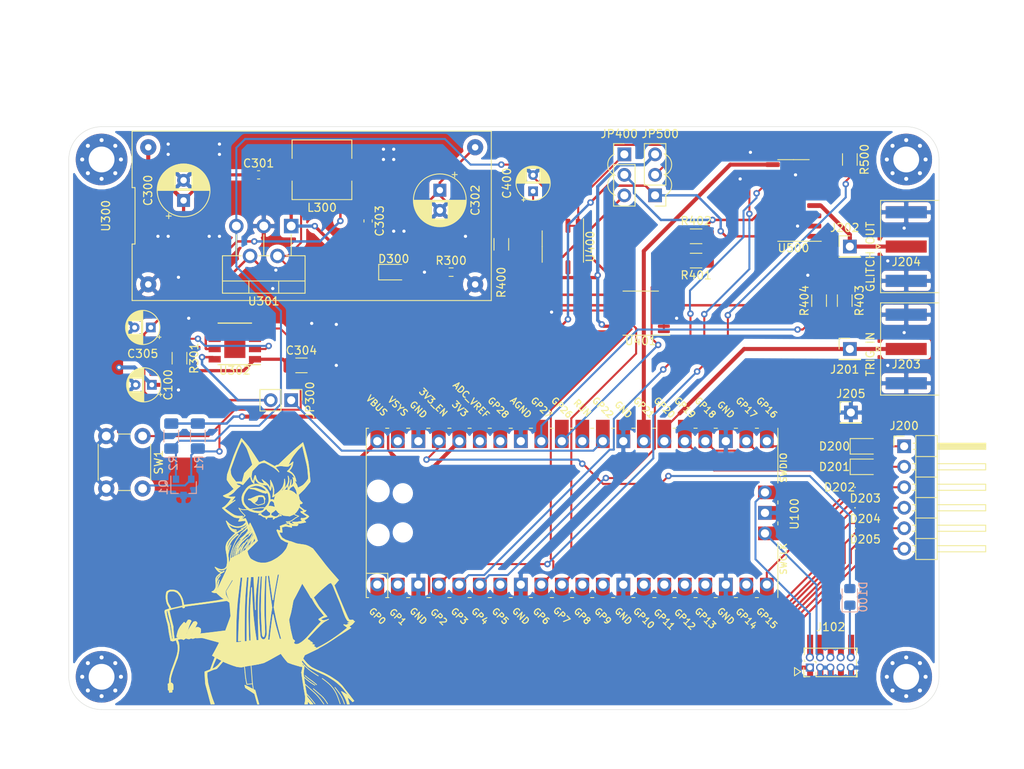
<source format=kicad_pcb>
(kicad_pcb (version 20171130) (host pcbnew 5.1.11)

  (general
    (thickness 1.6)
    (drawings 27)
    (tracks 547)
    (zones 0)
    (modules 52)
    (nets 56)
  )

  (page A4)
  (layers
    (0 F.Cu signal)
    (31 B.Cu signal)
    (32 B.Adhes user)
    (33 F.Adhes user)
    (34 B.Paste user)
    (35 F.Paste user)
    (36 B.SilkS user)
    (37 F.SilkS user)
    (38 B.Mask user)
    (39 F.Mask user)
    (40 Dwgs.User user)
    (41 Cmts.User user)
    (42 Eco1.User user)
    (43 Eco2.User user)
    (44 Edge.Cuts user)
    (45 Margin user)
    (46 B.CrtYd user)
    (47 F.CrtYd user)
    (48 B.Fab user)
    (49 F.Fab user)
  )

  (setup
    (last_trace_width 0.5)
    (user_trace_width 0.5)
    (trace_clearance 0.2)
    (zone_clearance 0.508)
    (zone_45_only no)
    (trace_min 0.2)
    (via_size 0.8)
    (via_drill 0.4)
    (via_min_size 0.4)
    (via_min_drill 0.3)
    (uvia_size 0.3)
    (uvia_drill 0.1)
    (uvias_allowed no)
    (uvia_min_size 0.2)
    (uvia_min_drill 0.1)
    (edge_width 0.05)
    (segment_width 0.2)
    (pcb_text_width 0.3)
    (pcb_text_size 1.5 1.5)
    (mod_edge_width 0.12)
    (mod_text_size 1 1)
    (mod_text_width 0.15)
    (pad_size 2.613 3.502)
    (pad_drill 0)
    (pad_to_mask_clearance 0)
    (aux_axis_origin 0 0)
    (visible_elements FFFFFF7F)
    (pcbplotparams
      (layerselection 0x010fc_ffffffff)
      (usegerberextensions false)
      (usegerberattributes true)
      (usegerberadvancedattributes true)
      (creategerberjobfile true)
      (excludeedgelayer true)
      (linewidth 0.100000)
      (plotframeref false)
      (viasonmask false)
      (mode 1)
      (useauxorigin false)
      (hpglpennumber 1)
      (hpglpenspeed 20)
      (hpglpendiameter 15.000000)
      (psnegative false)
      (psa4output false)
      (plotreference true)
      (plotvalue true)
      (plotinvisibletext false)
      (padsonsilk false)
      (subtractmaskfromsilk false)
      (outputformat 1)
      (mirror false)
      (drillshape 1)
      (scaleselection 1)
      (outputdirectory ""))
  )

  (net 0 "")
  (net 1 GND)
  (net 2 VBUS)
  (net 3 +3V3)
  (net 4 +3.3VADC)
  (net 5 EMERG)
  (net 6 "Net-(D100-Pad1)")
  (net 7 UART_RX)
  (net 8 UART_TX)
  (net 9 /controller/SWDIO)
  (net 10 /controller/SWCLK)
  (net 11 "Net-(J102-Pad6)")
  (net 12 "Net-(J102-Pad7)")
  (net 13 "Net-(J102-Pad8)")
  (net 14 GPIO_P0D)
  (net 15 GPIO_P0W)
  (net 16 GPIO_P1D)
  (net 17 GPIO_P1W)
  (net 18 TRIG_IN)
  (net 19 GLITCH_OUT)
  (net 20 P22PWM)
  (net 21 ADC0)
  (net 22 ADC1)
  (net 23 "Net-(U100-Pad34)")
  (net 24 "Net-(U100-Pad39)")
  (net 25 GPIO_S3W)
  (net 26 GPIO_S3D)
  (net 27 GPIO_S2W)
  (net 28 GPIO_S2D)
  (net 29 GPIO_S1W)
  (net 30 GPIO_S1D)
  (net 31 GPIO_S0W)
  (net 32 GPIO_S0D)
  (net 33 DPOT_DAT)
  (net 34 DPOT_CLK)
  (net 35 "Net-(U100-Pad7)")
  (net 36 MAX_SW_B)
  (net 37 MAX_SW_A)
  (net 38 MAX_EN)
  (net 39 DPOT_HI)
  (net 40 "Net-(C400-Pad1)")
  (net 41 "Net-(D300-Pad1)")
  (net 42 Vdcflt)
  (net 43 "Net-(JP400-Pad1)")
  (net 44 "Net-(R301-Pad1)")
  (net 45 Vdclo)
  (net 46 GLITCH_SIG)
  (net 47 DPOT_W)
  (net 48 "Net-(U302-Pad6)")
  (net 49 "Net-(U302-Pad3)")
  (net 50 /glitchout/Vglitch_lo)
  (net 51 /glitchout/Vglitch_hi)
  (net 52 DPOT_LO)
  (net 53 "Net-(JP500-Pad2)")
  (net 54 ~EMERG~)
  (net 55 "Net-(U100-Pad30)")

  (net_class Default "This is the default net class."
    (clearance 0.2)
    (trace_width 0.25)
    (via_dia 0.8)
    (via_drill 0.4)
    (uvia_dia 0.3)
    (uvia_drill 0.1)
    (add_net /controller/SWCLK)
    (add_net /controller/SWDIO)
    (add_net ADC0)
    (add_net ADC1)
    (add_net DPOT_CLK)
    (add_net DPOT_DAT)
    (add_net EMERG)
    (add_net GLITCH_SIG)
    (add_net GND)
    (add_net GPIO_P0D)
    (add_net GPIO_P0W)
    (add_net GPIO_P1D)
    (add_net GPIO_P1W)
    (add_net GPIO_S0D)
    (add_net GPIO_S0W)
    (add_net GPIO_S1D)
    (add_net GPIO_S1W)
    (add_net GPIO_S2D)
    (add_net GPIO_S2W)
    (add_net GPIO_S3D)
    (add_net GPIO_S3W)
    (add_net MAX_EN)
    (add_net MAX_SW_A)
    (add_net MAX_SW_B)
    (add_net "Net-(C400-Pad1)")
    (add_net "Net-(D100-Pad1)")
    (add_net "Net-(D300-Pad1)")
    (add_net "Net-(J102-Pad6)")
    (add_net "Net-(J102-Pad7)")
    (add_net "Net-(J102-Pad8)")
    (add_net "Net-(JP400-Pad1)")
    (add_net "Net-(JP500-Pad2)")
    (add_net "Net-(R301-Pad1)")
    (add_net "Net-(U100-Pad30)")
    (add_net "Net-(U100-Pad34)")
    (add_net "Net-(U100-Pad39)")
    (add_net "Net-(U100-Pad7)")
    (add_net "Net-(U302-Pad3)")
    (add_net "Net-(U302-Pad6)")
    (add_net P22PWM)
    (add_net TRIG_IN)
    (add_net UART_RX)
    (add_net UART_TX)
    (add_net ~EMERG~)
  )

  (net_class power_big ""
    (clearance 0.2)
    (trace_width 0.4)
    (via_dia 0.8)
    (via_drill 0.4)
    (uvia_dia 0.3)
    (uvia_drill 0.1)
    (add_net VBUS)
  )

  (net_class power_small ""
    (clearance 0.2)
    (trace_width 0.3)
    (via_dia 0.8)
    (via_drill 0.4)
    (uvia_dia 0.3)
    (uvia_drill 0.1)
    (add_net +3.3VADC)
    (add_net +3V3)
    (add_net /glitchout/Vglitch_hi)
    (add_net /glitchout/Vglitch_lo)
    (add_net DPOT_HI)
    (add_net DPOT_LO)
    (add_net DPOT_W)
    (add_net GLITCH_OUT)
    (add_net Vdcflt)
    (add_net Vdclo)
  )

  (module chip-bo:VMA404-Module-THT (layer F.Cu) (tedit 61C11235) (tstamp 61C8F507)
    (at 176.53 90.17)
    (path /61CA9896/624DAC4C)
    (fp_text reference U300 (at -25.5 0 90) (layer F.SilkS)
      (effects (font (size 1 1) (thickness 0.15)))
    )
    (fp_text value WPM404 (at 0 0) (layer F.Fab)
      (effects (font (size 1 1) (thickness 0.15)))
    )
    (fp_line (start -21.5 9.75) (end -21.5 -9.75) (layer F.CrtYd) (width 0.05))
    (fp_line (start 21.5 9.75) (end -21.5 9.75) (layer F.CrtYd) (width 0.05))
    (fp_line (start 21.5 -9.75) (end 21.5 9.75) (layer F.CrtYd) (width 0.05))
    (fp_line (start -21.5 -9.75) (end 21.5 -9.75) (layer F.CrtYd) (width 0.05))
    (fp_line (start -22.25 3.499999) (end -22.25 10.499999) (layer F.SilkS) (width 0.12))
    (fp_line (start -21.89 3.499999) (end -22.25 3.499999) (layer F.SilkS) (width 0.12))
    (fp_line (start -21.89 -3.5) (end -21.89 3.499999) (layer F.SilkS) (width 0.12))
    (fp_line (start -22.25 -3.5) (end -21.89 -3.5) (layer F.SilkS) (width 0.12))
    (fp_line (start -22.25 -10.5) (end -22.25 -3.5) (layer F.SilkS) (width 0.12))
    (fp_line (start 22.25 -10.499999) (end -22.25 -10.5) (layer F.SilkS) (width 0.12))
    (fp_line (start 22.25 10.5) (end 22.25 -10.499999) (layer F.SilkS) (width 0.12))
    (fp_line (start -22.25 10.499999) (end 22.25 10.5) (layer F.SilkS) (width 0.12))
    (pad 4 thru_hole circle (at 20.25 8.5) (size 2 2) (drill 0.8) (layers *.Cu *.Mask)
      (net 1 GND))
    (pad 3 thru_hole circle (at 20.25 -8.5) (size 2 2) (drill 0.8) (layers *.Cu *.Mask)
      (net 39 DPOT_HI))
    (pad 2 thru_hole circle (at -20.25 8.5) (size 2 2) (drill 0.8) (layers *.Cu *.Mask)
      (net 1 GND))
    (pad 1 thru_hole circle (at -20.25 -8.5) (size 2 2) (drill 0.8) (layers *.Cu *.Mask)
      (net 2 VBUS))
  )

  (module Connector_PinHeader_2.54mm:PinHeader_1x01_P2.54mm_Vertical (layer F.Cu) (tedit 59FED5CC) (tstamp 61CE45F5)
    (at 243.332 114.554)
    (descr "Through hole straight pin header, 1x01, 2.54mm pitch, single row")
    (tags "Through hole pin header THT 1x01 2.54mm single row")
    (path /61CA9826/62729491)
    (fp_text reference J205 (at 0 -2.33) (layer F.SilkS)
      (effects (font (size 1 1) (thickness 0.15)))
    )
    (fp_text value Conn_01x01 (at 0 2.33) (layer F.Fab)
      (effects (font (size 1 1) (thickness 0.15)))
    )
    (fp_text user %R (at 0 0 90) (layer F.Fab)
      (effects (font (size 1 1) (thickness 0.15)))
    )
    (fp_line (start -0.635 -1.27) (end 1.27 -1.27) (layer F.Fab) (width 0.1))
    (fp_line (start 1.27 -1.27) (end 1.27 1.27) (layer F.Fab) (width 0.1))
    (fp_line (start 1.27 1.27) (end -1.27 1.27) (layer F.Fab) (width 0.1))
    (fp_line (start -1.27 1.27) (end -1.27 -0.635) (layer F.Fab) (width 0.1))
    (fp_line (start -1.27 -0.635) (end -0.635 -1.27) (layer F.Fab) (width 0.1))
    (fp_line (start -1.33 1.33) (end 1.33 1.33) (layer F.SilkS) (width 0.12))
    (fp_line (start -1.33 1.27) (end -1.33 1.33) (layer F.SilkS) (width 0.12))
    (fp_line (start 1.33 1.27) (end 1.33 1.33) (layer F.SilkS) (width 0.12))
    (fp_line (start -1.33 1.27) (end 1.33 1.27) (layer F.SilkS) (width 0.12))
    (fp_line (start -1.33 0) (end -1.33 -1.33) (layer F.SilkS) (width 0.12))
    (fp_line (start -1.33 -1.33) (end 0 -1.33) (layer F.SilkS) (width 0.12))
    (fp_line (start -1.8 -1.8) (end -1.8 1.8) (layer F.CrtYd) (width 0.05))
    (fp_line (start -1.8 1.8) (end 1.8 1.8) (layer F.CrtYd) (width 0.05))
    (fp_line (start 1.8 1.8) (end 1.8 -1.8) (layer F.CrtYd) (width 0.05))
    (fp_line (start 1.8 -1.8) (end -1.8 -1.8) (layer F.CrtYd) (width 0.05))
    (pad 1 thru_hole rect (at 0 0) (size 1.7 1.7) (drill 1) (layers *.Cu *.Mask)
      (net 1 GND))
    (model ${KISYS3DMOD}/Connector_PinHeader_2.54mm.3dshapes/PinHeader_1x01_P2.54mm_Vertical.wrl
      (at (xyz 0 0 0))
      (scale (xyz 1 1 1))
      (rotate (xyz 0 0 0))
    )
  )

  (module Capacitor_SMD:C_1206_3216Metric_Pad1.33x1.80mm_HandSolder (layer F.Cu) (tedit 5F68FEEF) (tstamp 61CA7F5C)
    (at 175.26 108.712)
    (descr "Capacitor SMD 1206 (3216 Metric), square (rectangular) end terminal, IPC_7351 nominal with elongated pad for handsoldering. (Body size source: IPC-SM-782 page 76, https://www.pcb-3d.com/wordpress/wp-content/uploads/ipc-sm-782a_amendment_1_and_2.pdf), generated with kicad-footprint-generator")
    (tags "capacitor handsolder")
    (path /61CA9896/6266718D)
    (attr smd)
    (fp_text reference C304 (at 0 -1.85) (layer F.SilkS)
      (effects (font (size 1 1) (thickness 0.15)))
    )
    (fp_text value 1uF (at 0 1.85) (layer F.Fab)
      (effects (font (size 1 1) (thickness 0.15)))
    )
    (fp_text user %R (at 0 0) (layer F.Fab)
      (effects (font (size 0.8 0.8) (thickness 0.12)))
    )
    (fp_line (start -1.6 0.8) (end -1.6 -0.8) (layer F.Fab) (width 0.1))
    (fp_line (start -1.6 -0.8) (end 1.6 -0.8) (layer F.Fab) (width 0.1))
    (fp_line (start 1.6 -0.8) (end 1.6 0.8) (layer F.Fab) (width 0.1))
    (fp_line (start 1.6 0.8) (end -1.6 0.8) (layer F.Fab) (width 0.1))
    (fp_line (start -0.711252 -0.91) (end 0.711252 -0.91) (layer F.SilkS) (width 0.12))
    (fp_line (start -0.711252 0.91) (end 0.711252 0.91) (layer F.SilkS) (width 0.12))
    (fp_line (start -2.48 1.15) (end -2.48 -1.15) (layer F.CrtYd) (width 0.05))
    (fp_line (start -2.48 -1.15) (end 2.48 -1.15) (layer F.CrtYd) (width 0.05))
    (fp_line (start 2.48 -1.15) (end 2.48 1.15) (layer F.CrtYd) (width 0.05))
    (fp_line (start 2.48 1.15) (end -2.48 1.15) (layer F.CrtYd) (width 0.05))
    (pad 2 smd roundrect (at 1.5625 0) (size 1.325 1.8) (layers F.Cu F.Paste F.Mask) (roundrect_rratio 0.188679)
      (net 1 GND))
    (pad 1 smd roundrect (at -1.5625 0) (size 1.325 1.8) (layers F.Cu F.Paste F.Mask) (roundrect_rratio 0.188679)
      (net 2 VBUS))
    (model ${KISYS3DMOD}/Capacitor_SMD.3dshapes/C_1206_3216Metric.wrl
      (at (xyz 0 0 0))
      (scale (xyz 1 1 1))
      (rotate (xyz 0 0 0))
    )
  )

  (module graphics:xenia (layer F.Cu) (tedit 61BE216C) (tstamp 61CB4A93)
    (at 171.45 134.366)
    (fp_text reference REF** (at 0 0.5) (layer F.SilkS) hide
      (effects (font (size 1 1) (thickness 0.15)))
    )
    (fp_text value xenia (at 0 -0.5) (layer F.Fab)
      (effects (font (size 1 1) (thickness 0.15)))
    )
    (fp_poly (pts (xy -5.2832 -3.7084) (xy -5.3848 -3.4036) (xy -5.4356 -3.048) (xy -5.4102 -2.7432)
      (xy -5.2832 -2.794) (xy -5.3086 -2.5654) (xy -5.3086 -2.2098) (xy -5.2578 -1.7272)
      (xy -5.226329 -1.241976) (xy -5.2832 -0.8128) (xy -5.4102 -0.7366) (xy -5.3848 -0.9652)
      (xy -5.334 -1.6002) (xy -5.3848 -1.9812) (xy -5.461 -2.4638) (xy -5.5626 -3.048)
      (xy -5.461 -3.4798) (xy -5.3594 -3.7592)) (layer F.SilkS) (width 0.1))
    (fp_poly (pts (xy -6.5786 -0.4572) (xy -6.6802 -0.3556) (xy -6.858 -0.5842)) (layer F.SilkS) (width 0.1))
    (fp_poly (pts (xy -6.6294 1.9812) (xy -6.8072 2.2352) (xy -6.9088 2.3876) (xy -6.7818 2.413)
      (xy -6.8072 2.5146) (xy -7.0866 2.4892) (xy -7.2644 2.413) (xy -7.0358 2.286)
      (xy -6.7818 1.9304)) (layer F.SilkS) (width 0.1))
    (fp_poly (pts (xy -4.7244 -5.1816) (xy -4.5212 -5.1054) (xy -4.2164 -5.0038) (xy -4.0894 -4.9276)
      (xy -4.3942 -4.699) (xy -4.4704 -4.699) (xy -4.3434 -4.9022) (xy -4.699 -5.1054)
      (xy -4.953 -5.3594) (xy -4.9022 -5.3848)) (layer F.SilkS) (width 0.1))
    (fp_poly (pts (xy -4.9022 -5.4356) (xy -4.9784 -5.334) (xy -5.207 -5.7404)) (layer F.SilkS) (width 0.1))
    (fp_poly (pts (xy -5.2324 -6.0706) (xy -5.1816 -5.969) (xy -5.334 -5.9436) (xy -5.461 -6.2992)) (layer F.SilkS) (width 0.1))
    (fp_poly (pts (xy -2.9972 -6.0198) (xy -3.302 -5.7912) (xy -3.429 -5.8166) (xy -3.06859 -6.173224)) (layer F.SilkS) (width 0.1))
    (fp_poly (pts (xy 5.1816 16.2814) (xy 4.90149 16.307955) (xy 4.4958 15.8496) (xy 4.5466 15.5194)) (layer F.SilkS) (width 0.1))
    (fp_poly (pts (xy 4.5212 11.3538) (xy 4.8768 11.6586) (xy 5.1054 11.8364) (xy 5.588 12.065)
      (xy 6.0452 12.2682) (xy 6.5786 12.4968) (xy 7.2898 12.8778) (xy 8.3312 13.5636)
      (xy 8.8392 14.0716) (xy 9.2456 14.605) (xy 9.7028 15.1638) (xy 9.9822 15.5448)
      (xy 10.287 15.9258) (xy 10.153777 16.03534) (xy 9.8552 15.7226) (xy 9.43056 15.392464)
      (xy 9.5758 15.8242) (xy 9.731897 16.316587) (xy 9.500845 16.316587) (xy 9.4234 15.9766)
      (xy 9.1694 15.4432) (xy 8.8138 14.8082) (xy 9.7028 15.3416) (xy 8.9154 14.2748)
      (xy 7.9502 13.462) (xy 7.0866 12.8778) (xy 6.3246 12.5222) (xy 5.0038 11.9126)
      (xy 4.5974 11.6586) (xy 3.9116 10.8204) (xy 3.9878 10.7442)) (layer F.SilkS) (width 0.1))
    (fp_poly (pts (xy 2.4638 -3.81) (xy 3.2004 -3.5306) (xy 3.8354 -3.429) (xy 4.3434 -3.3528)
      (xy 4.7244 -3.2004) (xy 5.207 -2.921) (xy 5.4102 -2.667) (xy 6.7564 -0.889)
      (xy 8.382 0.9652) (xy 7.874 1.5748) (xy 7.747 1.651) (xy 7.4676 1.27)
      (xy 7.1882 1.3716) (xy 6.4008 2.0066) (xy 5.334 3.0734) (xy 5.1308 3.175)
      (xy 5.0292 3.1496) (xy 4.7498 2.667) (xy 3.905488 1.312175) (xy 3.0988 2.8702)
      (xy 2.768405 3.498452) (xy 2.4892 4.9784) (xy 2.230085 5.887995) (xy 2.3876 6.9342)
      (xy 2.7178 8.2804) (xy 2.9718 8.509) (xy 2.8194 8.763) (xy 2.998458 8.928026)
      (xy 3.3782 8.9916) (xy 1.242735 10.054437) (xy -0.8382 11.2014) (xy -1.56077 11.367217)
      (xy -3.0226 11.6078) (xy -3.6322 11.7348) (xy -4.2164 11.684) (xy -5.6642 11.1506)
      (xy -7.1882 10.3124) (xy -5.588 7.239) (xy -4.9276 5.4356) (xy -5.08 3.7084)
      (xy -5.0292 3.5052) (xy -5.461 2.3368) (xy -4.6736 1.0414) (xy -3.7846 0.6604)
      (xy -3.9624 2.159) (xy -4.1656 3.683) (xy -4.2672 5.1816) (xy -4.318 7.0358)
      (xy -4.324302 8.722316) (xy -3.623323 8.650245) (xy -3.6068 8.4582) (xy -3.9878 8.509)
      (xy -3.9624 7.366) (xy -3.81 4.3434) (xy -3.4798 0.6604) (xy -2.9972 0.6096)
      (xy -3.1242 2.0828) (xy -3.2004 3.3782) (xy -3.2512 5.0546) (xy -3.2766 7.7978)
      (xy -3.2766 8.6106) (xy -2.9464 8.5852) (xy -2.9464 7.874) (xy -2.921 5.8166)
      (xy -2.8956 4.0132) (xy -2.794 2.2098) (xy -2.6924 0.6096) (xy -2.4892 0.5842)
      (xy -2.5908 1.651) (xy -2.7178 2.8448) (xy -2.794 4.3434) (xy -2.794 5.5626)
      (xy -2.7686 6.604) (xy -2.7178 8.509) (xy -2.4638 8.509) (xy -2.4638 7.8486)
      (xy -2.4892 6.5786) (xy -2.4892 4.4958) (xy -2.3622 2.4384) (xy -2.2352 4.8768)
      (xy -1.9812 7.1374) (xy -1.778 8.4836) (xy -1.472081 8.437583) (xy -1.4732 5.8166)
      (xy -1.3208 7.9756) (xy -1.2192 8.1534) (xy -1.0414 8.3312) (xy -0.8636 8.3566)
      (xy -0.674431 8.269593) (xy -0.5334 8.0264) (xy -0.4318 7.62) (xy -0.4572 7.0104)
      (xy -0.508 5.7404) (xy -0.5334 4.1148) (xy -0.508 2.413) (xy -0.4826 0.635)
      (xy -0.4064 0.4826) (xy -0.0762 2.921) (xy 0.135437 4.370829) (xy 0.0254 5.0546)
      (xy -0.2286 6.9596) (xy -0.381 8.4074) (xy -0.1016 8.4074) (xy 0.0508 7.0358)
      (xy 0.2794 5.2832) (xy 0.5842 6.5786) (xy 1.0922 8.3058) (xy 1.3462 8.3058)
      (xy 0.9652 6.8326) (xy 0.7366 5.8674) (xy 0.4318 4.3688) (xy 0.5842 2.9972)
      (xy 1.081438 0.212021) (xy 0.8382 0.2286) (xy 0.2794 3.3274) (xy -0.1524 0.381)
      (xy -0.7112 0.4064) (xy -0.7874 1.7526) (xy -0.8382 4.0386) (xy -0.8382 4.8514)
      (xy -0.7874 6.1976) (xy -0.7366 7.3152) (xy -0.762 7.6708) (xy -0.8636 7.9756)
      (xy -0.9398 7.9502) (xy -1.0414 7.747) (xy -1.0922 6.5786) (xy -1.1684 4.7498)
      (xy -1.143 2.7686) (xy -1.0414 0.4572) (xy -1.6002 0.4826) (xy -1.8034 2.0828)
      (xy -1.9304 3.6576) (xy -2.0828 0.5334) (xy -2.667 0.5588) (xy -3.763999 0.614406)
      (xy -4.65096 0.989557) (xy -4.7752 0.889) (xy -5.6134 2.3114) (xy -5.588 2.7686)
      (xy -5.3594 3.2004) (xy -5.1054 3.5052) (xy -5.1308 3.6576) (xy -6.0452 3.1242)
      (xy -6.731 2.4384) (xy -5.5372 -0.0762) (xy -4.9276 -1.7018) (xy -3.7846 -2.2606)
      (xy -2.9972 -2.8194) (xy -2.794 -2.159) (xy -2.54 -1.6764) (xy -2.1336 -1.4478)
      (xy -1.651 -1.2192) (xy -1.1684 -1.143) (xy -0.508 -1.143) (xy 0.127 -1.3716)
      (xy 0.8382 -1.778) (xy 1.4732 -2.286) (xy 1.9812 -2.9464) (xy 2.2352 -3.6576)
      (xy 2.159 -3.8354)) (layer F.SilkS) (width 0.1))
    (fp_poly (pts (xy -6.731 10.6172) (xy -7.112 11.43) (xy -7.2898 12.0142) (xy -6.8834 11.8364)
      (xy -6.5278 11.5316) (xy -6.0198 10.9474) (xy -5.9182 11.049) (xy -6.2484 11.4046)
      (xy -6.7056 11.938) (xy -7.2136 12.065) (xy -7.6962 12.2936) (xy -7.8994 12.3698)
      (xy -7.8994 12.8524) (xy -7.8232 13.4112) (xy -7.7978 13.7668) (xy -7.5438 14.732)
      (xy -7.239 15.6972) (xy -7.002722 16.306531) (xy -7.404278 16.31157) (xy -7.747 14.986)
      (xy -8.0518 13.8938) (xy -8.1534 12.3444) (xy -7.464571 12.082774) (xy -6.8834 10.5156)) (layer F.SilkS) (width 0.1))
    (fp_poly (pts (xy 4.141983 11.615802) (xy 4.027392 12.553106) (xy 4.2926 14.4272) (xy 4.572 15.7734)
      (xy 4.53935 16.318734) (xy 4.3434 16.3068) (xy 4.2418 16.3322) (xy 4.2672 16.2052)
      (xy 4.318 15.8242) (xy 4.318 15.4178) (xy 4.0894 13.9954) (xy 3.9116 12.954)
      (xy 3.836266 12.411558) (xy 3.937 11.9888) (xy 3.9624 11.684) (xy 3.6322 11.6586)
      (xy 3.683 11.5062)) (layer F.SilkS) (width 0.1))
    (fp_poly (pts (xy -1.955062 14.629087) (xy -1.4732 16.3322) (xy -1.6256 16.3322) (xy -1.9812 15.0622)
      (xy -3.1242 14.3002) (xy -3.175 14.0208)) (layer F.SilkS) (width 0.1))
    (fp_poly (pts (xy 8.3058 2.7432) (xy 9.017 4.445) (xy 9.525 5.588) (xy 9.7282 5.9182)
      (xy 9.9568 5.9436) (xy 10.16 5.9182) (xy 10.2616 5.9944) (xy 10.0584 6.1722)
      (xy 10.3632 6.096) (xy 10.1092 6.4262) (xy 9.6774 6.7056) (xy 9.906 6.8834)
      (xy 8.5344 7.7724) (xy 8.6614 7.5946) (xy 9.545575 6.870816) (xy 9.0678 6.5024)
      (xy 9.378188 6.54221) (xy 9.9314 6.2738) (xy 9.6012 6.2484) (xy 9.844885 6.14565)
      (xy 9.906 6.0706) (xy 9.7028 6.0452) (xy 9.5504 5.9944) (xy 9.2964 5.588)
      (xy 8.9916 4.826) (xy 8.5852 3.683) (xy 8.0772 2.4892) (xy 7.734896 1.654948)
      (xy 7.845447 1.604775)) (layer F.SilkS) (width 0.1))
    (fp_poly (pts (xy 4.5466 8.382) (xy 4.7244 8.4074) (xy 4.6482 8.4836) (xy 4.8514 8.509)
      (xy 4.786411 8.608406) (xy 5.077543 8.647949) (xy 4.922346 8.701524) (xy 5.1308 8.763)
      (xy 5.0038 8.89) (xy 5.4102 9.017) (xy 5.2578 9.144) (xy 5.5372 9.3218)
      (xy 5.4356 9.3726) (xy 5.5626 9.4488) (xy 4.0386 10.16) (xy 3.7084 10.9728)
      (xy 3.6576 11.6586) (xy 2.3114 11.2268) (xy 2.032 11.049) (xy 1.2446 10.033)
      (xy 2.3114 9.271) (xy 3.2766 9.1694) (xy 4.4704 8.2296)) (layer F.SilkS) (width 0.1))
    (fp_poly (pts (xy 5.9182 9.4234) (xy 4.191 10.2362) (xy 3.81 11.0744) (xy 3.937 11.5316)
      (xy 3.5052 11.43) (xy 3.937 10.3886) (xy 3.81 10.2108) (xy 5.715 9.398)) (layer F.SilkS) (width 0.1))
    (fp_poly (pts (xy 5.969 4.2672) (xy 6.9596 5.4864) (xy 6.4516 5.6388) (xy 6.1976 5.7912)
      (xy 6.2738 5.9182) (xy 6.5786 5.9944) (xy 6.8326 5.9436) (xy 6.5786 6.1468)
      (xy 6.2484 6.4262) (xy 5.6388 7.0358) (xy 4.445 8.3058) (xy 3.7338 8.89)
      (xy 3.2766 9.1694) (xy 2.3622 9.2456) (xy 1.404353 9.98817) (xy 1.27 10.0584)
      (xy 1.2192 9.9822) (xy 2.2606 9.1948) (xy 3.2004 9.0424) (xy 3.9116 8.636)
      (xy 4.445 8.1534) (xy 5.4356 7.0358) (xy 6.3246 6.0706) (xy 6.096 5.9436)
      (xy 5.969 5.8166) (xy 6.223 5.6642) (xy 6.477 5.4864) (xy 6.6802 5.4356)
      (xy 6.2992 4.953) (xy 5.8166 4.318) (xy 5.1054 3.175) (xy 5.2832 3.0988)) (layer F.SilkS) (width 0.1))
    (fp_poly (pts (xy 4.191 -15.3924) (xy 4.445 -14.4272) (xy 4.6228 -13.589) (xy 4.7498 -12.6492)
      (xy 4.8768 -11.3284) (xy 4.699 -11.6078) (xy 4.572 -13.0556) (xy 4.3688 -13.8684)
      (xy 4.1148 -14.9606) (xy 3.937 -15.748) (xy 3.3528 -15.1892) (xy 2.7686 -14.4272)
      (xy 2.4638 -13.97) (xy 2.159 -13.3096) (xy 2.2098 -13.1572) (xy 2.0066 -13.1318)
      (xy 1.2446 -13.2334) (xy 0.7874 -13.1318) (xy 0.6096 -13.0302) (xy 0.6096 -12.8524)
      (xy 0.4572 -12.954) (xy -0.6096 -13.5636) (xy -0.8128 -13.6144) (xy -1.0922 -13.589)
      (xy -1.4986 -13.4112) (xy -1.446846 -13.591697) (xy -0.809837 -13.824748) (xy 0.503041 -13.110056)
      (xy 0.7366 -13.2588) (xy 0.961383 -13.300331) (xy 2.3114 -14.605) (xy 3.2766 -15.4686)
      (xy 3.9878 -16.0528)) (layer F.SilkS) (width 0.1))
    (fp_poly (pts (xy -1.778 -11.5316) (xy -1.524 -11.2014) (xy -1.1176 -11.0236) (xy -0.5334 -10.9728)
      (xy -0.7112 -10.8712) (xy -1.224852 -10.937895) (xy -1.4986 -11.0998) (xy -1.8542 -11.43)
      (xy -1.8796 -11.7856)) (layer F.SilkS) (width 0.1))
    (fp_poly (pts (xy -2.7686 -15.5956) (xy -1.778 -14.097) (xy -1.446846 -13.591697) (xy -1.4986 -13.4112)
      (xy -2.3114 -12.573) (xy -2.4384 -11.811) (xy -2.54 -11.938) (xy -3.44406 -10.882981)
      (xy -3.8608 -11.049) (xy -4.3434 -11.0744) (xy -4.318 -11.2014) (xy -3.7084 -11.2014)
      (xy -3.5306 -11.1252) (xy -3.2258 -12.2936) (xy -2.231462 -13.327246) (xy -2.413 -13.9446)
      (xy -2.7686 -14.9098) (xy -2.921 -15.3416) (xy -3.2512 -15.875) (xy -3.583184 -16.318123)
      (xy -3.8862 -15.6972) (xy -4.1402 -15.113) (xy -5.014523 -12.725189) (xy -4.953 -12.1412)
      (xy -4.7752 -11.7856) (xy -4.4958 -11.43) (xy -4.3434 -11.2268) (xy -4.381087 -11.064115)
      (xy -4.1148 -10.8204) (xy -3.80114 -10.701911) (xy -4.191 -10.3886) (xy -4.6482 -9.8806)
      (xy -5.0038 -9.6266) (xy -5.422287 -9.431401) (xy -5.0546 -9.3218) (xy -4.450395 -9.343173)
      (xy -5.015118 -8.576139) (xy -4.826 -8.6868) (xy -5.2324 -8.3312) (xy -5.745713 -7.91145)
      (xy -5.0038 -7.366) (xy -4.4704 -7.0358) (xy -3.9878 -6.9342) (xy -3.495785 -6.948273)
      (xy -3.692013 -6.537745) (xy -3.1242 -6.6548) (xy -2.8956 -6.1468) (xy -2.7432 -5.6896)
      (xy -2.5654 -6.0706) (xy -2.2352 -5.4356) (xy -1.778 -4.3434) (xy -1.651 -3.9116)
      (xy -2.921 -2.667) (xy -2.922258 -2.660056) (xy -2.922257 -2.659503) (xy -3.0226 -2.8448)
      (xy -1.858607 -3.896465) (xy -2.2098 -4.9784) (xy -2.57719 -5.718179) (xy -2.790809 -5.240427)
      (xy -2.9464 -5.969) (xy -3.148187 -6.432892) (xy -3.963863 -6.339774) (xy -3.758068 -6.759273)
      (xy -4.0894 -6.7564) (xy -4.5212 -6.858) (xy -4.9276 -7.112) (xy -5.4356 -7.4676)
      (xy -5.975978 -7.97506) (xy -5.6642 -8.1534) (xy -5.1816 -8.6614) (xy -4.841767 -9.171415)
      (xy -5.2324 -9.2456) (xy -5.5118 -9.2964) (xy -5.859453 -9.482149) (xy -5.207 -9.779)
      (xy -4.531033 -10.321147) (xy -5.123352 -11.052296) (xy -5.385571 -11.463119) (xy -5.362185 -12.084608)
      (xy -4.572 -14.3764) (xy -4.064 -15.5702) (xy -3.6322 -16.5862)) (layer F.SilkS) (width 0.1))
    (fp_poly (pts (xy 2.5146 -12.3444) (xy 2.1082 -12.5222) (xy 2.2352 -12.6238)) (layer F.SilkS) (width 0.1))
    (fp_poly (pts (xy 2.6924 -13.4366) (xy 2.4892 -13.3858) (xy 2.7432 -13.6398)) (layer F.SilkS) (width 0.1))
    (fp_poly (pts (xy -1.8542 -11.7602) (xy -1.9812 -11.811) (xy -1.905 -11.9888)) (layer F.SilkS) (width 0.1))
    (fp_poly (pts (xy -2.0828 -11.176) (xy -2.1082 -11.0998) (xy -2.3368 -11.303) (xy -2.286 -11.3792)) (layer F.SilkS) (width 0.1))
    (fp_poly (pts (xy -0.762 -11.2522) (xy -0.3048 -10.8458) (xy -0.3302 -10.7696) (xy -0.508 -10.8966)
      (xy -0.5334 -10.8204) (xy -0.9652 -10.8712) (xy -0.9398 -10.9728) (xy -0.7366 -10.9728)
      (xy -0.9144 -11.303)) (layer F.SilkS) (width 0.1))
    (fp_poly (pts (xy 0.1524 -11.0236) (xy 0 -10.9982) (xy 0.0254 -11.2268)) (layer F.SilkS) (width 0.1))
    (fp_poly (pts (xy 0.381 -9.398) (xy 0.254 -9.398) (xy 0.3556 -9.6266)) (layer F.SilkS) (width 0.1))
    (fp_poly (pts (xy 1.7272 -10.795) (xy 1.6002 -10.8204) (xy 1.7272 -11.176)) (layer F.SilkS) (width 0.1))
    (fp_poly (pts (xy 3.048 -11.6078) (xy 3.0988 -11.3792) (xy 2.9464 -11.43) (xy 2.9718 -11.2522)
      (xy 3.2258 -10.8204) (xy 3.3528 -10.4394) (xy 4.0132 -10.7696) (xy 4.445 -11.2268)
      (xy 4.6736 -11.5824) (xy 4.867028 -11.229431) (xy 4.1656 -10.3378) (xy 3.411324 -9.619827)
      (xy 3.5052 -9.1694) (xy 3.2512 -9.4234) (xy 3.2766 -9.6774) (xy 3.2004 -10.1346)
      (xy 3.0226 -10.4648) (xy 2.8194 -10.7696) (xy 2.5146 -10.5664) (xy 2.413 -10.5156)
      (xy 2.1844 -10.1092) (xy 2.1082 -10.16) (xy 2.159 -10.3632) (xy 2.2606 -10.414)
      (xy 2.3622 -10.668) (xy 2.54 -10.6934) (xy 2.7686 -10.922) (xy 2.8194 -11.176)
      (xy 2.794 -11.684)) (layer F.SilkS) (width 0.1))
    (fp_poly (pts (xy 3.9116 -8.6106) (xy 3.7592 -8.4836) (xy 3.5814 -8.509) (xy 3.5306 -8.9662)) (layer F.SilkS) (width 0.1))
    (fp_poly (pts (xy 4.3434 -7.6454) (xy 4.267905 -7.539488) (xy 3.97269 -7.426811) (xy 4.1402 -7.2898)
      (xy 4.3688 -7.1628) (xy 4.57281 -7.050114) (xy 4.710705 -6.917978) (xy 4.383594 -6.634497)
      (xy 4.1148 -6.5024) (xy 4.2926 -6.223) (xy 3.6576 -6.096) (xy 3.2512 -6.0706)
      (xy 3.259489 -5.988543) (xy 3.3782 -5.9182) (xy 3.2512 -5.7912) (xy 2.5654 -5.8166)
      (xy 2.5908 -5.588) (xy 2.286 -5.6642) (xy 1.813796 -5.730063) (xy 1.3462 -5.6134)
      (xy 1.397 -4.9784) (xy 1.016 -5.0038) (xy 1.1684 -4.5974) (xy 1.397 -4.2418)
      (xy 1.8288 -3.9878) (xy 2.159 -3.9116) (xy 2.2098 -3.7084) (xy 1.8288 -3.81)
      (xy 1.306855 -4.134596) (xy 1.0414 -4.5466) (xy 0.774721 -5.194995) (xy 0.832973 -5.261113)
      (xy 0.9652 -5.1816) (xy 1.252472 -5.167995) (xy 1.184462 -5.706719) (xy 1.850618 -5.867082)
      (xy 2.159 -5.8166) (xy 2.4384 -5.7404) (xy 2.371165 -5.944893) (xy 2.254661 -6.053744)
      (xy 2.278047 -6.178114) (xy 2.54 -6.0198) (xy 2.794 -5.969) (xy 3.078204 -5.960583)
      (xy 2.697568 -6.216934) (xy 3.0734 -6.1976) (xy 3.302 -6.223) (xy 3.956065 -6.349596)
      (xy 3.7592 -6.604) (xy 3.81 -6.6802) (xy 4.1148 -6.6802) (xy 4.3434 -6.7564)
      (xy 4.562098 -6.916851) (xy 3.7592 -7.4422) (xy 3.74706 -7.542316) (xy 3.9116 -7.5184)
      (xy 4.064 -7.5946) (xy 4.1148 -7.6962)) (layer F.SilkS) (width 0.1))
    (fp_poly (pts (xy -11.9888 2.2352) (xy -11.5824 2.3368) (xy -11.2776 2.6416) (xy -10.9474 3.2766)
      (xy -10.795 3.9878) (xy -10.668 4.318) (xy -10.8458 4.3942) (xy -10.8712 4.2418)
      (xy -10.9728 3.5306) (xy -11.194957 2.970378) (xy -11.557 2.5146) (xy -12.0142 2.3114)
      (xy -12.4206 2.3114) (xy -12.7254 2.4384) (xy -12.827 2.794) (xy -12.827 3.3528)
      (xy -12.7762 3.683) (xy -12.573 4.0894) (xy -12.3698 4.4704) (xy -12.503345 4.528492)
      (xy -12.5984 4.2418) (xy -12.827 3.8608) (xy -12.9286 3.3782) (xy -12.954 2.9718)
      (xy -12.9286 2.6416) (xy -12.827 2.3876) (xy -12.4968 2.2098)) (layer F.SilkS) (width 0.1))
    (fp_poly (pts (xy -5.461 3.5052) (xy -8.0772 3.8608) (xy -10.7188 4.2164) (xy -10.7188 4.064)
      (xy -8.9408 3.8608) (xy -6.7056 3.5306) (xy -5.702244 3.328948)) (layer F.SilkS) (width 0.1))
    (fp_poly (pts (xy -12.319 4.5974) (xy -12.942489 4.799852) (xy -12.9032 5.207) (xy -12.7508 5.8928)
      (xy -12.563128 6.394895) (xy -12.446 7.112) (xy -12.251756 8.313426) (xy -12.091032 8.313426)
      (xy -12.2174 7.2898) (xy -12.3444 6.4262) (xy -12.573 5.5372) (xy -12.7508 4.8006)
      (xy -12.5984 4.7498) (xy -12.0904 6.7818) (xy -12.0904 7.1374) (xy -11.962622 8.269056)
      (xy -11.303 8.0772) (xy -11.2776 8.255) (xy -12.123177 8.513863) (xy -12.3698 8.4582)
      (xy -12.573 7.5184) (xy -12.7254 6.4008) (xy -12.9794 5.5372) (xy -13.11599 4.844838)
      (xy -13.0556 4.699) (xy -12.5222 4.5212) (xy -12.319 4.4958)) (layer F.SilkS) (width 0.1))
    (fp_poly (pts (xy -11.4046 8.7376) (xy -11.3538 9.3218) (xy -11.43 10.0076) (xy -11.557 10.6172)
      (xy -11.9126 11.557) (xy -12.1666 12.2428) (xy -12.319 12.7508) (xy -12.4206 13.1064)
      (xy -12.4206 13.716) (xy -12.2428 13.7668) (xy -12.1412 13.8938) (xy -12.0904 14.1986)
      (xy -12.110825 14.518557) (xy -12.2428 14.5542) (xy -12.2428 14.859) (xy -12.555538 14.874192)
      (xy -12.573 14.5796) (xy -12.7 14.5796) (xy -12.7 13.843) (xy -12.573 13.7922)
      (xy -12.5222 13.1826) (xy -12.319 12.2936) (xy -11.9126 11.2014) (xy -11.5824 10.287)
      (xy -11.4554 9.6012) (xy -11.4808 9.0678) (xy -11.715753 8.379501) (xy -11.57125 8.343678)) (layer F.SilkS) (width 0.1))
    (fp_poly (pts (xy -9.8806 6.0198) (xy -10.16 6.6802) (xy -10.3124 7.1882) (xy -10.4902 7.5946)
      (xy -10.541 7.7216) (xy -10.4527 7.740938) (xy -10.3632 7.62) (xy -10.2108 7.239)
      (xy -9.779 6.5278) (xy -9.525 6.1722) (xy -9.2964 6.1214) (xy -9.144 6.2738)
      (xy -9.1694 6.4262) (xy -9.7536 7.5184) (xy -9.8806 7.7978) (xy -9.814039 7.80032)
      (xy -9.7028 7.7216) (xy -9.5504 7.366) (xy -9.2964 6.9088) (xy -9.144 6.8326)
      (xy -8.9154 6.858) (xy -8.6868 7.0358) (xy -8.6868 7.3406) (xy -8.7376 7.493)
      (xy -8.8392 7.5692) (xy -8.9408 7.5438) (xy -8.9408 7.4422) (xy -8.8646 7.3406)
      (xy -8.8138 7.2644) (xy -8.9408 7.2136) (xy -9.07156 7.624543) (xy -8.8392 7.6454)
      (xy -7.5184 7.493) (xy -5.6642 7.2644) (xy -6.409403 8.655135) (xy -6.4008 8.6614)
      (xy -8.3312 8.128) (xy -8.5852 8.1026) (xy -9.1694 8.128) (xy -9.3726 8.1026)
      (xy -9.652 8.2042) (xy -9.8806 8.1534) (xy -10.1346 8.255) (xy -10.541 8.1534)
      (xy -10.795 8.3312) (xy -11.632648 7.971418) (xy -11.43 7.1882) (xy -11.1506 6.7056)
      (xy -10.7442 6.223) (xy -10.567828 6.379289) (xy -11.140377 7.725272) (xy -11.107637 7.813075)
      (xy -11.0236 7.7724) (xy -10.922 7.3406) (xy -10.6426 6.5786) (xy -10.2362 5.9436)
      (xy -10.033 5.9436)) (layer F.SilkS) (width 0.1))
    (fp_poly (pts (xy -1.3208 -10.8204) (xy -0.9906 -10.7442) (xy -0.664278 -10.473951) (xy -0.4064 -10.1854)
      (xy -0.127 -9.6774) (xy -0.2794 -9.652) (xy -0.6858 -10.3378) (xy -1.0922 -10.6172)
      (xy -1.5494 -10.7696) (xy -1.9304 -10.7696) (xy -2.5146 -10.5918) (xy -2.8448 -10.3378)
      (xy -3.0734 -10.0838) (xy -3.2766 -9.7028) (xy -3.3782 -9.271) (xy -3.399459 -8.871748)
      (xy -3.302 -8.5344) (xy -3.0734 -8.2296) (xy -2.8194 -8.001) (xy -2.5654 -7.7978)
      (xy -2.032 -7.5946) (xy -1.3462 -7.5438) (xy -0.9144 -7.6708) (xy -0.6604 -8.0518)
      (xy -0.4318 -8.3058) (xy -0.254 -8.636) (xy -0.2032 -9.017) (xy -0.271007 -9.616511)
      (xy -0.136007 -9.641874) (xy -0.136007 -9.641597) (xy -0.0762 -9.3218) (xy -0.084558 -8.938386)
      (xy 0.028262 -8.996212) (xy 0.195604 -9.009818) (xy 0.3302 -8.9662) (xy 0.459312 -8.854622)
      (xy 0.4826 -9.017) (xy 0.521422 -9.266275) (xy 0.684192 -9.560587) (xy 1.0414 -9.8806)
      (xy 1.4224 -10.1092) (xy 1.7272 -10.16) (xy 2.159 -10.1854) (xy 2.4892 -10.0838)
      (xy 2.8956 -9.8806) (xy 3.2512 -9.525) (xy 3.4798 -9.1186) (xy 3.5814 -8.509)
      (xy 3.530613 -8.09403) (xy 3.2004 -7.5438) (xy 2.921 -7.239) (xy 2.3622 -6.985)
      (xy 1.6002 -7.0612) (xy 0.978307 -7.395325) (xy 0.6096 -7.8232) (xy 0.4318 -8.6868)
      (xy 0.146027 -8.894909) (xy -0.1016 -8.7884) (xy -0.3302 -8.2296) (xy -0.6858 -7.7978)
      (xy -1.0414 -7.493) (xy -1.305333 -7.397652) (xy -1.524 -7.3914) (xy -2.0574 -7.4676)
      (xy -2.4638 -7.5946) (xy -2.843512 -7.784805) (xy -3.175 -8.1026) (xy -3.429 -8.4582)
      (xy -3.5306 -8.8646) (xy -3.556 -9.3218) (xy -3.429 -9.7282) (xy -3.048 -10.3124)
      (xy -2.7432 -10.6172) (xy -2.3876 -10.8204) (xy -1.9812 -10.922) (xy -1.6256 -10.922)) (layer F.SilkS) (width 0.1))
    (fp_poly (pts (xy 0.1524 -8.1534) (xy 0.5842 -8.0264) (xy 0.635 -7.8232) (xy 0.3556 -7.5692)
      (xy 0.0254 -7.366) (xy -0.3048 -7.5692) (xy -0.508 -7.8232) (xy -0.5517 -7.920549)
      (xy -0.3302 -8.1788)) (layer F.SilkS) (width 0.1))
    (fp_poly (pts (xy -1.2192 -7.1374) (xy -1.470699 -7.127281) (xy -1.397 -7.239) (xy -1.2192 -7.239)) (layer F.SilkS) (width 0.1))
    (fp_poly (pts (xy -0.3556 -6.858) (xy -0.4318 -6.858) (xy -0.4318 -6.9088) (xy -0.3556 -6.9088)) (layer F.SilkS) (width 0.1))
    (fp_poly (pts (xy 0.1016 -6.9088) (xy -0.127 -6.9088) (xy -0.0508 -7.0104)) (layer F.SilkS) (width 0.1))
    (fp_poly (pts (xy 0.5842 -6.858) (xy 0.5842 -6.7818) (xy 0.4064 -6.7818) (xy 0.4572 -6.8834)) (layer F.SilkS) (width 0.1))
    (fp_poly (pts (xy -1.83146 -10.408476) (xy -1.016 -10.1346) (xy -0.614608 -10.023849) (xy -0.5842 -9.9314)
      (xy -0.4572 -9.9314) (xy -0.578892 -9.823156) (xy -0.5842 -9.8044) (xy -1.0414 -9.906)
      (xy -1.6002 -10.1346) (xy -2.064806 -10.323103) (xy -2.4638 -10.3886) (xy -2.286 -10.4394)) (layer F.SilkS) (width 0.1))
    (fp_poly (pts (xy -0.8636 -9.4234) (xy -0.7112 -9.0932) (xy -0.7366 -9.0424) (xy -0.9144 -9.3472)
      (xy -1.2192 -9.398) (xy -1.6002 -9.3472) (xy -1.6256 -9.0932) (xy -1.7526 -8.8646)
      (xy -2.058896 -8.588853) (xy -2.4384 -8.9154) (xy -2.7178 -9.017) (xy -2.68655 -9.085993)
      (xy -2.5146 -9.0932) (xy -1.7272 -9.4234) (xy -1.397 -9.4996) (xy -1.1176 -9.4996)) (layer F.SilkS) (width 0.1))
    (fp_curve (pts (xy 3.219893 -15.026392) (xy 3.443258 -15.281419) (xy 3.688277 -15.515857) (xy 3.933296 -15.750294)) (layer F.SilkS) (width 0.1))
    (fp_curve (pts (xy 2.475105 -13.951311) (xy 2.680889 -14.335956) (xy 2.932462 -14.69822) (xy 3.219893 -15.026392)) (layer F.SilkS) (width 0.1))
    (fp_curve (pts (xy 2.148022 -13.267379) (xy 2.251921 -13.497863) (xy 2.35582 -13.728347) (xy 2.475105 -13.951311)) (layer F.SilkS) (width 0.1))
    (fp_curve (pts (xy 3.351836 -7.743471) (xy 3.420881 -7.855388) (xy 3.476194 -7.975081) (xy 3.531508 -8.094774)) (layer F.SilkS) (width 0.1))
    (fp_curve (pts (xy 0.265039 -7.490029) (xy 0.332414 -7.535883) (xy 0.398369 -7.584332) (xy 0.45792 -7.639481)) (layer F.SilkS) (width 0.1))
    (fp_curve (pts (xy -10.825689 6.810585) (xy -10.895236 6.955829) (xy -10.945437 7.110564) (xy -10.994754 7.264893)) (layer F.SilkS) (width 0.1))
    (fp_curve (pts (xy -12.671586 2.420622) (xy -12.639625 2.396705) (xy -12.60466 2.376335) (xy -12.567801 2.361291)) (layer F.SilkS) (width 0.1))
    (fp_curve (pts (xy -5.265182 11.311831) (xy -5.047805 11.402239) (xy -4.826912 11.484206) (xy -4.601977 11.555394)) (layer F.SilkS) (width 0.1))
    (fp_curve (pts (xy -5.920744 11.018719) (xy -5.703434 11.11933) (xy -5.486125 11.219941) (xy -5.265182 11.311831)) (layer F.SilkS) (width 0.1))
    (fp_curve (pts (xy -1.679618 -10.373452) (xy -1.729472 -10.388165) (xy -1.780151 -10.400365) (xy -1.83146 -10.408476)) (layer F.SilkS) (width 0.1))
    (fp_curve (pts (xy -1.530695 -10.323358) (xy -1.579921 -10.341226) (xy -1.62935 -10.358617) (xy -1.679618 -10.373452)) (layer F.SilkS) (width 0.1))
    (fp_curve (pts (xy 2.946123 -9.813711) (xy 2.882315 -9.867514) (xy 2.817836 -9.920618) (xy 2.748635 -9.967532)) (layer F.SilkS) (width 0.1))
    (fp_curve (pts (xy 4.165415 11.158985) (xy 4.25107 11.26066) (xy 4.33916 11.360409) (xy 4.431934 11.455509)) (layer F.SilkS) (width 0.1))
    (fp_curve (pts (xy 4.567974 11.399435) (xy 4.457903 11.2916) (xy 4.354116 11.177133) (xy 4.255793 11.058382)) (layer F.SilkS) (width 0.1))
    (fp_curve (pts (xy 6.701072 5.426508) (xy 6.481047 5.16534) (xy 6.261022 4.904172) (xy 6.046679 4.637512)) (layer F.SilkS) (width 0.1))
    (fp_line (start 5.720887 6.712134) (end 6.335254 6.087093) (layer F.SilkS) (width 0.1))
    (fp_curve (pts (xy -9.392648 8.106929) (xy -9.412983 8.11805) (xy -9.433319 8.129172) (xy -9.454213 8.139244)) (layer F.SilkS) (width 0.1))
    (fp_line (start 3.26967 -5.791504) (end 3.374481 -5.900354) (layer F.SilkS) (width 0.1))
    (fp_curve (pts (xy 3.259489 -5.988543) (xy 3.24788 -6.007484) (xy 3.245169 -6.031624) (xy 3.242457 -6.055764)) (layer F.SilkS) (width 0.1))
    (fp_curve (pts (xy 3.625847 -8.900678) (xy 3.563232 -9.007389) (xy 3.528763 -9.131677) (xy 3.497656 -9.254668)) (layer F.SilkS) (width 0.1))
    (fp_curve (pts (xy 3.905701 -8.587109) (xy 3.800724 -8.68433) (xy 3.695747 -8.781551) (xy 3.625847 -8.900678)) (layer F.SilkS) (width 0.1))
    (fp_curve (pts (xy -12.92782 2.675229) (xy -12.93397 2.739143) (xy -12.940368 2.802749) (xy -12.946323 2.866516)) (layer F.SilkS) (width 0.1))
    (fp_curve (pts (xy 1.082617 -9.911831) (xy 1.045523 -9.882039) (xy 1.009492 -9.850994) (xy 0.973308 -9.82013)) (layer F.SilkS) (width 0.1))
    (fp_curve (pts (xy -0.186709 -9.797749) (xy -0.206637 -9.846057) (xy -0.231926 -9.892219) (xy -0.258019 -9.937741)) (layer F.SilkS) (width 0.1))
    (fp_curve (pts (xy -3.400189 -5.090185) (xy -3.497414 -5.006119) (xy -3.595575 -4.923547) (xy -3.693735 -4.840976)) (layer F.SilkS) (width 0.1))
    (fp_curve (pts (xy -5.018526 -7.386455) (xy -5.267319 -7.561016) (xy -5.506516 -7.736233) (xy -5.745713 -7.91145)) (layer F.SilkS) (width 0.1))
    (fp_curve (pts (xy 0.567013 -8.025403) (xy 0.470761 -8.063719) (xy 0.374509 -8.102035) (xy 0.27495 -8.13056)) (layer F.SilkS) (width 0.1))
    (fp_line (start 0.636957 -7.835127) (end 0.567013 -8.025403) (layer F.SilkS) (width 0.1))
    (fp_line (start 2.94212 8.502787) (end 2.707113 8.306559) (layer F.SilkS) (width 0.1))
    (fp_line (start 2.798403 8.735837) (end 2.94212 8.502787) (layer F.SilkS) (width 0.1))
    (fp_line (start 2.998458 8.928026) (end 2.798403 8.735837) (layer F.SilkS) (width 0.1))
    (fp_curve (pts (xy -12.552074 14.75522) (xy -12.554838 14.794867) (xy -12.555188 14.834529) (xy -12.555538 14.874192)) (layer F.SilkS) (width 0.1))
    (fp_curve (pts (xy -10.817688 3.812775) (xy -10.835348 3.711692) (xy -10.8562 3.611082) (xy -10.883098 3.512063)) (layer F.SilkS) (width 0.1))
    (fp_curve (pts (xy -3.371419 -9.806073) (xy -3.414003 -9.727564) (xy -3.451429 -9.646149) (xy -3.48141 -9.561835)) (layer F.SilkS) (width 0.1))
    (fp_curve (pts (xy 3.048219 -6.195989) (xy 2.990922 -6.196064) (xy 2.93363 -6.200443) (xy 2.876385 -6.204572)) (layer F.SilkS) (width 0.1))
    (fp_curve (pts (xy -5.963493 -0.054745) (xy -5.997791 -0.04348) (xy -6.033061 -0.035944) (xy -6.068331 -0.028407)) (layer F.SilkS) (width 0.1))
    (fp_curve (pts (xy -5.782259 -0.164257) (xy -5.809752 -0.14108) (xy -5.837246 -0.117903) (xy -5.867594 -0.098942)) (layer F.SilkS) (width 0.1))
    (fp_curve (pts (xy -6.301514 0.2524) (xy -6.230048 0.192368) (xy -6.156907 0.134386) (xy -6.083766 0.076404)) (layer F.SilkS) (width 0.1))
    (fp_line (start 4.773995 8.430886) (end 4.588609 8.485737) (layer F.SilkS) (width 0.1))
    (fp_curve (pts (xy 4.685971 8.407579) (xy 4.715576 8.414384) (xy 4.744786 8.422635) (xy 4.773995 8.430886)) (layer F.SilkS) (width 0.1))
    (fp_curve (pts (xy 2.457764 -13.328527) (xy 2.520035 -13.367689) (xy 2.579112 -13.411768) (xy 2.638189 -13.455847)) (layer F.SilkS) (width 0.1))
    (fp_curve (pts (xy -5.416408 -3.236288) (xy -5.402759 -3.329014) (xy -5.380024 -3.420208) (xy -5.34977 -3.508792)) (layer F.SilkS) (width 0.1))
    (fp_curve (pts (xy -5.396329 -2.716395) (xy -5.410378 -2.801657) (xy -5.424428 -2.886919) (xy -5.429187 -2.972954)) (layer F.SilkS) (width 0.1))
    (fp_line (start -4.017458 -4.642983) (end -4.118655 -4.734613) (layer F.SilkS) (width 0.1))
    (fp_curve (pts (xy -0.21593 -1.251977) (xy -0.380284 -1.201447) (xy -0.548694 -1.163766) (xy -0.719524 -1.1434)) (layer F.SilkS) (width 0.1))
    (fp_curve (pts (xy 0.25611 -1.43735) (xy 0.103724 -1.363913) (xy -0.054138 -1.301719) (xy -0.21593 -1.251977)) (layer F.SilkS) (width 0.1))
    (fp_curve (pts (xy -1.647156 -7.959689) (xy -1.754667 -7.94248) (xy -1.862179 -7.92527) (xy -1.969795 -7.908728)) (layer F.SilkS) (width 0.1))
    (fp_curve (pts (xy -0.984753 -8.008098) (xy -1.094376 -8.009669) (xy -1.204166 -8.006673) (xy -1.313422 -7.998019)) (layer F.SilkS) (width 0.1))
    (fp_curve (pts (xy -0.660572 -7.994555) (xy -0.768578 -8.000552) (xy -0.876584 -8.006548) (xy -0.984753 -8.008098)) (layer F.SilkS) (width 0.1))
    (fp_curve (pts (xy -0.909163 -9.334775) (xy -0.887908 -9.296954) (xy -0.866653 -9.259132) (xy -0.849597 -9.219504)) (layer F.SilkS) (width 0.1))
    (fp_line (start -2.058896 -8.588768) (end -1.816151 -8.800516) (layer F.SilkS) (width 0.1))
    (fp_curve (pts (xy -7.737088 3.69917) (xy -7.397091 3.657556) (xy -7.057326 3.613619) (xy -6.719009 3.560606)) (layer F.SilkS) (width 0.1))
    (fp_curve (pts (xy -8.758616 3.825621) (xy -8.418545 3.780217) (xy -8.0777 3.74086) (xy -7.737088 3.69917)) (layer F.SilkS) (width 0.1))
    (fp_line (start 0.426188 -8.688901) (end 0.566716 -8.025531) (layer F.SilkS) (width 0.1))
    (fp_curve (pts (xy 1.220679 -7.011953) (xy 1.252978 -7.012012) (xy 1.285189 -7.009928) (xy 1.3174 -7.007843)) (layer F.SilkS) (width 0.1))
    (fp_curve (pts (xy -10.676253 6.250328) (xy -10.656063 6.267068) (xy -10.637576 6.285981) (xy -10.620836 6.30621)) (layer F.SilkS) (width 0.1))
    (fp_curve (pts (xy 0.323034 -6.596465) (xy 0.353339 -6.61376) (xy 0.383643 -6.631055) (xy 0.413003 -6.65037)) (layer F.SilkS) (width 0.1))
    (fp_curve (pts (xy 2.100548 -6.143272) (xy 2.075355 -6.165199) (xy 2.047556 -6.184207) (xy 2.019152 -6.202028)) (layer F.SilkS) (width 0.1))
    (fp_curve (pts (xy 0.895638 -12.642896) (xy 0.850847 -12.708013) (xy 0.799272 -12.768603) (xy 0.745122 -12.826466)) (layer F.SilkS) (width 0.1))
    (fp_curve (pts (xy 1.010684 -12.449853) (xy 0.974362 -12.515553) (xy 0.93804 -12.581253) (xy 0.895638 -12.642896)) (layer F.SilkS) (width 0.1))
    (fp_line (start 0.146027 -8.894909) (end 0.426188 -8.688901) (layer F.SilkS) (width 0.1))
    (fp_curve (pts (xy 1.132641 -7.005575) (xy 1.161704 -7.010064) (xy 1.191228 -7.0119) (xy 1.220679 -7.011953)) (layer F.SilkS) (width 0.1))
    (fp_curve (pts (xy -10.983767 3.510557) (xy -10.960153 3.614197) (xy -10.94221 3.719137) (xy -10.924586 3.824061)) (layer F.SilkS) (width 0.1))
    (fp_line (start -6.887005 10.525852) (end -6.746477 10.596222) (layer F.SilkS) (width 0.1))
    (fp_curve (pts (xy -5.507776 -8.126229) (xy -5.42954 -8.191906) (xy -5.347889 -8.25357) (xy -5.265294 -8.313815)) (layer F.SilkS) (width 0.1))
    (fp_curve (pts (xy -11.488242 8.571318) (xy -11.514566 8.494826) (xy -11.542908 8.419252) (xy -11.57125 8.343678)) (layer F.SilkS) (width 0.1))
    (fp_curve (pts (xy -2.738786 -5.688011) (xy -2.769271 -5.79985) (xy -2.799757 -5.91169) (xy -2.840485 -6.019718)) (layer F.SilkS) (width 0.1))
    (fp_line (start -2.548723 -6.087781) (end -2.738786 -5.688011) (layer F.SilkS) (width 0.1))
    (fp_curve (pts (xy 2.240525 -10.162485) (xy 2.182266 -10.175408) (xy 2.122858 -10.184525) (xy 2.063353 -10.186343)) (layer F.SilkS) (width 0.1))
    (fp_curve (pts (xy 2.050201 -14.34423) (xy 1.685839 -13.997598) (xy 1.323611 -13.648965) (xy 0.961383 -13.300331)) (layer F.SilkS) (width 0.1))
    (fp_line (start 2.575111 -5.582519) (end 2.566607 -5.800008) (layer F.SilkS) (width 0.1))
    (fp_curve (pts (xy 2.360092 -5.651102) (xy 2.432618 -5.631075) (xy 2.503864 -5.606797) (xy 2.575111 -5.582519)) (layer F.SilkS) (width 0.1))
    (fp_curve (pts (xy -6.4965 0.425854) (xy -6.433287 0.366094) (xy -6.368128 0.308356) (xy -6.301514 0.2524)) (layer F.SilkS) (width 0.1))
    (fp_curve (pts (xy -12.244166 14.849105) (xy -12.242278 14.810273) (xy -12.240388 14.771442) (xy -12.240497 14.732244)) (layer F.SilkS) (width 0.1))
    (fp_curve (pts (xy -11.333182 2.607623) (xy -11.369614 2.563324) (xy -11.407902 2.520572) (xy -11.449014 2.480528)) (layer F.SilkS) (width 0.1))
    (fp_curve (pts (xy 3.345504 -10.41637) (xy 3.308218 -10.556521) (xy 3.270931 -10.696672) (xy 3.204915 -10.823748)) (layer F.SilkS) (width 0.1))
    (fp_line (start 4.867007 -11.229325) (end 4.695227 -11.592231) (layer F.SilkS) (width 0.1))
    (fp_curve (pts (xy -11.715704 2.40993) (xy -11.670532 2.434291) (xy -11.627564 2.463067) (xy -11.587577 2.495233)) (layer F.SilkS) (width 0.1))
    (fp_curve (pts (xy 2.203361 11.018145) (xy 2.414274 11.113231) (xy 2.625186 11.208317) (xy 2.842408 11.286526)) (layer F.SilkS) (width 0.1))
    (fp_line (start 1.219052 9.973394) (end 1.334493 9.873048) (layer F.SilkS) (width 0.1))
    (fp_line (start -12.765862 4.730652) (end -12.281945 6.716322) (layer F.SilkS) (width 0.1))
    (fp_curve (pts (xy -12.101024 6.736498) (xy -12.170071 6.512979) (xy -12.239119 6.289459) (xy -12.297413 6.06315)) (layer F.SilkS) (width 0.1))
    (fp_line (start -11.346087 8.129166) (end -11.962622 8.269056) (layer F.SilkS) (width 0.1))
    (fp_line (start -8.941025 7.197645) (end -9.07156 7.624543) (layer F.SilkS) (width 0.1))
    (fp_line (start -8.901056 7.197645) (end -8.941025 7.197645) (layer F.SilkS) (width 0.1))
    (fp_curve (pts (xy -5.368308 -9.698608) (xy -5.525309 -9.613568) (xy -5.692381 -9.547858) (xy -5.859453 -9.482149)) (layer F.SilkS) (width 0.1))
    (fp_curve (pts (xy 2.554976 9.196166) (xy 2.516328 9.19568) (xy 2.477625 9.195441) (xy 2.439142 9.19813)) (layer F.SilkS) (width 0.1))
    (fp_curve (pts (xy 2.670291 9.197495) (xy 2.631863 9.197378) (xy 2.593447 9.19665) (xy 2.554976 9.196166)) (layer F.SilkS) (width 0.1))
    (fp_curve (pts (xy 8.834303 15.547142) (xy 8.957037 15.797101) (xy 9.048137 16.061861) (xy 9.139236 16.326622)) (layer F.SilkS) (width 0.1))
    (fp_curve (pts (xy -3.275579 5.576738) (xy -3.26577 4.713349) (xy -3.235511 3.849933) (xy -3.180215 2.98833)) (layer F.SilkS) (width 0.1))
    (fp_curve (pts (xy -3.253891 8.612296) (xy -3.270483 7.600456) (xy -3.287075 6.588617) (xy -3.275579 5.576738)) (layer F.SilkS) (width 0.1))
    (fp_curve (pts (xy -11.326756 2.770581) (xy -11.278332 2.833963) (xy -11.234916 2.901256) (xy -11.194957 2.970378)) (layer F.SilkS) (width 0.1))
    (fp_line (start -8.886174 7.308196) (end -8.901056 7.197645) (layer F.SilkS) (width 0.1))
    (fp_line (start -8.810915 7.21274) (end -8.886174 7.308196) (layer F.SilkS) (width 0.1))
    (fp_curve (pts (xy -4.93405 -9.989444) (xy -5.07209 -9.882558) (xy -5.215424 -9.781418) (xy -5.368308 -9.698608)) (layer F.SilkS) (width 0.1))
    (fp_curve (pts (xy -4.531033 -10.321147) (xy -4.663612 -10.208669) (xy -4.796191 -10.096191) (xy -4.93405 -9.989444)) (layer F.SilkS) (width 0.1))
    (fp_curve (pts (xy -4.833377 -10.67848) (xy -4.7338 -10.558233) (xy -4.632416 -10.43969) (xy -4.531033 -10.321147)) (layer F.SilkS) (width 0.1))
    (fp_curve (pts (xy -10.4527 7.740938) (xy -10.440077 7.734502) (xy -10.430759 7.722608) (xy -10.421574 7.711166)) (layer F.SilkS) (width 0.1))
    (fp_curve (pts (xy -10.994754 7.264893) (xy -11.04388 7.418622) (xy -11.092128 7.571947) (xy -11.140377 7.725272)) (layer F.SilkS) (width 0.1))
    (fp_curve (pts (xy -11.568486 10.602303) (xy -11.495471 10.321416) (xy -11.422456 10.04053) (xy -11.385622 9.753007)) (layer F.SilkS) (width 0.1))
    (fp_curve (pts (xy -8.125505 12.844487) (xy -8.131803 12.680896) (xy -8.139705 12.51743) (xy -8.147607 12.353965)) (layer F.SilkS) (width 0.1))
    (fp_curve (pts (xy -2.536991 -8.976161) (xy -2.51101 -8.965766) (xy -2.487203 -8.949816) (xy -2.464789 -8.932539)) (layer F.SilkS) (width 0.1))
    (fp_curve (pts (xy -2.62758 -8.995216) (xy -2.596632 -8.992284) (xy -2.565502 -8.987568) (xy -2.536991 -8.976161)) (layer F.SilkS) (width 0.1))
    (fp_line (start 0.503041 -13.110056) (end -0.809837 -13.824748) (layer F.SilkS) (width 0.1))
    (fp_curve (pts (xy -6.956775 11.075016) (xy -7.02376 11.232918) (xy -7.087831 11.392151) (xy -7.144906 11.553808)) (layer F.SilkS) (width 0.1))
    (fp_line (start 0.321759 -6.836064) (end 0.360027 -6.835298) (layer F.SilkS) (width 0.1))
    (fp_line (start 0.832973 -5.261113) (end 0.774721 -5.194995) (layer F.SilkS) (width 0.1))
    (fp_curve (pts (xy -9.814039 7.80032) (xy -9.805176 7.79851) (xy -9.797543 7.797229) (xy -9.789322 7.795335)) (layer F.SilkS) (width 0.1))
    (fp_line (start 5.416744 9.020209) (end 5.234122 9.134162) (layer F.SilkS) (width 0.1))
    (fp_curve (pts (xy 5.260433 8.985792) (xy 5.312614 8.997339) (xy 5.364679 9.008774) (xy 5.416744 9.020209)) (layer F.SilkS) (width 0.1))
    (fp_curve (pts (xy -2.99873 -8.118882) (xy -3.05472 -8.174536) (xy -3.106346 -8.234825) (xy -3.151893 -8.299294)) (layer F.SilkS) (width 0.1))
    (fp_curve (pts (xy -2.82688 -7.969133) (xy -2.886826 -8.015973) (xy -2.944802 -8.065278) (xy -2.99873 -8.118882)) (layer F.SilkS) (width 0.1))
    (fp_curve (pts (xy -4.148632 -3.057658) (xy -4.154608 -3.100991) (xy -4.160585 -3.144323) (xy -4.154207 -3.185853)) (layer F.SilkS) (width 0.1))
    (fp_curve (pts (xy -3.868898 -3.668806) (xy -3.857634 -3.69576) (xy -3.845853 -3.722426) (xy -3.834072 -3.749092)) (layer F.SilkS) (width 0.1))
    (fp_line (start -1.472081 8.437583) (end -1.785579 8.469473) (layer F.SilkS) (width 0.1))
    (fp_curve (pts (xy -2.255895 4.147767) (xy -2.297347 3.40153) (xy -2.333542 2.655415) (xy -2.369736 1.9093)) (layer F.SilkS) (width 0.1))
    (fp_curve (pts (xy -5.388107 -11.67029) (xy -5.388632 -11.601228) (xy -5.387102 -11.532174) (xy -5.385571 -11.463119)) (layer F.SilkS) (width 0.1))
    (fp_curve (pts (xy -5.380343 -11.87748) (xy -5.384996 -11.808523) (xy -5.387581 -11.739402) (xy -5.388107 -11.67029)) (layer F.SilkS) (width 0.1))
    (fp_curve (pts (xy -5.362185 -12.084608) (xy -5.368931 -12.015621) (xy -5.375677 -11.946633) (xy -5.380343 -11.87748)) (layer F.SilkS) (width 0.1))
    (fp_line (start 5.423717 9.377374) (end 5.570623 9.455611) (layer F.SilkS) (width 0.1))
    (fp_line (start 5.58019 9.318272) (end 5.423717 9.377374) (layer F.SilkS) (width 0.1))
    (fp_curve (pts (xy 5.449385 9.249138) (xy 5.492987 9.272183) (xy 5.536588 9.295227) (xy 5.58019 9.318272)) (layer F.SilkS) (width 0.1))
    (fp_curve (pts (xy -7.910171 12.744085) (xy -7.908169 12.883533) (xy -7.893523 13.022811) (xy -7.878777 13.161838)) (layer F.SilkS) (width 0.1))
    (fp_line (start -0.023819 -7.012265) (end -0.050733 -7.071495) (layer F.SilkS) (width 0.1))
    (fp_curve (pts (xy 2.623604 -6.423091) (xy 2.714687 -6.478072) (xy 2.799227 -6.542535) (xy 2.884504 -6.606214)) (layer F.SilkS) (width 0.1))
    (fp_curve (pts (xy 3.557334 -8.714201) (xy 3.544915 -8.778629) (xy 3.529126 -8.842412) (xy 3.513618 -8.906225)) (layer F.SilkS) (width 0.1))
    (fp_curve (pts (xy 0.45792 -7.639481) (xy 0.522643 -7.69942) (xy 0.5798 -7.767274) (xy 0.636957 -7.835127)) (layer F.SilkS) (width 0.1))
    (fp_curve (pts (xy 1.364392 -10.088075) (xy 1.307544 -10.062604) (xy 1.252911 -10.032611) (xy 1.20094 -9.998571)) (layer F.SilkS) (width 0.1))
    (fp_curve (pts (xy -0.351188 -9.879961) (xy -0.310182 -9.799066) (xy -0.290594 -9.707926) (xy -0.271007 -9.616787)) (layer F.SilkS) (width 0.1))
    (fp_curve (pts (xy 1.618048 -10.39457) (xy 1.596308 -10.328159) (xy 1.573954 -10.262266) (xy 1.551599 -10.196373)) (layer F.SilkS) (width 0.1))
    (fp_curve (pts (xy -4.546275 -2.213186) (xy -4.560866 -2.103551) (xy -4.558312 -1.991845) (xy -4.555758 -1.880139)) (layer F.SilkS) (width 0.1))
    (fp_curve (pts (xy -4.470537 -2.527822) (xy -4.501756 -2.424211) (xy -4.532103 -2.319676) (xy -4.546275 -2.213186)) (layer F.SilkS) (width 0.1))
    (fp_curve (pts (xy -1.543921 5.838088) (xy -1.528864 6.70498) (xy -1.500473 7.571281) (xy -1.472081 8.437583)) (layer F.SilkS) (width 0.1))
    (fp_curve (pts (xy -1.522359 2.958924) (xy -1.560917 3.917731) (xy -1.560592 4.878271) (xy -1.543921 5.838088)) (layer F.SilkS) (width 0.1))
    (fp_curve (pts (xy -0.073645 5.714111) (xy -0.009904 5.265485) (xy 0.062766 4.818157) (xy 0.135437 4.370829)) (layer F.SilkS) (width 0.1))
    (fp_curve (pts (xy -0.241909 7.057394) (xy -0.19174 6.608907) (xy -0.13712 6.160865) (xy -0.073645 5.714111)) (layer F.SilkS) (width 0.1))
    (fp_curve (pts (xy 7.6506 13.270409) (xy 7.784742 13.356603) (xy 7.91795 13.444529) (xy 8.04517 13.540325)) (layer F.SilkS) (width 0.1))
    (fp_curve (pts (xy -12.928977 3.436122) (xy -12.918612 3.502206) (xy -12.90652 3.568031) (xy -12.891016 3.633095)) (layer F.SilkS) (width 0.1))
    (fp_curve (pts (xy 1.306855 -4.134596) (xy 1.417283 -4.072336) (xy 1.52771 -4.010075) (xy 1.638324 -3.947397)) (layer F.SilkS) (width 0.1))
    (fp_curve (pts (xy 2.876385 -6.204572) (xy 2.816745 -6.208874) (xy 2.757157 -6.212904) (xy 2.697568 -6.216934)) (layer F.SilkS) (width 0.1))
    (fp_curve (pts (xy -5.385571 -11.463119) (xy -5.301091 -11.324154) (xy -5.216612 -11.185189) (xy -5.123352 -11.052296)) (layer F.SilkS) (width 0.1))
    (fp_curve (pts (xy -12.846071 2.406026) (xy -12.868986 2.431189) (xy -12.88492 2.462954) (xy -12.896253 2.495637)) (layer F.SilkS) (width 0.1))
    (fp_curve (pts (xy -9.985191 5.942492) (xy -9.939573 5.962185) (xy -9.902115 5.997405) (xy -9.864659 6.032626)) (layer F.SilkS) (width 0.1))
    (fp_curve (pts (xy 9.603275 5.783333) (xy 9.396779 5.319955) (xy 9.190283 4.856577) (xy 8.990091 4.390479)) (layer F.SilkS) (width 0.1))
    (fp_line (start 0.365554 -6.704763) (end 0.359176 -6.835298) (layer F.SilkS) (width 0.1))
    (fp_curve (pts (xy 1.489726 -5.836063) (xy 1.595979 -5.874199) (xy 1.705585 -5.903196) (xy 1.812937 -5.938552)) (layer F.SilkS) (width 0.1))
    (fp_curve (pts (xy -7.838808 3.820986) (xy -7.99041 3.841771) (xy -8.142013 3.862556) (xy -8.293815 3.881789)) (layer F.SilkS) (width 0.1))
    (fp_line (start -10.724534 4.222797) (end -10.772326 4.101105) (layer F.SilkS) (width 0.1))
    (fp_line (start -9.297786 4.012324) (end -10.724534 4.222797) (layer F.SilkS) (width 0.1))
    (fp_curve (pts (xy -11.395665 8.091209) (xy -11.47518 8.052208) (xy -11.553914 8.011813) (xy -11.632648 7.971418)) (layer F.SilkS) (width 0.1))
    (fp_curve (pts (xy -1.530122 -7.396597) (xy -1.455345 -7.390912) (xy -1.380214 -7.388975) (xy -1.305333 -7.397652)) (layer F.SilkS) (width 0.1))
    (fp_curve (pts (xy 3.28931 -7.029782) (xy 3.229123 -7.047954) (xy 3.165851 -7.057986) (xy 3.107993 -7.080326)) (layer F.SilkS) (width 0.1))
    (fp_curve (pts (xy -3.299629 -4.543866) (xy -3.452182 -4.402154) (xy -3.619783 -4.277592) (xy -3.787385 -4.153029)) (layer F.SilkS) (width 0.1))
    (fp_curve (pts (xy -2.905993 -4.985681) (xy -3.024266 -4.827564) (xy -3.155203 -4.678029) (xy -3.299629 -4.543866)) (layer F.SilkS) (width 0.1))
    (fp_curve (pts (xy 5.48299 16.306531) (xy 5.345762 16.132158) (xy 5.208535 15.957785) (xy 5.067863 15.786193)) (layer F.SilkS) (width 0.1))
    (fp_curve (pts (xy 3.469555 -6.955927) (xy 3.410575 -6.983451) (xy 3.351594 -7.010976) (xy 3.28931 -7.029782)) (layer F.SilkS) (width 0.1))
    (fp_line (start 2.697568 -6.216934) (end 3.078204 -5.960583) (layer F.SilkS) (width 0.1))
    (fp_curve (pts (xy -3.159516 14.102876) (xy -3.172477 14.074185) (xy -3.183972 14.04526) (xy -3.195469 14.016336)) (layer F.SilkS) (width 0.1))
    (fp_curve (pts (xy 2.261456 -13.223025) (xy 2.328822 -13.254488) (xy 2.394919 -13.289004) (xy 2.457764 -13.328527)) (layer F.SilkS) (width 0.1))
    (fp_curve (pts (xy 2.053607 -13.133463) (xy 2.123326 -13.162268) (xy 2.193044 -13.191072) (xy 2.261456 -13.223025)) (layer F.SilkS) (width 0.1))
    (fp_curve (pts (xy 4.730306 15.387763) (xy 4.634039 15.277909) (xy 4.536192 15.169455) (xy 4.438345 15.061002)) (layer F.SilkS) (width 0.1))
    (fp_curve (pts (xy -4.033021 -5.560196) (xy -3.89663 -5.565483) (xy -3.761492 -5.597191) (xy -3.631233 -5.641847)) (layer F.SilkS) (width 0.1))
    (fp_line (start 3.952132 10.372397) (end 3.479802 11.455544) (layer F.SilkS) (width 0.1))
    (fp_line (start 9.062594 6.501448) (end 9.545575 6.870816) (layer F.SilkS) (width 0.1))
    (fp_curve (pts (xy -3.176188 12.40184) (xy -3.153329 12.652072) (xy -3.134249 12.902896) (xy -3.097806 13.151119)) (layer F.SilkS) (width 0.1))
    (fp_curve (pts (xy 9.757856 6.068018) (xy 9.81944 6.072352) (xy 9.879597 6.064968) (xy 9.939754 6.057585)) (layer F.SilkS) (width 0.1))
    (fp_curve (pts (xy -12.567801 2.361291) (xy -12.525125 2.343873) (xy -12.479911 2.333594) (xy -12.434697 2.323315)) (layer F.SilkS) (width 0.1))
    (fp_curve (pts (xy -2.629872 -3.383933) (xy -2.688546 -3.332312) (xy -2.747221 -3.280691) (xy -2.802559 -3.224823)) (layer F.SilkS) (width 0.1))
    (fp_curve (pts (xy -3.886056 -2.761818) (xy -3.832838 -2.873813) (xy -3.7674 -2.979331) (xy -3.701963 -3.084849)) (layer F.SilkS) (width 0.1))
    (fp_curve (pts (xy 4.119957 -7.61715) (xy 4.093568 -7.603491) (xy 4.067178 -7.589831) (xy 4.040256 -7.576756)) (layer F.SilkS) (width 0.1))
    (fp_curve (pts (xy 3.727348 -7.936402) (xy 3.794999 -7.88261) (xy 3.862961 -7.829201) (xy 3.93004 -7.774707)) (layer F.SilkS) (width 0.1))
    (fp_line (start 1.33462 9.873792) (end 2.269012 9.169708) (layer F.SilkS) (width 0.1))
    (fp_curve (pts (xy 2.746784 -13.679352) (xy 2.680304 -13.62385) (xy 2.613823 -13.568349) (xy 2.547177 -13.512251)) (layer F.SilkS) (width 0.1))
    (fp_curve (pts (xy 2.681319 -13.229711) (xy 2.724554 -13.37432) (xy 2.735669 -13.526836) (xy 2.746784 -13.679352)) (layer F.SilkS) (width 0.1))
    (fp_curve (pts (xy 2.50785 -12.876085) (xy 2.582226 -12.984943) (xy 2.643841 -13.104357) (xy 2.681319 -13.229711)) (layer F.SilkS) (width 0.1))
    (fp_curve (pts (xy -4.435092 -5.609852) (xy -4.303784 -5.575546) (xy -4.167791 -5.554973) (xy -4.033021 -5.560196)) (layer F.SilkS) (width 0.1))
    (fp_curve (pts (xy -5.264348 -5.975827) (xy -5.134863 -5.905779) (xy -5.00538 -5.835731) (xy -4.872142 -5.773186)) (layer F.SilkS) (width 0.1))
    (fp_line (start -4.244621 -5.197036) (end -4.324345 -5.268894) (layer F.SilkS) (width 0.1))
    (fp_curve (pts (xy 8.426368 14.882096) (xy 8.578008 15.094016) (xy 8.719899 15.314149) (xy 8.834303 15.547142)) (layer F.SilkS) (width 0.1))
    (fp_curve (pts (xy 2.842408 11.286526) (xy 3.05371 11.362605) (xy 3.270982 11.422714) (xy 3.489712 11.47515)) (layer F.SilkS) (width 0.1))
    (fp_curve (pts (xy -2.122995 -4.640496) (xy -2.191802 -4.516228) (xy -2.26061 -4.391961) (xy -2.337372 -4.272811)) (layer F.SilkS) (width 0.1))
    (fp_curve (pts (xy -2.399167 -4.032591) (xy -2.288688 -4.209092) (xy -2.190481 -4.393202) (xy -2.092274 -4.577311)) (layer F.SilkS) (width 0.1))
    (fp_curve (pts (xy -10.226246 5.942271) (xy -10.186514 5.933181) (xy -10.146782 5.924091) (xy -10.105714 5.922421)) (layer F.SilkS) (width 0.1))
    (fp_curve (pts (xy -12.194178 11.988352) (xy -12.295063 12.261317) (xy -12.389175 12.537313) (xy -12.455617 12.820449)) (layer F.SilkS) (width 0.1))
    (fp_curve (pts (xy -5.103388 5.985) (xy -5.177123 6.208452) (xy -5.260072 6.428865) (xy -5.34379 6.648897)) (layer F.SilkS) (width 0.1))
    (fp_curve (pts (xy -4.93516 5.43397) (xy -4.989191 5.618321) (xy -5.043223 5.802672) (xy -5.103388 5.985)) (layer F.SilkS) (width 0.1))
    (fp_curve (pts (xy 1.20094 -9.998571) (xy 1.160024 -9.971772) (xy 1.120759 -9.942465) (xy 1.082617 -9.911831)) (layer F.SilkS) (width 0.1))
    (fp_curve (pts (xy -1.717067 -11.448482) (xy -1.798308 -11.59274) (xy -1.834931 -11.755835) (xy -1.871555 -11.918931)) (layer F.SilkS) (width 0.1))
    (fp_curve (pts (xy -1.344 -11.086689) (xy -1.497395 -11.166427) (xy -1.631804 -11.29708) (xy -1.717067 -11.448482)) (layer F.SilkS) (width 0.1))
    (fp_curve (pts (xy -1.340271 7.573136) (xy -1.41196 6.793503) (xy -1.461639 6.01054) (xy -1.476786 5.227174)) (layer F.SilkS) (width 0.1))
    (fp_curve (pts (xy -1.317704 7.794323) (xy -1.326508 7.720634) (xy -1.333488 7.6469) (xy -1.340271 7.573136)) (layer F.SilkS) (width 0.1))
    (fp_curve (pts (xy -3.148187 -6.432892) (xy -3.101073 -6.315595) (xy -3.053959 -6.198298) (xy -3.008384 -6.080128)) (layer F.SilkS) (width 0.1))
    (fp_line (start -3.963863 -6.339774) (end -3.148187 -6.432892) (layer F.SilkS) (width 0.1))
    (fp_line (start -1.613502 16.326622) (end -1.975132 15.030877) (layer F.SilkS) (width 0.1))
    (fp_line (start -1.482966 16.326622) (end -1.613502 16.326622) (layer F.SilkS) (width 0.1))
    (fp_line (start -12.671829 14.588332) (end -12.551286 14.590458) (layer F.SilkS) (width 0.1))
    (fp_curve (pts (xy 4.110539 -3.395281) (xy 3.972366 -3.420562) (xy 3.832987 -3.436848) (xy 3.694038 -3.456191)) (layer F.SilkS) (width 0.1))
    (fp_curve (pts (xy 4.48788 -3.296661) (xy 4.365554 -3.34071) (xy 4.238564 -3.371857) (xy 4.110539 -3.395281)) (layer F.SilkS) (width 0.1))
    (fp_curve (pts (xy -1.922987 -4.670637) (xy -2.017567 -4.912938) (xy -2.118644 -5.152761) (xy -2.224831 -5.390228)) (layer F.SilkS) (width 0.1))
    (fp_curve (pts (xy -1.647369 -3.924825) (xy -1.736993 -4.174287) (xy -1.826617 -4.423748) (xy -1.922987 -4.670637)) (layer F.SilkS) (width 0.1))
    (fp_curve (pts (xy -0.072744 3.045356) (xy -0.13954 2.604461) (xy -0.202761 2.162978) (xy -0.257573 1.720478)) (layer F.SilkS) (width 0.1))
    (fp_curve (pts (xy 0.135437 4.370829) (xy 0.064845 3.929201) (xy -0.005748 3.487574) (xy -0.072744 3.045356)) (layer F.SilkS) (width 0.1))
    (fp_line (start -0.097144 8.381542) (end -0.383216 8.400676) (layer F.SilkS) (width 0.1))
    (fp_line (start 4.90149 16.307955) (end 5.210438 16.322837) (layer F.SilkS) (width 0.1))
    (fp_curve (pts (xy 4.73813 11.748059) (xy 4.915211 11.839276) (xy 5.092293 11.930492) (xy 5.268761 12.022966)) (layer F.SilkS) (width 0.1))
    (fp_curve (pts (xy 8.789979 14.029963) (xy 8.640461 13.879838) (xy 8.490942 13.729713) (xy 8.329623 13.593561)) (layer F.SilkS) (width 0.1))
    (fp_curve (pts (xy -4.111029 -15.191943) (xy -3.949611 -15.573523) (xy -3.766398 -15.945823) (xy -3.583184 -16.318123)) (layer F.SilkS) (width 0.1))
    (fp_curve (pts (xy -12.297413 6.06315) (xy -12.356757 5.832768) (xy -12.404956 5.599494) (xy -12.455535 5.366851)) (layer F.SilkS) (width 0.1))
    (fp_line (start 1.596288 -7.079446) (end 2.337853 -6.991643) (layer F.SilkS) (width 0.1))
    (fp_curve (pts (xy 0.743125 -6.920354) (xy 0.70119 -6.903006) (xy 0.659401 -6.88548) (xy 0.617611 -6.867953)) (layer F.SilkS) (width 0.1))
    (fp_line (start -10.857408 4.242058) (end -10.859577 4.243461) (layer F.SilkS) (width 0.1))
    (fp_curve (pts (xy -11.560344 4.402234) (xy -11.3251 4.352075) (xy -11.091254 4.297066) (xy -10.857408 4.242058)) (layer F.SilkS) (width 0.1))
    (fp_line (start -10.908538 4.337111) (end -10.835617 4.409819) (layer F.SilkS) (width 0.1))
    (fp_line (start -10.851137 4.309473) (end -10.908538 4.337111) (layer F.SilkS) (width 0.1))
    (fp_line (start -10.85964 4.243567) (end -10.851137 4.309473) (layer F.SilkS) (width 0.1))
    (fp_curve (pts (xy -3.125122 14.190229) (xy -3.132079 14.160129) (xy -3.146532 14.13162) (xy -3.159516 14.102876)) (layer F.SilkS) (width 0.1))
    (fp_curve (pts (xy 9.920998 15.790679) (xy 9.999983 15.871116) (xy 10.07688 15.953228) (xy 10.153777 16.03534)) (layer F.SilkS) (width 0.1))
    (fp_curve (pts (xy -5.367542 -2.890687) (xy -5.378252 -2.832778) (xy -5.38729 -2.774586) (xy -5.396329 -2.716395)) (layer F.SilkS) (width 0.1))
    (fp_curve (pts (xy -5.275998 -3.240769) (xy -5.296115 -3.182902) (xy -5.313968 -3.124255) (xy -5.329305 -3.06496)) (layer F.SilkS) (width 0.1))
    (fp_curve (pts (xy -5.175096 -3.487695) (xy -5.212807 -3.407168) (xy -5.246789 -3.32479) (xy -5.275998 -3.240769)) (layer F.SilkS) (width 0.1))
    (fp_curve (pts (xy 6.933835 5.908628) (xy 7.007328 5.881126) (xy 7.080681 5.853085) (xy 7.154035 5.825045)) (layer F.SilkS) (width 0.1))
    (fp_curve (pts (xy 6.710544 5.98021) (xy 6.787362 5.962851) (xy 6.860668 5.936007) (xy 6.933835 5.908628)) (layer F.SilkS) (width 0.1))
    (fp_curve (pts (xy -5.329305 -3.06496) (xy -5.344201 -3.007373) (xy -5.356724 -2.949174) (xy -5.367542 -2.890687)) (layer F.SilkS) (width 0.1))
    (fp_line (start -2.768188 -9.031568) (end -2.728921 -9.000571) (layer F.SilkS) (width 0.1))
    (fp_line (start -2.68655 -9.085993) (end -2.768188 -9.031568) (layer F.SilkS) (width 0.1))
    (fp_curve (pts (xy 2.268863 -12.580707) (xy 2.352484 -12.675892) (xy 2.436104 -12.771077) (xy 2.50785 -12.876085)) (layer F.SilkS) (width 0.1))
    (fp_curve (pts (xy 1.662857 -4.106049) (xy 1.576121 -4.158833) (xy 1.489046 -4.210314) (xy 1.401972 -4.261794)) (layer F.SilkS) (width 0.1))
    (fp_curve (pts (xy 1.920535 -3.962068) (xy 1.831065 -4.00226) (xy 1.747121 -4.05477) (xy 1.662857 -4.106049)) (layer F.SilkS) (width 0.1))
    (fp_curve (pts (xy -12.586259 4.302457) (xy -12.573091 4.324044) (xy -12.56047 4.345997) (xy -12.549928 4.368939)) (layer F.SilkS) (width 0.1))
    (fp_line (start 3.76579 -6.598166) (end 3.956065 -6.349596) (layer F.SilkS) (width 0.1))
    (fp_curve (pts (xy 4.367706 -6.768429) (xy 4.294446 -6.727179) (xy 4.211648 -6.701468) (xy 4.12812 -6.686054)) (layer F.SilkS) (width 0.1))
    (fp_curve (pts (xy -2.962652 -4.66792) (xy -3.05295 -4.601809) (xy -3.141017 -4.532377) (xy -3.223955 -4.45719)) (layer F.SilkS) (width 0.1))
    (fp_curve (pts (xy -2.529572 -4.993191) (xy -2.597701 -4.933047) (xy -2.670217 -4.877772) (xy -2.743906 -4.824362)) (layer F.SilkS) (width 0.1))
    (fp_curve (pts (xy -2.325452 -5.192508) (xy -2.391893 -5.124294) (xy -2.458334 -5.05608) (xy -2.529572 -4.993191)) (layer F.SilkS) (width 0.1))
    (fp_curve (pts (xy 4.562098 -6.916851) (xy 4.500264 -6.86255) (xy 4.438429 -6.808249) (xy 4.367706 -6.768429)) (layer F.SilkS) (width 0.1))
    (fp_curve (pts (xy 3.957013 -7.543733) (xy 3.92677 -7.535944) (xy 3.895167 -7.533815) (xy 3.863564 -7.531686)) (layer F.SilkS) (width 0.1))
    (fp_curve (pts (xy 7.197904 -0.383226) (xy 6.870068 -0.782447) (xy 6.559298 -1.195806) (xy 6.241367 -1.603343)) (layer F.SilkS) (width 0.1))
    (fp_curve (pts (xy 8.38802 0.97155) (xy 7.983619 0.526334) (xy 7.579217 0.081118) (xy 7.197904 -0.383226)) (layer F.SilkS) (width 0.1))
    (fp_curve (pts (xy -11.383738 9.082352) (xy -11.392187 8.992322) (xy -11.400636 8.902293) (xy -11.418699 8.814105)) (layer F.SilkS) (width 0.1))
    (fp_curve (pts (xy -6.89756 11.837087) (xy -6.845709 11.805933) (xy -6.796093 11.771107) (xy -6.746477 11.736281)) (layer F.SilkS) (width 0.1))
    (fp_line (start -5.020625 -8.48823) (end -4.421864 -8.927692) (layer F.SilkS) (width 0.1))
    (fp_curve (pts (xy -4.645964 -9.896945) (xy -4.522935 -10.007386) (xy -4.41645 -10.138294) (xy -4.30035 -10.258519)) (layer F.SilkS) (width 0.1))
    (fp_curve (pts (xy -5.422287 -9.431401) (xy -5.145451 -9.564238) (xy -4.868615 -9.697075) (xy -4.645964 -9.896945)) (layer F.SilkS) (width 0.1))
    (fp_curve (pts (xy -1.606699 -9.449111) (xy -1.712323 -9.417759) (xy -1.815777 -9.379801) (xy -1.918505 -9.339863)) (layer F.SilkS) (width 0.1))
    (fp_curve (pts (xy -1.505387 -9.47567) (xy -1.539514 -9.468324) (xy -1.573215 -9.459049) (xy -1.606699 -9.449111)) (layer F.SilkS) (width 0.1))
    (fp_curve (pts (xy -6.711377 11.932106) (xy -6.775401 11.947727) (xy -6.839426 11.963348) (xy -6.902663 11.981587)) (layer F.SilkS) (width 0.1))
    (fp_curve (pts (xy -12.686381 3.891923) (xy -12.712358 3.834782) (xy -12.73423 3.775882) (xy -12.756103 3.716982)) (layer F.SilkS) (width 0.1))
    (fp_curve (pts (xy 8.876428 4.475698) (xy 9.048676 4.952991) (xy 9.187132 5.441562) (xy 9.470996 5.880065)) (layer F.SilkS) (width 0.1))
    (fp_curve (pts (xy 7.487049 1.25167) (xy 7.520129 1.281455) (xy 7.553209 1.31124) (xy 7.579689 1.345994)) (layer F.SilkS) (width 0.1))
    (fp_line (start 7.162964 1.383481) (end 7.487049 1.25167) (layer F.SilkS) (width 0.1))
    (fp_curve (pts (xy 6.504424 1.949931) (xy 6.72431 1.761409) (xy 6.943637 1.572445) (xy 7.162964 1.383481)) (layer F.SilkS) (width 0.1))
    (fp_curve (pts (xy -0.029581 -11.399829) (xy -0.01671 -11.280769) (xy -0.003839 -11.161709) (xy 0.002214 -11.04208)) (layer F.SilkS) (width 0.1))
    (fp_curve (pts (xy -4.159508 -4.587109) (xy -4.135045 -4.604003) (xy -4.11055 -4.621699) (xy -4.083116 -4.631109)) (layer F.SilkS) (width 0.1))
    (fp_curve (pts (xy -4.238858 -4.534133) (xy -4.212421 -4.551479) (xy -4.185984 -4.568825) (xy -4.159508 -4.587109)) (layer F.SilkS) (width 0.1))
    (fp_line (start -5.819251 -0.058596) (end -5.782259 -0.164257) (layer F.SilkS) (width 0.1))
    (fp_curve (pts (xy -1.059578 -13.728053) (xy -1.127848 -13.702615) (xy -1.196518 -13.678238) (xy -1.265321 -13.654263)) (layer F.SilkS) (width 0.1))
    (fp_curve (pts (xy -0.809837 -13.824748) (xy -0.892884 -13.791985) (xy -0.975932 -13.759222) (xy -1.059578 -13.728053)) (layer F.SilkS) (width 0.1))
    (fp_curve (pts (xy 0.638387 -13.195575) (xy 0.592313 -13.168088) (xy 0.547678 -13.139072) (xy 0.503041 -13.110056)) (layer F.SilkS) (width 0.1))
    (fp_curve (pts (xy 2.185397 -11.25623) (xy 2.155667 -11.078205) (xy 2.080428 -10.904832) (xy 1.983321 -10.749351)) (layer F.SilkS) (width 0.1))
    (fp_curve (pts (xy 2.16065 -11.913573) (xy 2.190944 -11.692206) (xy 2.221237 -11.470838) (xy 2.185397 -11.25623)) (layer F.SilkS) (width 0.1))
    (fp_curve (pts (xy -3.579813 -2.424486) (xy -3.647789 -2.372569) (xy -3.716534 -2.321679) (xy -3.785279 -2.270788)) (layer F.SilkS) (width 0.1))
    (fp_curve (pts (xy -3.322081 -2.622239) (xy -3.408925 -2.557592) (xy -3.493753 -2.490216) (xy -3.579813 -2.424486)) (layer F.SilkS) (width 0.1))
    (fp_curve (pts (xy -3.908544 11.718636) (xy -3.837085 11.727925) (xy -3.765185 11.734441) (xy -3.693136 11.734156)) (layer F.SilkS) (width 0.1))
    (fp_curve (pts (xy -4.601977 11.555394) (xy -4.375172 11.627173) (xy -4.144258 11.687994) (xy -3.908544 11.718636)) (layer F.SilkS) (width 0.1))
    (fp_curve (pts (xy -1.689962 -8.951936) (xy -1.674041 -8.977031) (xy -1.658674 -9.002386) (xy -1.643308 -9.027741)) (layer F.SilkS) (width 0.1))
    (fp_curve (pts (xy -1.743277 -8.876207) (xy -1.723694 -8.899993) (xy -1.706528 -8.925824) (xy -1.689962 -8.951936)) (layer F.SilkS) (width 0.1))
    (fp_curve (pts (xy 6.387022 13.162562) (xy 6.632208 13.340162) (xy 6.877395 13.517762) (xy 7.106964 13.716987)) (layer F.SilkS) (width 0.1))
    (fp_line (start -1.389912 -7.251651) (end -1.479203 -7.201053) (layer F.SilkS) (width 0.1))
    (fp_curve (pts (xy 1.850618 -5.867082) (xy 1.777736 -5.847284) (xy 1.704853 -5.827486) (xy 1.631653 -5.808933)) (layer F.SilkS) (width 0.1))
    (fp_curve (pts (xy -9.834994 8.153811) (xy -9.850118 8.148754) (xy -9.864978 8.142936) (xy -9.879838 8.137118)) (layer F.SilkS) (width 0.1))
    (fp_curve (pts (xy 2.454258 -11.056577) (xy 2.43004 -10.923393) (xy 2.402255 -10.790244) (xy 2.357082 -10.663477)) (layer F.SilkS) (width 0.1))
    (fp_curve (pts (xy -7.095047 8.471001) (xy -7.31952 8.41038) (xy -7.543869 8.349293) (xy -7.767836 8.286839)) (layer F.SilkS) (width 0.1))
    (fp_curve (pts (xy -4.481348 -4.611679) (xy -4.324197 -4.746971) (xy -4.161097 -4.875786) (xy -3.988902 -4.990534)) (layer F.SilkS) (width 0.1))
    (fp_curve (pts (xy -5.090098 -3.996656) (xy -5.037139 -4.066608) (xy -4.978751 -4.132335) (xy -4.918622 -4.196313)) (layer F.SilkS) (width 0.1))
    (fp_curve (pts (xy -5.235241 -3.77023) (xy -5.192666 -3.849273) (xy -5.144217 -3.925171) (xy -5.090098 -3.996656)) (layer F.SilkS) (width 0.1))
    (fp_curve (pts (xy -11.514736 8.921663) (xy -11.454037 9.163364) (xy -11.443971 9.419989) (xy -11.470371 9.669101)) (layer F.SilkS) (width 0.1))
    (fp_curve (pts (xy -2.916242 -5.843484) (xy -2.993922 -5.735788) (xy -3.071602 -5.628092) (xy -3.177726 -5.555567)) (layer F.SilkS) (width 0.1))
    (fp_curve (pts (xy -1.163559 -9.398768) (xy -1.133695 -9.397651) (xy -1.103831 -9.396535) (xy -1.073963 -9.393222)) (layer F.SilkS) (width 0.1))
    (fp_curve (pts (xy 6.335254 6.087093) (xy 6.289362 6.062997) (xy 6.24347 6.038901) (xy 6.196503 6.01565)) (layer F.SilkS) (width 0.1))
    (fp_curve (pts (xy 5.274753 7.219074) (xy 5.424125 7.050696) (xy 5.572506 6.881415) (xy 5.720887 6.712134)) (layer F.SilkS) (width 0.1))
    (fp_curve (pts (xy -3.324454 -8.302345) (xy -3.286969 -8.248911) (xy -3.243907 -8.199531) (xy -3.200066 -8.151051)) (layer F.SilkS) (width 0.1))
    (fp_line (start -1.189857 -7.253607) (end -1.389912 -7.251651) (layer F.SilkS) (width 0.1))
    (fp_curve (pts (xy 2.050699 -5.831161) (xy 1.984035 -5.843337) (xy 1.917327 -5.85521) (xy 1.850618 -5.867082)) (layer F.SilkS) (width 0.1))
    (fp_curve (pts (xy -2.633614 -10.515483) (xy -2.570673 -10.561376) (xy -2.502485 -10.600541) (xy -2.430947 -10.63122)) (layer F.SilkS) (width 0.1))
    (fp_curve (pts (xy -2.826204 -10.343606) (xy -2.766423 -10.405736) (xy -2.703228 -10.464724) (xy -2.633614 -10.515483)) (layer F.SilkS) (width 0.1))
    (fp_curve (pts (xy -1.132222 2.78448) (xy -1.16111 3.579259) (xy -1.172638 4.375021) (xy -1.153992 5.169849)) (layer F.SilkS) (width 0.1))
    (fp_curve (pts (xy -1.013932 0.449557) (xy -1.05892 1.22755) (xy -1.103909 2.005543) (xy -1.132222 2.78448)) (layer F.SilkS) (width 0.1))
    (fp_curve (pts (xy 1.987785 -2.978473) (xy 1.860509 -2.727265) (xy 1.673181 -2.50496) (xy 1.469544 -2.303938)) (layer F.SilkS) (width 0.1))
    (fp_curve (pts (xy 2.231509 -3.690096) (xy 2.165921 -3.445355) (xy 2.100332 -3.200613) (xy 1.987785 -2.978473)) (layer F.SilkS) (width 0.1))
    (fp_curve (pts (xy -4.053048 -3.440186) (xy -4.095953 -3.3764) (xy -4.138858 -3.312614) (xy -4.179132 -3.247076)) (layer F.SilkS) (width 0.1))
    (fp_line (start -3.619092 -4.014223) (end -4.053048 -3.440186) (layer F.SilkS) (width 0.1))
    (fp_curve (pts (xy -3.436026 -4.240374) (xy -3.499719 -4.167216) (xy -3.559406 -4.09072) (xy -3.619092 -4.014223)) (layer F.SilkS) (width 0.1))
    (fp_curve (pts (xy -1.4761 -10.732886) (xy -1.426833 -10.721502) (xy -1.377801 -10.709307) (xy -1.328984 -10.695949)) (layer F.SilkS) (width 0.1))
    (fp_curve (pts (xy -1.644146 -10.765217) (xy -1.587563 -10.757539) (xy -1.531682 -10.745729) (xy -1.4761 -10.732886)) (layer F.SilkS) (width 0.1))
    (fp_curve (pts (xy -11.449014 2.480528) (xy -11.489722 2.440878) (xy -11.533198 2.403882) (xy -11.579633 2.371301)) (layer F.SilkS) (width 0.1))
    (fp_curve (pts (xy 9.064378 15.269568) (xy 9.156048 15.426435) (xy 9.246458 15.584738) (xy 9.316998 15.751196)) (layer F.SilkS) (width 0.1))
    (fp_curve (pts (xy -0.268285 -10.624777) (xy -0.218787 -10.550768) (xy -0.179432 -10.469583) (xy -0.139389 -10.389238)) (layer F.SilkS) (width 0.1))
    (fp_curve (pts (xy 1.252472 -5.167995) (xy 1.20268 -5.168289) (xy 1.152887 -5.168583) (xy 1.102063 -5.169553)) (layer F.SilkS) (width 0.1))
    (fp_line (start 3.878467 -6.660457) (end 3.824042 -6.69915) (layer F.SilkS) (width 0.1))
    (fp_curve (pts (xy -1.305333 -7.397652) (xy -1.246373 -7.404484) (xy -1.187568 -7.417896) (xy -1.133944 -7.441841)) (layer F.SilkS) (width 0.1))
    (fp_curve (pts (xy 8.821275 7.571767) (xy 9.181924 7.334516) (xy 9.548274 7.106483) (xy 9.914625 6.87845)) (layer F.SilkS) (width 0.1))
    (fp_curve (pts (xy -12.590081 7.268345) (xy -12.560813 7.46996) (xy -12.53083 7.671543) (xy -12.493061 7.871635)) (layer F.SilkS) (width 0.1))
    (fp_line (start 2.270946 9.169751) (end 3.24756 9.045381) (layer F.SilkS) (width 0.1))
    (fp_line (start 1.22105 9.974287) (end 2.270946 9.169751) (layer F.SilkS) (width 0.1))
    (fp_line (start 1.242735 10.054437) (end 1.22105 9.974287) (layer F.SilkS) (width 0.1))
    (fp_curve (pts (xy 5.050965 8.842453) (xy 5.021883 8.856971) (xy 4.992715 8.871303) (xy 4.963548 8.885634)) (layer F.SilkS) (width 0.1))
    (fp_curve (pts (xy 5.132099 8.800548) (xy 5.105366 8.815096) (xy 5.078203 8.828856) (xy 5.050965 8.842453)) (layer F.SilkS) (width 0.1))
    (fp_curve (pts (xy 0.343954 -9.496456) (xy 0.378255 -9.746106) (xy 0.412556 -9.995754) (xy 0.389174 -10.242339)) (layer F.SilkS) (width 0.1))
    (fp_line (start 9.552655 6.270651) (end 9.957527 6.281281) (layer F.SilkS) (width 0.1))
    (fp_curve (pts (xy -11.418699 8.814105) (xy -11.435562 8.731774) (xy -11.460806 8.651047) (xy -11.488242 8.571318)) (layer F.SilkS) (width 0.1))
    (fp_curve (pts (xy 1.774763 -11.020848) (xy 1.774147 -11.196522) (xy 1.748444 -11.370959) (xy 1.72274 -11.545395)) (layer F.SilkS) (width 0.1))
    (fp_curve (pts (xy 1.736692 -10.638312) (xy 1.76232 -10.763952) (xy 1.775213 -10.892729) (xy 1.774763 -11.020848)) (layer F.SilkS) (width 0.1))
    (fp_curve (pts (xy 7.659971 1.493733) (xy 7.685172 1.548515) (xy 7.711055 1.602231) (xy 7.736937 1.655947)) (layer F.SilkS) (width 0.1))
    (fp_curve (pts (xy 7.579689 1.345994) (xy 7.613367 1.390194) (xy 7.636371 1.442431) (xy 7.659971 1.493733)) (layer F.SilkS) (width 0.1))
    (fp_curve (pts (xy -3.018352 -2.837236) (xy -3.120476 -2.766764) (xy -3.222602 -2.696291) (xy -3.322081 -2.622239)) (layer F.SilkS) (width 0.1))
    (fp_line (start -2.922257 -2.659503) (end -3.018352 -2.837236) (layer F.SilkS) (width 0.1))
    (fp_curve (pts (xy -2.88706 -2.430677) (xy -2.904159 -2.505789) (xy -2.913208 -2.582646) (xy -2.922257 -2.659503)) (layer F.SilkS) (width 0.1))
    (fp_line (start -10.87027 4.151512) (end -10.85964 4.243567) (layer F.SilkS) (width 0.1))
    (fp_curve (pts (xy 0.789964 -13.137255) (xy 0.871417 -13.174152) (xy 0.959762 -13.197463) (xy 1.048923 -13.208488)) (layer F.SilkS) (width 0.1))
    (fp_curve (pts (xy 0.566609 -13.004841) (xy 0.638913 -13.053212) (xy 0.711217 -13.101583) (xy 0.789964 -13.137255)) (layer F.SilkS) (width 0.1))
    (fp_curve (pts (xy 5.067863 15.786193) (xy 4.957505 15.651579) (xy 4.845028 15.518676) (xy 4.730306 15.387763)) (layer F.SilkS) (width 0.1))
    (fp_curve (pts (xy 0.973308 -9.82013) (xy 0.937644 -9.78971) (xy 0.901831 -9.759468) (xy 0.865842 -9.729422)) (layer F.SilkS) (width 0.1))
    (fp_curve (pts (xy -2.502015 -9.062607) (xy -2.522523 -9.063341) (xy -2.54303 -9.064075) (xy -2.563511 -9.065533)) (layer F.SilkS) (width 0.1))
    (fp_line (start -0.760132 -9.099812) (end -0.705707 -9.066646) (layer F.SilkS) (width 0.1))
    (fp_curve (pts (xy 5.789682 4.012643) (xy 5.978259 4.302612) (xy 6.191738 4.5768) (xy 6.413407 4.843208)) (layer F.SilkS) (width 0.1))
    (fp_curve (pts (xy 5.269838 3.103317) (xy 5.434679 3.411775) (xy 5.599519 3.720234) (xy 5.789682 4.012643)) (layer F.SilkS) (width 0.1))
    (fp_curve (pts (xy 0.387489 10.539165) (xy 0.671745 10.376305) (xy 0.95724 10.215371) (xy 1.242735 10.054437)) (layer F.SilkS) (width 0.1))
    (fp_curve (pts (xy -0.432952 10.98976) (xy -0.152702 10.851051) (xy 0.116832 10.694235) (xy 0.387489 10.539165)) (layer F.SilkS) (width 0.1))
    (fp_curve (pts (xy 6.365018 12.555317) (xy 6.47207 12.601138) (xy 6.579638 12.645811) (xy 6.684306 12.696602)) (layer F.SilkS) (width 0.1))
    (fp_curve (pts (xy 0.660671 -9.599174) (xy 0.716222 -9.643114) (xy 0.769985 -9.689032) (xy 0.823747 -9.734949)) (layer F.SilkS) (width 0.1))
    (fp_curve (pts (xy 3.510909 2.103176) (xy 3.644728 1.840669) (xy 3.775108 1.576422) (xy 3.905488 1.312175)) (layer F.SilkS) (width 0.1))
    (fp_curve (pts (xy 3.134014 2.823432) (xy 3.261875 2.584521) (xy 3.387846 2.344584) (xy 3.510909 2.103176)) (layer F.SilkS) (width 0.1))
    (fp_curve (pts (xy -2.743906 -4.824362) (xy -2.816539 -4.771717) (xy -2.890311 -4.720884) (xy -2.962652 -4.66792)) (layer F.SilkS) (width 0.1))
    (fp_curve (pts (xy 4.53935 16.318734) (xy 4.513356 16.317119) (xy 4.487362 16.315502) (xy 4.461997 16.312262)) (layer F.SilkS) (width 0.1))
    (fp_curve (pts (xy -12.959064 3.054231) (xy -12.96057 3.117087) (xy -12.958153 3.180062) (xy -12.952906 3.242739)) (layer F.SilkS) (width 0.1))
    (fp_curve (pts (xy -11.579633 2.371301) (xy -11.625329 2.339239) (xy -11.673889 2.311452) (xy -11.72245 2.283665)) (layer F.SilkS) (width 0.1))
    (fp_curve (pts (xy -5.218593 -7.312685) (xy -5.081797 -7.212241) (xy -4.945633 -7.1115) (xy -4.802925 -7.019536)) (layer F.SilkS) (width 0.1))
    (fp_curve (pts (xy -0.136007 -9.641874) (xy -0.150962 -9.694611) (xy -0.165918 -9.747348) (xy -0.186709 -9.797749)) (layer F.SilkS) (width 0.1))
    (fp_line (start -0.271007 -9.616787) (end -0.136007 -9.641874) (layer F.SilkS) (width 0.1))
    (fp_curve (pts (xy -6.940346 2.395343) (xy -6.90298 2.350863) (xy -6.865615 2.306382) (xy -6.82829 2.261868)) (layer F.SilkS) (width 0.1))
    (fp_curve (pts (xy -13.11599 4.844838) (xy -13.072562 5.048242) (xy -13.029133 5.251646) (xy -12.982993 5.454448)) (layer F.SilkS) (width 0.1))
    (fp_curve (pts (xy -12.339368 12.811222) (xy -12.261813 12.552438) (xy -12.184258 12.293655) (xy -12.097236 12.038073)) (layer F.SilkS) (width 0.1))
    (fp_curve (pts (xy 8.329623 13.593561) (xy 8.121905 13.418251) (xy 7.894624 13.266108) (xy 7.664486 13.119519)) (layer F.SilkS) (width 0.1))
    (fp_curve (pts (xy -6.451382 0.661167) (xy -6.387652 0.564645) (xy -6.313435 0.475892) (xy -6.239218 0.387138)) (layer F.SilkS) (width 0.1))
    (fp_curve (pts (xy -4.968221 -2.047751) (xy -4.9763 -1.991738) (xy -4.98438 -1.935725) (xy -4.988788 -1.879409)) (layer F.SilkS) (width 0.1))
    (fp_curve (pts (xy -4.89914 -2.337048) (xy -4.922434 -2.240658) (xy -4.945327 -2.144205) (xy -4.968221 -2.047751)) (layer F.SilkS) (width 0.1))
    (fp_curve (pts (xy 5.858589 2.519555) (xy 6.067898 2.323287) (xy 6.286435 2.136826) (xy 6.504424 1.949931)) (layer F.SilkS) (width 0.1))
    (fp_curve (pts (xy 5.271794 3.103934) (xy 5.464548 2.906117) (xy 5.657301 2.708301) (xy 5.858589 2.519555)) (layer F.SilkS) (width 0.1))
    (fp_curve (pts (xy -2.058896 -8.588853) (xy -2.011733 -8.552704) (xy -1.964572 -8.516556) (xy -1.913681 -8.486709)) (layer F.SilkS) (width 0.1))
    (fp_curve (pts (xy -10.825804 7.021657) (xy -10.749611 6.823602) (xy -10.648996 6.634335) (xy -10.541287 6.450269)) (layer F.SilkS) (width 0.1))
    (fp_curve (pts (xy -0.654331 -11.159354) (xy -0.789421 -11.267623) (xy -0.924 -11.373557) (xy -1.058579 -11.47949)) (layer F.SilkS) (width 0.1))
    (fp_curve (pts (xy -3.399459 -8.871748) (xy -3.407386 -8.928585) (xy -3.408565 -8.986277) (xy -3.40827 -9.043822)) (layer F.SilkS) (width 0.1))
    (fp_curve (pts (xy -6.819922 1.957961) (xy -6.843042 2.043753) (xy -6.875242 2.1276) (xy -6.924465 2.201326)) (layer F.SilkS) (width 0.1))
    (fp_curve (pts (xy -6.784363 1.446027) (xy -6.779452 1.532116) (xy -6.774542 1.618205) (xy -6.779064 1.703948)) (layer F.SilkS) (width 0.1))
    (fp_curve (pts (xy -6.801182 1.213712) (xy -6.796517 1.291247) (xy -6.79044 1.368637) (xy -6.784363 1.446027)) (layer F.SilkS) (width 0.1))
    (fp_curve (pts (xy -2.997847 -10.141626) (xy -2.945377 -10.212701) (xy -2.88759 -10.27981) (xy -2.826204 -10.343606)) (layer F.SilkS) (width 0.1))
    (fp_curve (pts (xy -4.416634 -1.939007) (xy -4.366869 -2.246566) (xy -4.317105 -2.554124) (xy -4.20801 -2.842588)) (layer F.SilkS) (width 0.1))
    (fp_curve (pts (xy -3.711052 -3.178947) (xy -3.587112 -3.331147) (xy -3.454198 -3.474076) (xy -3.321284 -3.617004)) (layer F.SilkS) (width 0.1))
    (fp_curve (pts (xy -2.455925 -10.362867) (xy -2.394694 -10.348045) (xy -2.330637 -10.345862) (xy -2.267164 -10.341591)) (layer F.SilkS) (width 0.1))
    (fp_curve (pts (xy 2.538892 -13.121001) (xy 2.493069 -13.009507) (xy 2.429309 -12.904365) (xy 2.353256 -12.810599)) (layer F.SilkS) (width 0.1))
    (fp_curve (pts (xy 2.638189 -13.455847) (xy 2.610665 -13.342257) (xy 2.583141 -13.228667) (xy 2.538892 -13.121001)) (layer F.SilkS) (width 0.1))
    (fp_line (start -4.650002 0.989642) (end -3.764935 0.613726) (layer F.SilkS) (width 0.1))
    (fp_curve (pts (xy -8.147607 12.353965) (xy -8.070799 12.321592) (xy -7.99399 12.28922) (xy -7.916902 12.257512)) (layer F.SilkS) (width 0.1))
    (fp_curve (pts (xy 8.409095 2.997629) (xy 8.219775 2.533913) (xy 8.032611 2.069344) (xy 7.845447 1.604775)) (layer F.SilkS) (width 0.1))
    (fp_curve (pts (xy 9.749597 5.923231) (xy 9.691344 5.893517) (xy 9.647309 5.838425) (xy 9.603275 5.783333)) (layer F.SilkS) (width 0.1))
    (fp_curve (pts (xy -2.728921 -9.000571) (xy -2.695214 -8.999501) (xy -2.661507 -8.998431) (xy -2.62758 -8.995216)) (layer F.SilkS) (width 0.1))
    (fp_line (start -2.567432 -10.399893) (end -2.567432 -10.400064) (layer F.SilkS) (width 0.1))
    (fp_curve (pts (xy -5.36529 -0.727558) (xy -5.326041 -0.805432) (xy -5.298407 -0.88847) (xy -5.276203 -0.972802)) (layer F.SilkS) (width 0.1))
    (fp_curve (pts (xy -5.627765 -0.431702) (xy -5.570906 -0.471205) (xy -5.517308 -0.515534) (xy -5.471857 -0.567276)) (layer F.SilkS) (width 0.1))
    (fp_curve (pts (xy -5.81974 -0.32749) (xy -5.751639 -0.353568) (xy -5.687879 -0.389938) (xy -5.627765 -0.431702)) (layer F.SilkS) (width 0.1))
    (fp_line (start 1.404353 9.98817) (end 1.33462 9.873792) (layer F.SilkS) (width 0.1))
    (fp_curve (pts (xy 2.924549 9.103567) (xy 3.032207 9.088647) (xy 3.138916 9.066992) (xy 3.245625 9.045338)) (layer F.SilkS) (width 0.1))
    (fp_curve (pts (xy 0.697697 -1.687206) (xy 0.555543 -1.595547) (xy 0.408567 -1.510821) (xy 0.25611 -1.43735)) (layer F.SilkS) (width 0.1))
    (fp_curve (pts (xy 1.469544 -2.303938) (xy 1.233025 -2.070457) (xy 0.974504 -1.865688) (xy 0.697697 -1.687206)) (layer F.SilkS) (width 0.1))
    (fp_curve (pts (xy -1.0333 -10.57365) (xy -0.985261 -10.545726) (xy -0.938596 -10.51587) (xy -0.891816 -10.485655)) (layer F.SilkS) (width 0.1))
    (fp_curve (pts (xy -1.181407 -10.648004) (xy -1.130224 -10.627289) (xy -1.081082 -10.601425) (xy -1.0333 -10.57365)) (layer F.SilkS) (width 0.1))
    (fp_curve (pts (xy -0.811976 -7.815851) (xy -0.857266 -7.756511) (xy -0.906187 -7.698499) (xy -0.966574 -7.65629)) (layer F.SilkS) (width 0.1))
    (fp_line (start 5.10129 3.181957) (end 5.271794 3.103934) (layer F.SilkS) (width 0.1))
    (fp_line (start 5.004133 3.149642) (end 5.10129 3.181957) (layer F.SilkS) (width 0.1))
    (fp_curve (pts (xy 4.637916 2.509807) (xy 4.762927 2.721355) (xy 4.88353 2.935498) (xy 5.004133 3.149642)) (layer F.SilkS) (width 0.1))
    (fp_curve (pts (xy -6.746477 11.736281) (xy -6.655227 11.656927) (xy -6.563976 11.577574) (xy -6.480501 11.490636)) (layer F.SilkS) (width 0.1))
    (fp_curve (pts (xy -5.055268 -3.719575) (xy -5.097726 -3.643513) (xy -5.138196 -3.566491) (xy -5.175096 -3.487695)) (layer F.SilkS) (width 0.1))
    (fp_curve (pts (xy 6.950514 5.466604) (xy 6.855292 5.498199) (xy 6.76007 5.529794) (xy 6.665012 5.563092)) (layer F.SilkS) (width 0.1))
    (fp_curve (pts (xy 6.413407 4.843208) (xy 6.589016 5.054262) (xy 6.769765 5.260433) (xy 6.950514 5.466604)) (layer F.SilkS) (width 0.1))
    (fp_curve (pts (xy -3.360915 -6.846286) (xy -3.418906 -6.784745) (xy -3.477472 -6.723618) (xy -3.540095 -6.66698)) (layer F.SilkS) (width 0.1))
    (fp_line (start -6.053407 10.967866) (end -5.922871 11.018039) (layer F.SilkS) (width 0.1))
    (fp_curve (pts (xy -0.502697 -10.303683) (xy -0.552607 -10.363913) (xy -0.607402 -10.420049) (xy -0.664278 -10.473951)) (layer F.SilkS) (width 0.1))
    (fp_line (start 0.320909 -6.836064) (end 0.323034 -6.596465) (layer F.SilkS) (width 0.1))
    (fp_curve (pts (xy 2.169112 -6.073792) (xy 2.147078 -6.097872) (xy 2.125045 -6.121951) (xy 2.100548 -6.143272)) (layer F.SilkS) (width 0.1))
    (fp_curve (pts (xy -1.918505 -9.339863) (xy -2.018891 -9.300836) (xy -2.118583 -9.259919) (xy -2.215594 -9.213466)) (layer F.SilkS) (width 0.1))
    (fp_curve (pts (xy 3.043727 -10.471866) (xy 3.124847 -10.336112) (xy 3.188626 -10.18842) (xy 3.228263 -10.035839)) (layer F.SilkS) (width 0.1))
    (fp_curve (pts (xy 2.820811 -10.78982) (xy 2.899004 -10.686512) (xy 2.977197 -10.583204) (xy 3.043727 -10.471866)) (layer F.SilkS) (width 0.1))
    (fp_curve (pts (xy -6.670282 0.596888) (xy -6.612921 0.539288) (xy -6.55556 0.481688) (xy -6.4965 0.425854)) (layer F.SilkS) (width 0.1))
    (fp_line (start -6.740291 2.002993) (end -6.697559 1.323252) (layer F.SilkS) (width 0.1))
    (fp_line (start -6.682039 1.944741) (end -6.740291 2.002993) (layer F.SilkS) (width 0.1))
    (fp_curve (pts (xy -3.200066 -8.151051) (xy -3.153739 -8.09982) (xy -3.106543 -8.049594) (xy -3.059257 -7.999359)) (layer F.SilkS) (width 0.1))
    (fp_curve (pts (xy 0.413003 -6.65037) (xy 0.438139 -6.666907) (xy 0.462583 -6.684924) (xy 0.48294 -6.706686)) (layer F.SilkS) (width 0.1))
    (fp_line (start 10.256122 6.014427) (end 10.165768 5.934065) (layer F.SilkS) (width 0.1))
    (fp_line (start 10.027621 6.192797) (end 10.256122 6.014427) (layer F.SilkS) (width 0.1))
    (fp_curve (pts (xy 1.417534 -4.961009) (xy 1.407213 -5.031856) (xy 1.396892 -5.102703) (xy 1.386557 -5.173631)) (layer F.SilkS) (width 0.1))
    (fp_curve (pts (xy 2.768405 3.498452) (xy 2.890837 3.273751) (xy 3.013268 3.049049) (xy 3.134014 2.823432)) (layer F.SilkS) (width 0.1))
    (fp_curve (pts (xy 2.624409 4.303822) (xy 2.67552 4.035872) (xy 2.721963 3.767162) (xy 2.768405 3.498452)) (layer F.SilkS) (width 0.1))
    (fp_curve (pts (xy 2.690982 -10.686886) (xy 2.735249 -10.719988) (xy 2.77803 -10.754904) (xy 2.820811 -10.78982)) (layer F.SilkS) (width 0.1))
    (fp_curve (pts (xy 2.557148 -10.597597) (xy 2.603611 -10.624309) (xy 2.647997 -10.654743) (xy 2.690982 -10.686886)) (layer F.SilkS) (width 0.1))
    (fp_curve (pts (xy 2.138521 -10.410193) (xy 2.134347 -10.340738) (xy 2.127387 -10.271638) (xy 2.120427 -10.202538)) (layer F.SilkS) (width 0.1))
    (fp_curve (pts (xy 2.114049 -10.790288) (xy 2.124063 -10.730912) (xy 2.134077 -10.671535) (xy 2.138757 -10.611688)) (layer F.SilkS) (width 0.1))
    (fp_line (start 1.550897 -10.19699) (end 1.669101 -10.238234) (layer F.SilkS) (width 0.1))
    (fp_line (start 1.655283 -10.326037) (end 1.550897 -10.19699) (layer F.SilkS) (width 0.1))
    (fp_curve (pts (xy -11.829515 2.356055) (xy -11.791086 2.373028) (xy -11.752657 2.390002) (xy -11.715704 2.40993)) (layer F.SilkS) (width 0.1))
    (fp_curve (pts (xy -9.952115 8.170173) (xy -9.978895 8.182302) (xy -10.005749 8.194268) (xy -10.032717 8.205968)) (layer F.SilkS) (width 0.1))
    (fp_line (start -2.790809 -5.240427) (end -2.57719 -5.718179) (layer F.SilkS) (width 0.1))
    (fp_curve (pts (xy -2.880722 -5.705556) (xy -2.839689 -5.553343) (xy -2.815249 -5.396885) (xy -2.790809 -5.240427)) (layer F.SilkS) (width 0.1))
    (fp_curve (pts (xy -3.008384 -6.080128) (xy -2.960854 -5.956891) (xy -2.914999 -5.832704) (xy -2.880722 -5.705556)) (layer F.SilkS) (width 0.1))
    (fp_curve (pts (xy 1.00117 6.989852) (xy 1.115722 7.427498) (xy 1.2415 7.862128) (xy 1.367277 8.296758)) (layer F.SilkS) (width 0.1))
    (fp_curve (pts (xy 0.68893 5.672902) (xy 0.783861 6.113986) (xy 0.886934 6.553418) (xy 1.00117 6.989852)) (layer F.SilkS) (width 0.1))
    (fp_line (start -0.023841 -7.012478) (end 0.260403 -6.891084) (layer F.SilkS) (width 0.1))
    (fp_curve (pts (xy 1.930236 -6.254501) (xy 2.007529 -6.256193) (xy 2.084821 -6.257886) (xy 2.161744 -6.26613)) (layer F.SilkS) (width 0.1))
    (fp_curve (pts (xy -3.398798 -9.241444) (xy -3.390994 -9.31621) (xy -3.37726 -9.390685) (xy -3.355382 -9.462511)) (layer F.SilkS) (width 0.1))
    (fp_curve (pts (xy -3.40827 -9.043822) (xy -3.407932 -9.1099) (xy -3.405652 -9.175784) (xy -3.398798 -9.241444)) (layer F.SilkS) (width 0.1))
    (fp_curve (pts (xy -1.973282 -10.756272) (xy -1.919213 -10.7655) (xy -1.864664 -10.77259) (xy -1.809886 -10.774398)) (layer F.SilkS) (width 0.1))
    (fp_curve (pts (xy -2.206549 -10.704655) (xy -2.12942 -10.724939) (xy -2.051857 -10.742862) (xy -1.973282 -10.756272)) (layer F.SilkS) (width 0.1))
    (fp_curve (pts (xy 3.204915 -10.823748) (xy 3.14848 -10.93238) (xy 3.071051 -11.031457) (xy 3.018631 -11.141581)) (layer F.SilkS) (width 0.1))
    (fp_line (start -2.468552 -5.478197) (end -2.427308 -5.415056) (layer F.SilkS) (width 0.1))
    (fp_curve (pts (xy -2.573198 -5.206375) (xy -2.624368 -5.136586) (xy -2.677949 -5.068554) (xy -2.732042 -5.000964)) (layer F.SilkS) (width 0.1))
    (fp_curve (pts (xy -2.427308 -5.415056) (xy -2.475165 -5.344932) (xy -2.523022 -5.274809) (xy -2.573198 -5.206375)) (layer F.SilkS) (width 0.1))
    (fp_curve (pts (xy 0.065961 -7.361267) (xy 0.132766 -7.403371) (xy 0.199573 -7.445475) (xy 0.265039 -7.490029)) (layer F.SilkS) (width 0.1))
    (fp_line (start 0.017488 -7.081572) (end 0.065961 -7.361267) (layer F.SilkS) (width 0.1))
    (fp_curve (pts (xy 0.028262 -8.996212) (xy -0.011682 -8.982974) (xy -0.04812 -8.96068) (xy -0.084558 -8.938386)) (layer F.SilkS) (width 0.1))
    (fp_curve (pts (xy -0.24518 -8.686481) (xy -0.258505 -8.635905) (xy -0.274323 -8.585859) (xy -0.295487 -8.538166)) (layer F.SilkS) (width 0.1))
    (fp_curve (pts (xy -0.518653 7.967535) (xy -0.545455 8.040383) (xy -0.576513 8.111227) (xy -0.613992 8.179255)) (layer F.SilkS) (width 0.1))
    (fp_curve (pts (xy -0.456905 7.740848) (xy -0.468772 7.818062) (xy -0.491534 7.893824) (xy -0.518653 7.967535)) (layer F.SilkS) (width 0.1))
    (fp_curve (pts (xy -2.710361 8.529447) (xy -2.751209 7.578352) (xy -2.792057 6.627257) (xy -2.797114 5.67539)) (layer F.SilkS) (width 0.1))
    (fp_line (start -2.42565 8.523069) (end -2.710361 8.529447) (layer F.SilkS) (width 0.1))
    (fp_curve (pts (xy -10.492377 7.74515) (xy -10.478923 7.748178) (xy -10.464394 7.7469) (xy -10.4527 7.740938)) (layer F.SilkS) (width 0.1))
    (fp_curve (pts (xy -0.749927 -6.933093) (xy -0.812451 -6.95561) (xy -0.874975 -6.978127) (xy -0.93659 -7.003854)) (layer F.SilkS) (width 0.1))
    (fp_curve (pts (xy 2.433244 -5.750579) (xy 2.371136 -5.76525) (xy 2.309028 -5.779922) (xy 2.246613 -5.793161)) (layer F.SilkS) (width 0.1))
    (fp_curve (pts (xy -12.756823 4.010291) (xy -12.731665 4.062919) (xy -12.704371 4.114559) (xy -12.674073 4.164311)) (layer F.SilkS) (width 0.1))
    (fp_line (start -2.951363 8.57658) (end -3.253891 8.612296) (layer F.SilkS) (width 0.1))
    (fp_line (start -2.951363 8.57658) (end -2.951363 8.57658) (layer F.SilkS) (width 0.1))
    (fp_curve (pts (xy -2.929274 5.760768) (xy -2.944043 6.699333) (xy -2.947703 7.637956) (xy -2.951363 8.57658)) (layer F.SilkS) (width 0.1))
    (fp_curve (pts (xy -0.011236 1.390344) (xy 0.033531 1.727182) (xy 0.08052 2.063726) (xy 0.127512 2.400266)) (layer F.SilkS) (width 0.1))
    (fp_curve (pts (xy -0.142746 0.3659) (xy -0.09967 0.707482) (xy -0.056593 1.049064) (xy -0.011236 1.390344)) (layer F.SilkS) (width 0.1))
    (fp_curve (pts (xy -9.6237 8.192393) (xy -9.672267 8.186924) (xy -9.720834 8.181455) (xy -9.768635 8.171449)) (layer F.SilkS) (width 0.1))
    (fp_curve (pts (xy -6.680392 -0.335903) (xy -6.61044 -0.244308) (xy -6.533693 -0.155419) (xy -6.440403 -0.092248)) (layer F.SilkS) (width 0.1))
    (fp_curve (pts (xy -6.342875 -0.381528) (xy -6.53427 -0.432155) (xy -6.708267 -0.528525) (xy -6.882264 -0.624894)) (layer F.SilkS) (width 0.1))
    (fp_curve (pts (xy -5.909477 -0.365067) (xy -6.052971 -0.33189) (xy -6.202596 -0.344423) (xy -6.342875 -0.381528)) (layer F.SilkS) (width 0.1))
    (fp_curve (pts (xy -2.54418 -14.307707) (xy -2.441429 -13.978759) (xy -2.336446 -13.653003) (xy -2.231462 -13.327246)) (layer F.SilkS) (width 0.1))
    (fp_curve (pts (xy -12.356801 4.505467) (xy -12.379682 4.450314) (xy -12.402562 4.395161) (xy -12.424778 4.339233)) (layer F.SilkS) (width 0.1))
    (fp_curve (pts (xy -12.942489 4.799852) (xy -12.713888 4.713022) (xy -12.485288 4.626192) (xy -12.25075 4.560066)) (layer F.SilkS) (width 0.1))
    (fp_line (start -12.091032 8.313426) (end -12.251756 8.313426) (layer F.SilkS) (width 0.1))
    (fp_line (start -12.281945 6.716322) (end -12.091032 8.313426) (layer F.SilkS) (width 0.1))
    (fp_curve (pts (xy -10.607599 8.204236) (xy -10.639335 8.224012) (xy -10.671717 8.242797) (xy -10.702842 8.263464)) (layer F.SilkS) (width 0.1))
    (fp_curve (pts (xy 2.152146 -10.847902) (xy 2.198753 -10.984859) (xy 2.245359 -11.121816) (xy 2.262115 -11.264124)) (layer F.SilkS) (width 0.1))
    (fp_curve (pts (xy 2.357082 -10.663477) (xy 2.313988 -10.542547) (xy 2.255071 -10.427425) (xy 2.196154 -10.312303)) (layer F.SilkS) (width 0.1))
    (fp_curve (pts (xy -6.480501 11.490636) (xy -6.402002 11.40888) (xy -6.330379 11.320417) (xy -6.259756 11.231412)) (layer F.SilkS) (width 0.1))
    (fp_curve (pts (xy -6.779064 1.703948) (xy -6.783573 1.78946) (xy -6.797464 1.874628) (xy -6.819922 1.957961)) (layer F.SilkS) (width 0.1))
    (fp_curve (pts (xy -6.647088 -0.412955) (xy -6.544932 -0.375042) (xy -6.442776 -0.33713) (xy -6.336798 -0.311096)) (layer F.SilkS) (width 0.1))
    (fp_curve (pts (xy -12.252288 2.210744) (xy -12.313786 2.211752) (xy -12.375326 2.215582) (xy -12.436314 2.224765)) (layer F.SilkS) (width 0.1))
    (fp_curve (pts (xy -12.097236 12.038073) (xy -12.013778 11.79296) (xy -11.921613 11.550791) (xy -11.83066 11.308242)) (layer F.SilkS) (width 0.1))
    (fp_curve (pts (xy -9.028148 6.818476) (xy -8.992862 6.832573) (xy -8.957577 6.846671) (xy -8.922562 6.861752)) (layer F.SilkS) (width 0.1))
    (fp_curve (pts (xy -1.562169 -11.117284) (xy -1.511052 -11.076148) (xy -1.457177 -11.038479) (xy -1.399392 -11.008068)) (layer F.SilkS) (width 0.1))
    (fp_curve (pts (xy -1.812277 -11.426923) (xy -1.78429 -11.367295) (xy -1.749704 -11.310346) (xy -1.708237 -11.259259)) (layer F.SilkS) (width 0.1))
    (fp_curve (pts (xy -1.886668 -11.621319) (xy -1.86398 -11.555699) (xy -1.8418 -11.489821) (xy -1.812277 -11.426923)) (layer F.SilkS) (width 0.1))
    (fp_curve (pts (xy -5.245951 -1.781393) (xy -5.256512 -1.862125) (xy -5.268531 -1.942646) (xy -5.28025 -2.023232)) (layer F.SilkS) (width 0.1))
    (fp_curve (pts (xy -4.149666 -6.762865) (xy -4.019982 -6.748027) (xy -3.889025 -6.75365) (xy -3.758068 -6.759273)) (layer F.SilkS) (width 0.1))
    (fp_curve (pts (xy -4.498337 -6.853717) (xy -4.387224 -6.80749) (xy -4.268984 -6.776517) (xy -4.149666 -6.762865)) (layer F.SilkS) (width 0.1))
    (fp_curve (pts (xy -4.802925 -7.019536) (xy -4.705625 -6.956833) (xy -4.605283 -6.89821) (xy -4.498337 -6.853717)) (layer F.SilkS) (width 0.1))
    (fp_curve (pts (xy -3.120209 14.292586) (xy -3.118869 14.257835) (xy -3.117529 14.223085) (xy -3.125122 14.190229)) (layer F.SilkS) (width 0.1))
    (fp_curve (pts (xy -1.038946 -10.741834) (xy -1.109227 -10.774791) (xy -1.182842 -10.800198) (xy -1.256806 -10.823973)) (layer F.SilkS) (width 0.1))
    (fp_line (start 2.227427 -3.687906) (end 2.162457 -3.8758) (layer F.SilkS) (width 0.1))
    (fp_curve (pts (xy 5.893369 14.972822) (xy 6.103963 15.152416) (xy 6.319006 15.328896) (xy 6.503064 15.532617)) (layer F.SilkS) (width 0.1))
    (fp_curve (pts (xy -6.438768 11.646946) (xy -6.527404 11.744069) (xy -6.619391 11.838087) (xy -6.711377 11.932106)) (layer F.SilkS) (width 0.1))
    (fp_curve (pts (xy 10.165768 5.934065) (xy 10.093471 5.943847) (xy 10.021175 5.95363) (xy 9.945361 5.955459)) (layer F.SilkS) (width 0.1))
    (fp_curve (pts (xy -3.629807 -16.574793) (xy -3.82766 -16.144977) (xy -4.025513 -15.715161) (xy -4.208476 -15.27903)) (layer F.SilkS) (width 0.1))
    (fp_curve (pts (xy -2.782936 -15.57507) (xy -3.049357 -15.92068) (xy -3.339582 -16.247737) (xy -3.629807 -16.574793)) (layer F.SilkS) (width 0.1))
    (fp_curve (pts (xy -2.03147 -14.494617) (xy -2.271723 -14.862028) (xy -2.51532 -15.227909) (xy -2.782936 -15.57507)) (layer F.SilkS) (width 0.1))
    (fp_line (start -5.65404 3.373126) (end -5.490765 3.472622) (layer F.SilkS) (width 0.1))
    (fp_curve (pts (xy -6.719009 3.560606) (xy -6.362951 3.504814) (xy -6.008496 3.43897) (xy -5.65404 3.373126)) (layer F.SilkS) (width 0.1))
    (fp_curve (pts (xy 1.810281 10.788309) (xy 1.703138 10.660658) (xy 1.597491 10.531555) (xy 1.499972 10.396646)) (layer F.SilkS) (width 0.1))
    (fp_curve (pts (xy 2.849066 -11.241486) (xy 2.846237 -11.153813) (xy 2.831182 -11.066083) (xy 2.79768 -10.985219)) (layer F.SilkS) (width 0.1))
    (fp_curve (pts (xy 2.823255 -11.49763) (xy 2.842776 -11.414141) (xy 2.851852 -11.327842) (xy 2.849066 -11.241486)) (layer F.SilkS) (width 0.1))
    (fp_curve (pts (xy 4.036885 8.517014) (xy 4.151844 8.423446) (xy 4.260848 8.322549) (xy 4.365742 8.217756)) (layer F.SilkS) (width 0.1))
    (fp_curve (pts (xy 3.659111 8.790245) (xy 3.789254 8.70518) (xy 3.916343 8.615126) (xy 4.036885 8.517014)) (layer F.SilkS) (width 0.1))
    (fp_curve (pts (xy -6.068331 -0.028407) (xy -6.151988 -0.054441) (xy -6.235645 -0.080476) (xy -6.312896 -0.120451)) (layer F.SilkS) (width 0.1))
    (fp_curve (pts (xy -4.750633 -2.149303) (xy -4.733878 -2.271981) (xy -4.70163 -2.392712) (xy -4.665637 -2.511839)) (layer F.SilkS) (width 0.1))
    (fp_curve (pts (xy -4.770185 -1.786787) (xy -4.768576 -1.908242) (xy -4.766968 -2.029697) (xy -4.750633 -2.149303)) (layer F.SilkS) (width 0.1))
    (fp_line (start -3.013421 -6.014668) (end -3.06859 -6.173224) (layer F.SilkS) (width 0.1))
    (fp_curve (pts (xy -9.435562 7.136296) (xy -9.372961 7.043534) (xy -9.304728 6.954816) (xy -9.236494 6.866098)) (layer F.SilkS) (width 0.1))
    (fp_curve (pts (xy -8.81597 7.56237) (xy -8.835189 7.573047) (xy -8.855579 7.581255) (xy -8.87597 7.589464)) (layer F.SilkS) (width 0.1))
    (fp_curve (pts (xy -6.239218 0.387138) (xy -6.325057 0.460874) (xy -6.410897 0.534611) (xy -6.479349 0.622857)) (layer F.SilkS) (width 0.1))
    (fp_curve (pts (xy -6.607327 0.971186) (xy -6.568501 0.862261) (xy -6.515199 0.757819) (xy -6.451382 0.661167)) (layer F.SilkS) (width 0.1))
    (fp_curve (pts (xy -6.697559 1.323252) (xy -6.672774 1.204257) (xy -6.647989 1.085263) (xy -6.607327 0.971186)) (layer F.SilkS) (width 0.1))
    (fp_curve (pts (xy -12.611244 4.03452) (xy -12.638909 3.988444) (xy -12.664148 3.940828) (xy -12.686381 3.891923)) (layer F.SilkS) (width 0.1))
    (fp_line (start -2.364145 -5.272232) (end -2.325452 -5.192508) (layer F.SilkS) (width 0.1))
    (fp_curve (pts (xy -2.69221 -4.93574) (xy -2.629123 -4.983773) (xy -2.569714 -5.036978) (xy -2.515185 -5.094532)) (layer F.SilkS) (width 0.1))
    (fp_curve (pts (xy -2.89698 -4.797074) (xy -2.827398 -4.841432) (xy -2.757815 -4.885789) (xy -2.69221 -4.93574)) (layer F.SilkS) (width 0.1))
    (fp_line (start -2.839345 -5.555094) (end -2.87251 -5.653953) (layer F.SilkS) (width 0.1))
    (fp_curve (pts (xy -3.149071 -5.660651) (xy -3.069903 -5.732011) (xy -3.006806 -5.81934) (xy -2.943709 -5.906668)) (layer F.SilkS) (width 0.1))
    (fp_curve (pts (xy -3.388779 -5.50915) (xy -3.301762 -5.546864) (xy -3.219125 -5.597506) (xy -3.149071 -5.660651)) (layer F.SilkS) (width 0.1))
    (fp_curve (pts (xy 0.035565 -13.223625) (xy 0.161274 -13.153041) (xy 0.285063 -13.078719) (xy 0.402801 -12.995592)) (layer F.SilkS) (width 0.1))
    (fp_curve (pts (xy -8.87597 7.589464) (xy -8.887247 7.581065) (xy -8.898525 7.572666) (xy -8.909844 7.564275)) (layer F.SilkS) (width 0.1))
    (fp_line (start 4.141983 11.615802) (end 4.027392 12.553106) (layer F.SilkS) (width 0.1))
    (fp_curve (pts (xy 1.654071 -10.325909) (xy 1.684611 -10.429305) (xy 1.71515 -10.5327) (xy 1.736692 -10.638312)) (layer F.SilkS) (width 0.1))
    (fp_curve (pts (xy -2.21847 -4.019766) (xy -2.157715 -4.148111) (xy -2.090659 -4.273452) (xy -2.023604 -4.398792)) (layer F.SilkS) (width 0.1))
    (fp_curve (pts (xy -2.383628 -3.640736) (xy -2.330422 -3.767918) (xy -2.277411 -3.895256) (xy -2.21847 -4.019766)) (layer F.SilkS) (width 0.1))
    (fp_curve (pts (xy 4.304605 15.689957) (xy 4.302657 15.611855) (xy 4.307391 15.524567) (xy 4.312125 15.43728)) (layer F.SilkS) (width 0.1))
    (fp_curve (pts (xy -10.512659 8.14222) (xy -10.544085 8.16323) (xy -10.575511 8.18424) (xy -10.607599 8.204236)) (layer F.SilkS) (width 0.1))
    (fp_curve (pts (xy 2.597278 -10.052988) (xy 2.541383 -10.07756) (xy 2.482537 -10.095119) (xy 2.423857 -10.112603)) (layer F.SilkS) (width 0.1))
    (fp_curve (pts (xy -0.891816 -10.485655) (xy -0.843632 -10.454533) (xy -0.795326 -10.423031) (xy -0.752591 -10.38531)) (layer F.SilkS) (width 0.1))
    (fp_curve (pts (xy 5.074075 12.312408) (xy 4.836746 12.14337) (xy 4.609346 11.959055) (xy 4.400915 11.756011)) (layer F.SilkS) (width 0.1))
    (fp_line (start 1.219116 9.972799) (end 1.219052 9.973394) (layer F.SilkS) (width 0.1))
    (fp_line (start 4.58187 15.913862) (end 4.53935 16.318734) (layer F.SilkS) (width 0.1))
    (fp_curve (pts (xy -10.391818 7.67478) (xy -10.325126 7.499668) (xy -10.258434 7.324557) (xy -10.176767 7.15654)) (layer F.SilkS) (width 0.1))
    (fp_curve (pts (xy 3.411324 -9.619827) (xy 3.601684 -9.797186) (xy 3.792044 -9.974544) (xy 3.972706 -10.161503)) (layer F.SilkS) (width 0.1))
    (fp_line (start 3.301453 -9.46597) (end 3.588121 -8.53481) (layer F.SilkS) (width 0.1))
    (fp_curve (pts (xy 6.587241 5.457799) (xy 6.625356 5.447578) (xy 6.663214 5.437043) (xy 6.701072 5.426508)) (layer F.SilkS) (width 0.1))
    (fp_curve (pts (xy 6.478785 5.491736) (xy 6.513622 5.477184) (xy 6.55055 5.467638) (xy 6.587241 5.457799)) (layer F.SilkS) (width 0.1))
    (fp_curve (pts (xy 4.076736 12.951622) (xy 4.211759 13.070242) (xy 4.346781 13.188862) (xy 4.484787 13.304204)) (layer F.SilkS) (width 0.1))
    (fp_curve (pts (xy 3.489712 11.47515) (xy 3.706183 11.527045) (xy 3.924083 11.571423) (xy 4.141983 11.615802)) (layer F.SilkS) (width 0.1))
    (fp_curve (pts (xy -5.200876 -5.651234) (xy -5.083258 -5.442278) (xy -4.932925 -5.244833) (xy -4.740192 -5.110732)) (layer F.SilkS) (width 0.1))
    (fp_curve (pts (xy -5.124198 -5.995281) (xy -5.263632 -6.101069) (xy -5.384947 -6.229085) (xy -5.506263 -6.357101)) (layer F.SilkS) (width 0.1))
    (fp_curve (pts (xy -4.60746 -5.727609) (xy -4.793627 -5.788474) (xy -4.969992 -5.878284) (xy -5.124198 -5.995281)) (layer F.SilkS) (width 0.1))
    (fp_curve (pts (xy -2.886244 -3.733529) (xy -2.787027 -3.856567) (xy -2.687811 -3.979605) (xy -2.594618 -4.108036)) (layer F.SilkS) (width 0.1))
    (fp_curve (pts (xy -3.377507 -2.839468) (xy -3.438736 -2.718384) (xy -3.47906 -2.586992) (xy -3.519383 -2.4556)) (layer F.SilkS) (width 0.1))
    (fp_curve (pts (xy -12.43077 13.427742) (xy -12.429401 13.325112) (xy -12.420553 13.222375) (xy -12.404439 13.121008)) (layer F.SilkS) (width 0.1))
    (fp_curve (pts (xy -10.733655 6.208572) (xy -10.714059 6.221901) (xy -10.694463 6.235231) (xy -10.676253 6.250328)) (layer F.SilkS) (width 0.1))
    (fp_curve (pts (xy -0.64114 -10.266849) (xy -0.590382 -10.202443) (xy -0.539624 -10.138035) (xy -0.487542 -10.073478)) (layer F.SilkS) (width 0.1))
    (fp_curve (pts (xy 2.884504 -6.606214) (xy 2.971997 -6.671548) (xy 3.060266 -6.736057) (xy 3.153478 -6.792234)) (layer F.SilkS) (width 0.1))
    (fp_curve (pts (xy -8.761484 8.089228) (xy -8.845392 8.093232) (xy -8.929098 8.105285) (xy -9.013027 8.110882)) (layer F.SilkS) (width 0.1))
    (fp_curve (pts (xy -12.756103 2.494031) (xy -12.728809 2.468525) (xy -12.701515 2.443018) (xy -12.671586 2.420622)) (layer F.SilkS) (width 0.1))
    (fp_curve (pts (xy -0.842705 -10.625056) (xy -0.904291 -10.669924) (xy -0.970015 -10.70951) (xy -1.038946 -10.741834)) (layer F.SilkS) (width 0.1))
    (fp_curve (pts (xy -4.702156 -5.291707) (xy -4.628575 -5.254722) (xy -4.551876 -5.221704) (xy -4.47212 -5.206892)) (layer F.SilkS) (width 0.1))
    (fp_line (start 0.360027 -6.835298) (end 0.467176 -6.79129) (layer F.SilkS) (width 0.1))
    (fp_curve (pts (xy 1.954905 -3.783389) (xy 2.043361 -3.745947) (xy 2.135394 -3.716926) (xy 2.227427 -3.687906)) (layer F.SilkS) (width 0.1))
    (fp_curve (pts (xy -3.46566 0.614236) (xy -3.559104 1.487021) (xy -3.652548 2.359807) (xy -3.724619 3.234444)) (layer F.SilkS) (width 0.1))
    (fp_line (start -2.982275 0.584047) (end -3.46566 0.614236) (layer F.SilkS) (width 0.1))
    (fp_curve (pts (xy -3.180215 2.98833) (xy -3.128714 2.185853) (xy -3.055494 1.38495) (xy -2.982275 0.584047)) (layer F.SilkS) (width 0.1))
    (fp_curve (pts (xy -0.705707 -9.066646) (xy -0.717389 -9.101255) (xy -0.729072 -9.135864) (xy -0.742227 -9.169922)) (layer F.SilkS) (width 0.1))
    (fp_curve (pts (xy -0.800848 -9.077248) (xy -0.785655 -9.028167) (xy -0.769704 -8.979482) (xy -0.753754 -8.930796)) (layer F.SilkS) (width 0.1))
    (fp_curve (pts (xy -2.597358 -10.715283) (xy -2.664589 -10.677676) (xy -2.728296 -10.633514) (xy -2.78728 -10.583897)) (layer F.SilkS) (width 0.1))
    (fp_curve (pts (xy 8.302818 3.065325) (xy 8.498815 3.533908) (xy 8.704462 3.999183) (xy 8.876428 4.475698)) (layer F.SilkS) (width 0.1))
    (fp_curve (pts (xy -11.029826 7.760351) (xy -10.973553 7.509897) (xy -10.91728 7.259443) (xy -10.825804 7.021657)) (layer F.SilkS) (width 0.1))
    (fp_curve (pts (xy -10.402701 8.177307) (xy -10.43952 8.166148) (xy -10.476089 8.154184) (xy -10.512659 8.14222)) (layer F.SilkS) (width 0.1))
    (fp_curve (pts (xy 1.360778 -5.386083) (xy 1.355647 -5.456503) (xy 1.355551 -5.527271) (xy 1.355455 -5.598039)) (layer F.SilkS) (width 0.1))
    (fp_curve (pts (xy 1.386557 -5.173631) (xy 1.376264 -5.244277) (xy 1.365956 -5.315003) (xy 1.360778 -5.386083)) (layer F.SilkS) (width 0.1))
    (fp_curve (pts (xy -12.436314 2.224765) (xy -12.497698 2.234007) (xy -12.558522 2.248673) (xy -12.616348 2.270538)) (layer F.SilkS) (width 0.1))
    (fp_curve (pts (xy 2.707113 8.306559) (xy 2.640571 8.038525) (xy 2.574028 7.770492) (xy 2.517354 7.500365)) (layer F.SilkS) (width 0.1))
    (fp_curve (pts (xy 3.157391 8.93557) (xy 3.104292 8.934921) (xy 3.051375 8.931474) (xy 2.998458 8.928026)) (layer F.SilkS) (width 0.1))
    (fp_curve (pts (xy -2.087699 6.352032) (xy -2.169009 5.619927) (xy -2.21501 4.883787) (xy -2.255895 4.147767)) (layer F.SilkS) (width 0.1))
    (fp_curve (pts (xy -1.785579 8.469473) (xy -1.897304 7.764918) (xy -2.009028 7.060364) (xy -2.087699 6.352032)) (layer F.SilkS) (width 0.1))
    (fp_line (start 0.467176 -6.79129) (end 0.365554 -6.704763) (layer F.SilkS) (width 0.1))
    (fp_curve (pts (xy 1.184462 -5.706719) (xy 1.285148 -5.752747) (xy 1.385834 -5.798774) (xy 1.489726 -5.836063)) (layer F.SilkS) (width 0.1))
    (fp_curve (pts (xy -1.192557 -7.567019) (xy -1.272679 -7.551182) (xy -1.353227 -7.546739) (xy -1.434069 -7.542137)) (layer F.SilkS) (width 0.1))
    (fp_curve (pts (xy -0.966574 -7.65629) (xy -1.032616 -7.610128) (xy -1.112373 -7.582868) (xy -1.192557 -7.567019)) (layer F.SilkS) (width 0.1))
    (fp_curve (pts (xy -4.450395 -9.343173) (xy -4.561429 -9.33871) (xy -4.672464 -9.334248) (xy -4.784312 -9.33137)) (layer F.SilkS) (width 0.1))
    (fp_line (start -1.200487 -7.170056) (end -1.189857 -7.253607) (layer F.SilkS) (width 0.1))
    (fp_curve (pts (xy 2.246613 -5.793161) (xy 2.181545 -5.806963) (xy 2.116144 -5.819208) (xy 2.050699 -5.831161)) (layer F.SilkS) (width 0.1))
    (fp_curve (pts (xy -9.391897 3.916441) (xy -9.181047 3.884395) (xy -8.969981 3.85384) (xy -8.758616 3.825621)) (layer F.SilkS) (width 0.1))
    (fp_curve (pts (xy -10.039833 4.013233) (xy -9.823498 3.983634) (xy -9.607811 3.949256) (xy -9.391897 3.916441)) (layer F.SilkS) (width 0.1))
    (fp_curve (pts (xy -5.114463 -9.344842) (xy -5.219111 -9.361888) (xy -5.320699 -9.396645) (xy -5.422287 -9.431401)) (layer F.SilkS) (width 0.1))
    (fp_curve (pts (xy -1.969795 -7.908728) (xy -2.078517 -7.892015) (xy -2.187346 -7.875983) (xy -2.296278 -7.860696)) (layer F.SilkS) (width 0.1))
    (fp_curve (pts (xy -11.470371 9.669101) (xy -11.508704 10.030826) (xy -11.623921 10.376708) (xy -11.739139 10.722591)) (layer F.SilkS) (width 0.1))
    (fp_curve (pts (xy -1.256806 -10.823973) (xy -1.331986 -10.848138) (xy -1.407528 -10.870618) (xy -1.48403 -10.890124)) (layer F.SilkS) (width 0.1))
    (fp_line (start 0.260403 -6.891084) (end -0.332851 -6.886832) (layer F.SilkS) (width 0.1))
    (fp_curve (pts (xy 2.161744 -6.26613) (xy 2.240755 -6.274598) (xy 2.319377 -6.289978) (xy 2.394746 -6.315083)) (layer F.SilkS) (width 0.1))
    (fp_curve (pts (xy 4.452629 -10.703183) (xy 4.594284 -10.875806) (xy 4.730646 -11.052565) (xy 4.867007 -11.229325)) (layer F.SilkS) (width 0.1))
    (fp_curve (pts (xy 3.972706 -10.161503) (xy 4.140306 -10.334944) (xy 4.299558 -10.516648) (xy 4.452629 -10.703183)) (layer F.SilkS) (width 0.1))
    (fp_curve (pts (xy 3.530613 -8.09403) (xy 3.596093 -8.041366) (xy 3.661573 -7.988702) (xy 3.727348 -7.936402)) (layer F.SilkS) (width 0.1))
    (fp_curve (pts (xy 4.228999 -7.648126) (xy 4.158216 -7.702182) (xy 4.087433 -7.756237) (xy 4.016466 -7.810053)) (layer F.SilkS) (width 0.1))
    (fp_line (start 4.368889 -7.671512) (end 4.228999 -7.648126) (layer F.SilkS) (width 0.1))
    (fp_curve (pts (xy 4.400915 11.756011) (xy 4.21218 11.572154) (xy 4.038999 11.372939) (xy 3.865817 11.173725)) (layer F.SilkS) (width 0.1))
    (fp_curve (pts (xy 5.268761 12.022966) (xy 5.445419 12.115539) (xy 5.621461 12.209372) (xy 5.800356 12.297404)) (layer F.SilkS) (width 0.1))
    (fp_line (start -0.332851 -6.886832) (end -0.023819 -7.012265) (layer F.SilkS) (width 0.1))
    (fp_curve (pts (xy 2.394746 -6.315083) (xy 2.474856 -6.341768) (xy 2.551292 -6.379441) (xy 2.623604 -6.423091)) (layer F.SilkS) (width 0.1))
    (fp_line (start -0.590372 -6.842654) (end -0.464088 -6.840528) (layer F.SilkS) (width 0.1))
    (fp_line (start 2.278047 -6.178114) (end 2.254661 -6.053744) (layer F.SilkS) (width 0.1))
    (fp_curve (pts (xy -4.049423 -2.665999) (xy -3.960974 -2.849755) (xy -3.840941 -3.019442) (xy -3.711052 -3.178947)) (layer F.SilkS) (width 0.1))
    (fp_curve (pts (xy -4.269027 -2.00504) (xy -4.20935 -2.231384) (xy -4.149673 -2.457728) (xy -4.049423 -2.665999)) (layer F.SilkS) (width 0.1))
    (fp_curve (pts (xy -3.059257 -7.999359) (xy -3.020523 -7.95821) (xy -2.981728 -7.917056) (xy -2.940603 -7.87826)) (layer F.SilkS) (width 0.1))
    (fp_curve (pts (xy -2.816714 -2.206873) (xy -2.844141 -2.280245) (xy -2.869734 -2.354565) (xy -2.88706 -2.430677)) (layer F.SilkS) (width 0.1))
    (fp_curve (pts (xy -2.724541 -1.98933) (xy -2.75961 -2.060049) (xy -2.789092 -2.13298) (xy -2.816714 -2.206873)) (layer F.SilkS) (width 0.1))
    (fp_curve (pts (xy 3.921327 10.860227) (xy 4.001929 10.960414) (xy 4.082532 11.060602) (xy 4.165415 11.158985)) (layer F.SilkS) (width 0.1))
    (fp_curve (pts (xy -11.086628 2.988267) (xy -11.120114 2.922611) (xy -11.156147 2.858225) (xy -11.195855 2.796154)) (layer F.SilkS) (width 0.1))
    (fp_curve (pts (xy 4.694656 -13.147577) (xy 4.66984 -13.345671) (xy 4.643287 -13.54368) (xy 4.604809 -13.739262)) (layer F.SilkS) (width 0.1))
    (fp_curve (pts (xy 4.796371 -12.20796) (xy 4.768705 -12.521698) (xy 4.733846 -12.834745) (xy 4.694656 -13.147577)) (layer F.SilkS) (width 0.1))
    (fp_curve (pts (xy 4.867028 -11.229431) (xy 4.846059 -11.555856) (xy 4.82509 -11.882281) (xy 4.796371 -12.20796)) (layer F.SilkS) (width 0.1))
    (fp_curve (pts (xy 3.716557 -8.507078) (xy 3.750881 -8.508237) (xy 3.785524 -8.519554) (xy 3.817346 -8.534763)) (layer F.SilkS) (width 0.1))
    (fp_curve (pts (xy 3.588121 -8.53481) (xy 3.630765 -8.520215) (xy 3.673408 -8.50562) (xy 3.716557 -8.507078)) (layer F.SilkS) (width 0.1))
    (fp_curve (pts (xy 0.767345 -9.644981) (xy 0.738173 -9.618343) (xy 0.710174 -9.590356) (xy 0.684192 -9.560587)) (layer F.SilkS) (width 0.1))
    (fp_curve (pts (xy -1.565603 -8.32859) (xy -1.485002 -8.34305) (xy -1.404401 -8.35751) (xy -1.324634 -8.3757)) (layer F.SilkS) (width 0.1))
    (fp_curve (pts (xy 7.812604 8.171473) (xy 7.202072 8.591361) (xy 6.563643 8.973212) (xy 5.901953 9.305911)) (layer F.SilkS) (width 0.1))
    (fp_curve (pts (xy -2.393529 -5.002434) (xy -2.425218 -4.93754) (xy -2.468783 -4.87806) (xy -2.516916 -4.823482)) (layer F.SilkS) (width 0.1))
    (fp_curve (pts (xy -2.325728 -5.19255) (xy -2.344915 -5.127622) (xy -2.364102 -5.062694) (xy -2.393529 -5.002434)) (layer F.SilkS) (width 0.1))
    (fp_curve (pts (xy -7.896635 12.384111) (xy -7.904264 12.504144) (xy -7.911892 12.624177) (xy -7.910171 12.744085)) (layer F.SilkS) (width 0.1))
    (fp_curve (pts (xy -2.515185 -5.094532) (xy -2.461709 -5.150976) (xy -2.412927 -5.211604) (xy -2.364145 -5.272232)) (layer F.SilkS) (width 0.1))
    (fp_curve (pts (xy -3.700996 -10.990225) (xy -3.612923 -10.961244) (xy -3.528492 -10.922112) (xy -3.44406 -10.882981)) (layer F.SilkS) (width 0.1))
    (fp_curve (pts (xy -10.105714 5.922421) (xy -10.064637 5.920751) (xy -10.022225 5.926505) (xy -9.985191 5.942492)) (layer F.SilkS) (width 0.1))
    (fp_curve (pts (xy -12.755119 5.834521) (xy -12.805043 5.662738) (xy -12.844002 5.487529) (xy -12.873748 5.311031)) (layer F.SilkS) (width 0.1))
    (fp_curve (pts (xy -2.056557 -4.497672) (xy -2.142574 -4.343975) (xy -2.228591 -4.190277) (xy -2.297111 -4.028834)) (layer F.SilkS) (width 0.1))
    (fp_curve (pts (xy -3.403084 -5.037484) (xy -3.303635 -5.107016) (xy -3.205592 -5.179168) (xy -3.116221 -5.260585)) (layer F.SilkS) (width 0.1))
    (fp_curve (pts (xy -3.693735 -4.840976) (xy -3.596415 -4.905665) (xy -3.499095 -4.970354) (xy -3.403084 -5.037484)) (layer F.SilkS) (width 0.1))
    (fp_curve (pts (xy -12.189045 13.812127) (xy -12.206354 13.791066) (xy -12.227818 13.773019) (xy -12.25199 13.760261)) (layer F.SilkS) (width 0.1))
    (fp_curve (pts (xy -6.734129 2.149359) (xy -6.706381 2.116131) (xy -6.678669 2.082873) (xy -6.650957 2.049615)) (layer F.SilkS) (width 0.1))
    (fp_curve (pts (xy -4.994425 -1.711109) (xy -4.99493 -1.654974) (xy -4.995181 -1.598892) (xy -4.995433 -1.542809)) (layer F.SilkS) (width 0.1))
    (fp_curve (pts (xy -4.988788 -1.879409) (xy -4.993164 -1.823491) (xy -4.993921 -1.767274) (xy -4.994425 -1.711109)) (layer F.SilkS) (width 0.1))
    (fp_curve (pts (xy 2.422529 -10.528877) (xy 2.468013 -10.550689) (xy 2.513497 -10.572501) (xy 2.557148 -10.597597)) (layer F.SilkS) (width 0.1))
    (fp_curve (pts (xy -11.962622 8.269056) (xy -11.984511 8.095499) (xy -12.0064 7.921941) (xy -12.028552 7.748287)) (layer F.SilkS) (width 0.1))
    (fp_curve (pts (xy -7.833493 13.58627) (xy -7.755969 13.902487) (xy -7.678445 14.218705) (xy -7.595408 14.533711)) (layer F.SilkS) (width 0.1))
    (fp_curve (pts (xy -9.121181 6.303582) (xy -9.196594 6.462613) (xy -9.272007 6.621643) (xy -9.351119 6.778824)) (layer F.SilkS) (width 0.1))
    (fp_curve (pts (xy -12.473086 7.003429) (xy -12.503357 6.800614) (xy -12.533243 6.597754) (xy -12.563128 6.394895)) (layer F.SilkS) (width 0.1))
    (fp_line (start -0.714593 0.406931) (end -0.462154 0.396301) (layer F.SilkS) (width 0.1))
    (fp_curve (pts (xy 0.127512 2.400266) (xy 0.174352 2.735716) (xy 0.221194 3.071163) (xy 0.268037 3.40661)) (layer F.SilkS) (width 0.1))
    (fp_curve (pts (xy 4.271704 1.907805) (xy 4.39492 2.107786) (xy 4.518432 2.307611) (xy 4.637916 2.509807)) (layer F.SilkS) (width 0.1))
    (fp_curve (pts (xy 3.905488 1.312175) (xy 4.027463 1.51077) (xy 4.149438 1.709365) (xy 4.271704 1.907805)) (layer F.SilkS) (width 0.1))
    (fp_curve (pts (xy -7.688955 12.166557) (xy -7.614434 12.137912) (xy -7.539503 12.110343) (xy -7.464571 12.082774)) (layer F.SilkS) (width 0.1))
    (fp_curve (pts (xy 2.886492 9.192227) (xy 2.81446 9.195789) (xy 2.742355 9.197715) (xy 2.670291 9.197495)) (layer F.SilkS) (width 0.1))
    (fp_curve (pts (xy 3.100793 9.175479) (xy 3.029612 9.183531) (xy 2.958088 9.188687) (xy 2.886492 9.192227)) (layer F.SilkS) (width 0.1))
    (fp_curve (pts (xy 1.566517 -10.532582) (xy 1.607938 -10.612154) (xy 1.647056 -10.692653) (xy 1.686174 -10.773153)) (layer F.SilkS) (width 0.1))
    (fp_curve (pts (xy -9.527297 8.168724) (xy -9.558792 8.1788) (xy -9.591246 8.185597) (xy -9.6237 8.192393)) (layer F.SilkS) (width 0.1))
    (fp_curve (pts (xy 2.162457 -3.8758) (xy 2.080422 -3.901448) (xy 1.998387 -3.927095) (xy 1.920535 -3.962068)) (layer F.SilkS) (width 0.1))
    (fp_curve (pts (xy 5.49328 3.882753) (xy 5.350081 3.656671) (xy 5.22475 3.419378) (xy 5.09942 3.182085)) (layer F.SilkS) (width 0.1))
    (fp_curve (pts (xy 5.015731 8.722989) (xy 5.0468 8.729936) (xy 5.077934 8.736606) (xy 5.109152 8.742847)) (layer F.SilkS) (width 0.1))
    (fp_curve (pts (xy 4.922346 8.701524) (xy 4.953453 8.708772) (xy 4.98456 8.716019) (xy 5.015731 8.722989)) (layer F.SilkS) (width 0.1))
    (fp_curve (pts (xy -2.358566 -4.493107) (xy -2.297738 -4.621841) (xy -2.254055 -4.758377) (xy -2.210372 -4.894912)) (layer F.SilkS) (width 0.1))
    (fp_curve (pts (xy -2.594618 -4.108036) (xy -2.505941 -4.230246) (xy -2.422718 -4.357338) (xy -2.358566 -4.493107)) (layer F.SilkS) (width 0.1))
    (fp_curve (pts (xy 2.353256 -12.810599) (xy 2.269208 -12.706976) (xy 2.170145 -12.617245) (xy 2.071083 -12.527515)) (layer F.SilkS) (width 0.1))
    (fp_curve (pts (xy -5.015118 -8.576139) (xy -4.956374 -8.661176) (xy -4.897629 -8.746212) (xy -4.838827 -8.831258)) (layer F.SilkS) (width 0.1))
    (fp_curve (pts (xy -9.861441 7.76791) (xy -9.861391 7.780544) (xy -9.859901 7.794582) (xy -9.852386 7.800414)) (layer F.SilkS) (width 0.1))
    (fp_curve (pts (xy -6.724841 0.792972) (xy -6.71289 0.726437) (xy -6.691586 0.661662) (xy -6.670282 0.596888)) (layer F.SilkS) (width 0.1))
    (fp_curve (pts (xy -6.7364 1.272738) (xy -6.738512 1.184581) (xy -6.740624 1.096423) (xy -6.740094 1.007773)) (layer F.SilkS) (width 0.1))
    (fp_curve (pts (xy -6.638683 0.922004) (xy -6.680662 1.036574) (xy -6.708531 1.154656) (xy -6.7364 1.272738)) (layer F.SilkS) (width 0.1))
    (fp_curve (pts (xy -3.886832 5.859533) (xy -3.926263 6.732706) (xy -3.954651 7.606223) (xy -3.983039 8.479741)) (layer F.SilkS) (width 0.1))
    (fp_curve (pts (xy -3.724619 3.234444) (xy -3.796612 4.108126) (xy -3.847278 4.983656) (xy -3.886832 5.859533)) (layer F.SilkS) (width 0.1))
    (fp_curve (pts (xy -2.414238 -12.020304) (xy -2.407167 -12.108141) (xy -2.39663 -12.19533) (xy -2.380088 -12.281396)) (layer F.SilkS) (width 0.1))
    (fp_curve (pts (xy 9.470996 5.880065) (xy 9.504598 5.931972) (xy 9.540237 5.983178) (xy 9.589412 6.016325)) (layer F.SilkS) (width 0.1))
    (fp_line (start 2.337853 -6.991643) (end 2.882955 -7.225459) (layer F.SilkS) (width 0.1))
    (fp_curve (pts (xy -0.869706 -6.872967) (xy -0.840311 -6.86197) (xy -0.809406 -6.854379) (xy -0.778259 -6.851203)) (layer F.SilkS) (width 0.1))
    (fp_curve (pts (xy 2.57727 -10.727966) (xy 2.530592 -10.69726) (xy 2.481493 -10.670948) (xy 2.432394 -10.644637)) (layer F.SilkS) (width 0.1))
    (fp_curve (pts (xy 2.705952 -10.836325) (xy 2.668787 -10.794233) (xy 2.624255 -10.758873) (xy 2.57727 -10.727966)) (layer F.SilkS) (width 0.1))
    (fp_curve (pts (xy -2.655533 -7.675275) (xy -2.599824 -7.646151) (xy -2.542247 -7.620668) (xy -2.483398 -7.598731)) (layer F.SilkS) (width 0.1))
    (fp_curve (pts (xy -1.079153 -8.440999) (xy -0.996388 -8.465086) (xy -0.913934 -8.490062) (xy -0.83148 -8.515038)) (layer F.SilkS) (width 0.1))
    (fp_curve (pts (xy -1.324634 -8.3757) (xy -1.242111 -8.394518) (xy -1.160482 -8.41733) (xy -1.079153 -8.440999)) (layer F.SilkS) (width 0.1))
    (fp_curve (pts (xy 1.813796 -5.730063) (xy 1.913174 -5.723374) (xy 2.012551 -5.716686) (xy 2.111104 -5.702724)) (layer F.SilkS) (width 0.1))
    (fp_line (start 1.355455 -5.598039) (end 1.813796 -5.730063) (layer F.SilkS) (width 0.1))
    (fp_curve (pts (xy 0.229497 -10.853718) (xy 0.154037 -11.041723) (xy 0.062227 -11.220776) (xy -0.029581 -11.399829)) (layer F.SilkS) (width 0.1))
    (fp_curve (pts (xy 0.389174 -10.242339) (xy 0.369402 -10.450854) (xy 0.308383 -10.657178) (xy 0.229497 -10.853718)) (layer F.SilkS) (width 0.1))
    (fp_curve (pts (xy 2.521047 -11.464927) (xy 2.500026 -11.328798) (xy 2.479004 -11.192669) (xy 2.454258 -11.056577)) (layer F.SilkS) (width 0.1))
    (fp_line (start 2.98583 -11.581707) (end 2.741129 -11.748809) (layer F.SilkS) (width 0.1))
    (fp_line (start -8.770521 7.262913) (end -8.810915 7.21274) (layer F.SilkS) (width 0.1))
    (fp_line (start -8.918702 7.383456) (end -8.770521 7.262913) (layer F.SilkS) (width 0.1))
    (fp_line (start -8.961434 7.519094) (end -8.918702 7.383456) (layer F.SilkS) (width 0.1))
    (fp_curve (pts (xy -6.618518 1.636329) (xy -6.641731 1.738797) (xy -6.661885 1.841769) (xy -6.682039 1.944741)) (layer F.SilkS) (width 0.1))
    (fp_curve (pts (xy -0.897556 8.373357) (xy -0.938261 8.374288) (xy -0.979305 8.367362) (xy -1.016157 8.351334)) (layer F.SilkS) (width 0.1))
    (fp_curve (pts (xy -0.764294 8.339995) (xy -0.805282 8.36105) (xy -0.8512 8.372298) (xy -0.897556 8.373357)) (layer F.SilkS) (width 0.1))
    (fp_curve (pts (xy 1.670607 -10.588987) (xy 1.659365 -10.523016) (xy 1.638992 -10.458552) (xy 1.618048 -10.39457)) (layer F.SilkS) (width 0.1))
    (fp_curve (pts (xy 1.686174 -10.773153) (xy 1.683549 -10.711341) (xy 1.680923 -10.649529) (xy 1.670607 -10.588987)) (layer F.SilkS) (width 0.1))
    (fp_line (start 0.823747 -9.734949) (end 1.307154 -10.144201) (layer F.SilkS) (width 0.1))
    (fp_curve (pts (xy 2.882955 -7.225459) (xy 2.969357 -7.301557) (xy 3.055759 -7.377654) (xy 3.134682 -7.461448)) (layer F.SilkS) (width 0.1))
    (fp_curve (pts (xy 0.208924 -6.985106) (xy 0.144212 -7.015894) (xy 0.08085 -7.048733) (xy 0.017488 -7.081572)) (layer F.SilkS) (width 0.1))
    (fp_curve (pts (xy 2.820897 -3.668565) (xy 2.709672 -3.710679) (xy 2.598855 -3.754195) (xy 2.485542 -3.789706)) (layer F.SilkS) (width 0.1))
    (fp_curve (pts (xy 3.173958 -3.538343) (xy 3.05612 -3.58123) (xy 2.938281 -3.624117) (xy 2.820897 -3.668565)) (layer F.SilkS) (width 0.1))
    (fp_line (start 7.847488 1.605774) (end 8.38802 0.97155) (layer F.SilkS) (width 0.1))
    (fp_curve (pts (xy -12.546247 14.649959) (xy -12.545285 14.684999) (xy -12.549626 14.720103) (xy -12.552074 14.75522)) (layer F.SilkS) (width 0.1))
    (fp_curve (pts (xy 9.844885 6.14565) (xy 9.804113 6.174845) (xy 9.756759 6.194954) (xy 9.709348 6.213456)) (layer F.SilkS) (width 0.1))
    (fp_curve (pts (xy 0.617272 -9.472602) (xy 0.575717 -9.409044) (xy 0.543887 -9.338896) (xy 0.521422 -9.266275)) (layer F.SilkS) (width 0.1))
    (fp_curve (pts (xy -6.746477 10.596222) (xy -6.81758 10.755361) (xy -6.888683 10.9145) (xy -6.956775 11.075016)) (layer F.SilkS) (width 0.1))
    (fp_curve (pts (xy -1.398226 -9.493063) (xy -1.434181 -9.488827) (xy -1.470013 -9.483284) (xy -1.505387 -9.47567)) (layer F.SilkS) (width 0.1))
    (fp_curve (pts (xy 1.73285 9.680768) (xy 1.620328 9.779858) (xy 1.512341 9.884013) (xy 1.404353 9.98817)) (layer F.SilkS) (width 0.1))
    (fp_curve (pts (xy 2.034107 9.432387) (xy 1.931571 9.512591) (xy 1.830503 9.594772) (xy 1.73285 9.680768)) (layer F.SilkS) (width 0.1))
    (fp_line (start -5.65353 7.279007) (end -6.409403 8.655135) (layer F.SilkS) (width 0.1))
    (fp_curve (pts (xy -4.083116 -4.631109) (xy -4.062353 -4.638231) (xy -4.039905 -4.640607) (xy -4.017458 -4.642983)) (layer F.SilkS) (width 0.1))
    (fp_curve (pts (xy -11.587577 2.495233) (xy -11.531185 2.540596) (xy -11.48072 2.592701) (xy -11.430255 2.644806)) (layer F.SilkS) (width 0.1))
    (fp_curve (pts (xy 6.304223 12.395904) (xy 6.081104 12.298477) (xy 5.856365 12.204975) (xy 5.637229 12.099796)) (layer F.SilkS) (width 0.1))
    (fp_curve (pts (xy 3.296586 -9.460782) (xy 3.247543 -9.529943) (xy 3.189698 -9.592564) (xy 3.128664 -9.651453)) (layer F.SilkS) (width 0.1))
    (fp_curve (pts (xy 5.201998 -2.901143) (xy 5.11781 -2.95945) (xy 5.033622 -3.017757) (xy 4.946472 -3.071404)) (layer F.SilkS) (width 0.1))
    (fp_curve (pts (xy 6.241367 -1.603343) (xy 5.900401 -2.040407) (xy 5.5512 -2.470775) (xy 5.201998 -2.901143)) (layer F.SilkS) (width 0.1))
    (fp_curve (pts (xy 4.193772 10.248454) (xy 5.138222 9.79678) (xy 6.082673 9.345107) (xy 6.971283 8.799392)) (layer F.SilkS) (width 0.1))
    (fp_curve (pts (xy -0.83148 -8.515038) (xy -0.807821 -8.561456) (xy -0.784163 -8.607874) (xy -0.771244 -8.657356)) (layer F.SilkS) (width 0.1))
    (fp_curve (pts (xy 1.993174 -10.595931) (xy 2.036957 -10.658353) (xy 2.075503 -10.724321) (xy 2.114049 -10.790288)) (layer F.SilkS) (width 0.1))
    (fp_curve (pts (xy -5.248786 -3.034803) (xy -5.223499 -3.132713) (xy -5.190896 -3.228798) (xy -5.152186 -3.322216)) (layer F.SilkS) (width 0.1))
    (fp_curve (pts (xy -11.080897 7.815847) (xy -11.070464 7.813491) (xy -11.061273 7.806474) (xy -11.053873 7.798398)) (layer F.SilkS) (width 0.1))
    (fp_curve (pts (xy -2.57719 -5.718179) (xy -2.480547 -5.526723) (xy -2.383904 -5.335268) (xy -2.299507 -5.138492)) (layer F.SilkS) (width 0.1))
    (fp_curve (pts (xy -1.83146 -10.408476) (xy -1.882939 -10.416614) (xy -1.935053 -10.420637) (xy -1.987101 -10.423279)) (layer F.SilkS) (width 0.1))
    (fp_curve (pts (xy 5.79103 15.299833) (xy 6.08028 15.618198) (xy 6.329076 15.97241) (xy 6.577872 16.326622)) (layer F.SilkS) (width 0.1))
    (fp_curve (pts (xy -5.388632 -0.979929) (xy -5.416165 -0.832587) (xy -5.461498 -0.684422) (xy -5.555671 -0.572807)) (layer F.SilkS) (width 0.1))
    (fp_curve (pts (xy -5.454049 -2.360824) (xy -5.407329 -2.118187) (xy -5.37346 -1.872311) (xy -5.358884 -1.626413)) (layer F.SilkS) (width 0.1))
    (fp_curve (pts (xy -5.531753 -2.786684) (xy -5.513062 -2.643385) (xy -5.48136 -2.502658) (xy -5.454049 -2.360824)) (layer F.SilkS) (width 0.1))
    (fp_curve (pts (xy 5.637229 12.099796) (xy 5.397166 11.984573) (xy 5.163828 11.855335) (xy 4.930489 11.726098)) (layer F.SilkS) (width 0.1))
    (fp_line (start -0.552019 -7.920528) (end -0.353877 -8.180791) (layer F.SilkS) (width 0.1))
    (fp_line (start -0.699988 -7.763205) (end -0.552019 -7.920528) (layer F.SilkS) (width 0.1))
    (fp_curve (pts (xy -3.744653 -3.74518) (xy -3.691635 -3.832084) (xy -3.638617 -3.918987) (xy -3.580685 -4.002861)) (layer F.SilkS) (width 0.1))
    (fp_curve (pts (xy -2.516916 -4.823482) (xy -2.570246 -4.76301) (xy -2.629185 -4.708556) (xy -2.688124 -4.654102)) (layer F.SilkS) (width 0.1))
    (fp_curve (pts (xy -0.842845 -9.863235) (xy -0.799472 -9.854464) (xy -0.755797 -9.847287) (xy -0.712016 -9.840904)) (layer F.SilkS) (width 0.1))
    (fp_curve (pts (xy -0.971008 -9.894164) (xy -0.92872 -9.882232) (xy -0.885931 -9.871947) (xy -0.842845 -9.863235)) (layer F.SilkS) (width 0.1))
    (fp_line (start 7.736937 1.655947) (end 7.847488 1.605774) (layer F.SilkS) (width 0.1))
    (fp_curve (pts (xy 3.694038 -3.456191) (xy 3.52023 -3.480386) (xy 3.347094 -3.509365) (xy 3.173958 -3.538343)) (layer F.SilkS) (width 0.1))
    (fp_curve (pts (xy -6.902663 11.981587) (xy -7.056314 12.025903) (xy -7.205323 12.085674) (xy -7.353088 12.147672)) (layer F.SilkS) (width 0.1))
    (fp_curve (pts (xy -12.800182 3.531924) (xy -12.811398 3.468779) (xy -12.817048 3.404613) (xy -12.822151 3.34052)) (layer F.SilkS) (width 0.1))
    (fp_curve (pts (xy 4.824533 7.723161) (xy 4.974762 7.555214) (xy 5.125254 7.387596) (xy 5.274753 7.219074)) (layer F.SilkS) (width 0.1))
    (fp_curve (pts (xy 4.365742 8.217756) (xy 4.524892 8.058761) (xy 4.674581 7.890797) (xy 4.824533 7.723161)) (layer F.SilkS) (width 0.1))
    (fp_curve (pts (xy -3.938883 -7.947868) (xy -3.876424 -7.845792) (xy -3.813966 -7.743715) (xy -3.743382 -7.647498)) (layer F.SilkS) (width 0.1))
    (fp_curve (pts (xy -3.62057 -7.803451) (xy -3.73161 -7.835269) (xy -3.835246 -7.891569) (xy -3.938883 -7.947868)) (layer F.SilkS) (width 0.1))
    (fp_line (start 0.636661 -7.835255) (end 0.978307 -7.395325) (layer F.SilkS) (width 0.1))
    (fp_curve (pts (xy 0.990509 -7.046749) (xy 0.950331 -7.021854) (xy 0.910154 -6.996958) (xy 0.86814 -6.975638)) (layer F.SilkS) (width 0.1))
    (fp_curve (pts (xy -7.327053 15.44535) (xy -7.228686 15.73577) (xy -7.115704 16.02115) (xy -7.002722 16.306531)) (layer F.SilkS) (width 0.1))
    (fp_curve (pts (xy -3.296678 -5.79813) (xy -3.196371 -5.861222) (xy -3.104896 -5.937945) (xy -3.013421 -6.014668)) (layer F.SilkS) (width 0.1))
    (fp_curve (pts (xy -3.631233 -5.641847) (xy -3.513919 -5.682066) (xy -3.400562 -5.732788) (xy -3.296678 -5.79813)) (layer F.SilkS) (width 0.1))
    (fp_curve (pts (xy 2.566607 -5.800008) (xy 2.648763 -5.796956) (xy 2.730918 -5.793903) (xy 2.813106 -5.791)) (layer F.SilkS) (width 0.1))
    (fp_line (start -0.523191 -6.729339) (end -0.516813 -6.620064) (layer F.SilkS) (width 0.1))
    (fp_curve (pts (xy 0.774721 -5.194995) (xy 0.82979 -5.07692) (xy 0.884859 -4.958845) (xy 0.938496 -4.839993)) (layer F.SilkS) (width 0.1))
    (fp_curve (pts (xy -2.082618 -11.555381) (xy -2.106977 -11.442425) (xy -2.122459 -11.327786) (xy -2.137941 -11.213146)) (layer F.SilkS) (width 0.1))
    (fp_curve (pts (xy -2.01454 -11.801993) (xy -2.041832 -11.72118) (xy -2.064643 -11.638739) (xy -2.082618 -11.555381)) (layer F.SilkS) (width 0.1))
    (fp_curve (pts (xy -11.264334 8.255159) (xy -11.20291 8.249168) (xy -11.140986 8.251246) (xy -11.079063 8.253324)) (layer F.SilkS) (width 0.1))
    (fp_curve (pts (xy -5.087745 -4.100387) (xy -5.202851 -3.965267) (xy -5.315373 -3.826724) (xy -5.397073 -3.669899)) (layer F.SilkS) (width 0.1))
    (fp_curve (pts (xy -10.197744 6.831181) (xy -10.258847 7.019673) (xy -10.304531 7.214378) (xy -10.386503 7.393392)) (layer F.SilkS) (width 0.1))
    (fp_curve (pts (xy 9.957527 6.281281) (xy 9.86434 6.336297) (xy 9.771153 6.391313) (xy 9.672349 6.441495)) (layer F.SilkS) (width 0.1))
    (fp_curve (pts (xy -3.320437 -5.907704) (xy -3.414658 -5.831) (xy -3.524357 -5.771903) (xy -3.639428 -5.728821)) (layer F.SilkS) (width 0.1))
    (fp_curve (pts (xy -5.471857 -0.567276) (xy -5.429514 -0.615478) (xy -5.394242 -0.670113) (xy -5.36529 -0.727558)) (layer F.SilkS) (width 0.1))
    (fp_line (start 0.566716 -8.025531) (end 0.636661 -7.835255) (layer F.SilkS) (width 0.1))
    (fp_curve (pts (xy 1.178842 -7.149103) (xy 1.150388 -7.162178) (xy 1.121259 -7.172389) (xy 1.092131 -7.182599)) (layer F.SilkS) (width 0.1))
    (fp_curve (pts (xy -4.642317 -5.319218) (xy -4.777703 -5.363102) (xy -4.901936 -5.450025) (xy -4.9991 -5.555978)) (layer F.SilkS) (width 0.1))
    (fp_line (start -0.53786 -6.616024) (end -0.522978 -6.728701) (layer F.SilkS) (width 0.1))
    (fp_line (start -0.670522 -6.851881) (end -0.53786 -6.616024) (layer F.SilkS) (width 0.1))
    (fp_curve (pts (xy -0.213818 -8.837167) (xy -0.221395 -8.786401) (xy -0.232084 -8.736185) (xy -0.24518 -8.686481)) (layer F.SilkS) (width 0.1))
    (fp_curve (pts (xy -0.201716 -9.104482) (xy -0.196878 -9.015352) (xy -0.200645 -8.925427) (xy -0.213818 -8.837167)) (layer F.SilkS) (width 0.1))
    (fp_curve (pts (xy -4.918622 -4.196313) (xy -4.780831 -4.342923) (xy -4.633892 -4.480352) (xy -4.481348 -4.611679)) (layer F.SilkS) (width 0.1))
    (fp_curve (pts (xy 3.836266 12.411558) (xy 3.857715 12.321723) (xy 3.879163 12.231888) (xy 3.902407 12.141806)) (layer F.SilkS) (width 0.1))
    (fp_curve (pts (xy -7.298936 12.032601) (xy -7.22089 11.997657) (xy -7.142845 11.962713) (xy -7.065649 11.925674)) (layer F.SilkS) (width 0.1))
    (fp_curve (pts (xy 1.307154 -10.144201) (xy 1.347898 -10.193381) (xy 1.388643 -10.24256) (xy 1.425478 -10.294516)) (layer F.SilkS) (width 0.1))
    (fp_line (start -3.680278 -11.20443) (end -4.310717 -11.182319) (layer F.SilkS) (width 0.1))
    (fp_curve (pts (xy -2.015698 -11.553149) (xy -1.999232 -11.641725) (xy -1.977339 -11.729272) (xy -1.955446 -11.816819)) (layer F.SilkS) (width 0.1))
    (fp_curve (pts (xy -2.053934 -11.289475) (xy -2.042872 -11.377642) (xy -2.031918 -11.465894) (xy -2.015698 -11.553149)) (layer F.SilkS) (width 0.1))
    (fp_line (start -3.623323 8.650245) (end -4.324302 8.722316) (layer F.SilkS) (width 0.1))
    (fp_line (start -3.612693 8.448277) (end -3.623323 8.650245) (layer F.SilkS) (width 0.1))
    (fp_line (start -3.983039 8.479741) (end -3.612693 8.448277) (layer F.SilkS) (width 0.1))
    (fp_curve (pts (xy -6.440403 -0.092248) (xy -6.347723 -0.02949) (xy -6.238715 0.007884) (xy -6.129708 0.045259)) (layer F.SilkS) (width 0.1))
    (fp_curve (pts (xy -11.145873 7.759517) (xy -11.14511 7.770513) (xy -11.140682 7.78148) (xy -11.134172 7.790878)) (layer F.SilkS) (width 0.1))
    (fp_curve (pts (xy -3.474109 11.7124) (xy -3.398372 11.697561) (xy -3.324377 11.675252) (xy -3.250381 11.652943)) (layer F.SilkS) (width 0.1))
    (fp_curve (pts (xy -3.693136 11.734156) (xy -3.619706 11.733864) (xy -3.54612 11.726509) (xy -3.474109 11.7124)) (layer F.SilkS) (width 0.1))
    (fp_curve (pts (xy -0.849597 -9.219504) (xy -0.829829 -9.173577) (xy -0.8157 -9.125224) (xy -0.800848 -9.077248)) (layer F.SilkS) (width 0.1))
    (fp_curve (pts (xy 4.027392 12.553106) (xy 4.074056 12.924708) (xy 4.12072 13.29631) (xy 4.177396 13.666398)) (layer F.SilkS) (width 0.1))
    (fp_curve (pts (xy 1.613821 10.350284) (xy 1.698136 10.482255) (xy 1.789297 10.610557) (xy 1.894383 10.725828)) (layer F.SilkS) (width 0.1))
    (fp_curve (pts (xy -1.128608 11.268268) (xy -0.888522 11.20024) (xy -0.657303 11.100802) (xy -0.432952 10.98976)) (layer F.SilkS) (width 0.1))
    (fp_curve (pts (xy -1.56077 11.367217) (xy -1.415805 11.33777) (xy -1.270654 11.308516) (xy -1.128608 11.268268)) (layer F.SilkS) (width 0.1))
    (fp_curve (pts (xy -9.768635 8.171449) (xy -9.791048 8.166757) (xy -9.813292 8.161067) (xy -9.834994 8.153811)) (layer F.SilkS) (width 0.1))
    (fp_curve (pts (xy 3.078204 -5.960583) (xy 2.989592 -5.955687) (xy 2.90098 -5.950791) (xy 2.811483 -5.955411)) (layer F.SilkS) (width 0.1))
    (fp_curve (pts (xy 3.956065 -6.349596) (xy 3.869331 -6.330727) (xy 3.782596 -6.311858) (xy 3.695682 -6.293816)) (layer F.SilkS) (width 0.1))
    (fp_curve (pts (xy 1.814947 -13.160833) (xy 1.894582 -13.152399) (xy 1.974095 -13.142931) (xy 2.053607 -13.133463)) (layer F.SilkS) (width 0.1))
    (fp_line (start -0.050628 -7.071368) (end -0.023841 -7.012478) (layer F.SilkS) (width 0.1))
    (fp_line (start -0.007897 -7.388394) (end -0.050628 -7.071368) (layer F.SilkS) (width 0.1))
    (fp_curve (pts (xy 4.177396 13.666398) (xy 4.234849 14.041569) (xy 4.302591 14.415183) (xy 4.37153 14.788509)) (layer F.SilkS) (width 0.1))
    (fp_curve (pts (xy -3.639428 -5.728821) (xy -3.767933 -5.680709) (xy -3.903138 -5.65257) (xy -4.039272 -5.645555)) (layer F.SilkS) (width 0.1))
    (fp_curve (pts (xy -3.06859 -6.173224) (xy -3.147373 -6.078841) (xy -3.226156 -5.984458) (xy -3.320437 -5.907704)) (layer F.SilkS) (width 0.1))
    (fp_curve (pts (xy -2.296278 -7.860696) (xy -2.406117 -7.845283) (xy -2.516059 -7.830628) (xy -2.626002 -7.815972)) (layer F.SilkS) (width 0.1))
    (fp_line (start 4.525042 15.474081) (end 4.581806 15.914436) (layer F.SilkS) (width 0.1))
    (fp_line (start 5.210438 16.322837) (end 4.525042 15.474081) (layer F.SilkS) (width 0.1))
    (fp_curve (pts (xy -12.063134 2.215429) (xy -12.126238 2.211642) (xy -12.18924 2.20971) (xy -12.252288 2.210744)) (layer F.SilkS) (width 0.1))
    (fp_line (start 0.978307 -7.395325) (end 1.596288 -7.079446) (layer F.SilkS) (width 0.1))
    (fp_curve (pts (xy 0.86814 -6.975638) (xy 0.827562 -6.955047) (xy 0.78527 -6.93779) (xy 0.743125 -6.920354)) (layer F.SilkS) (width 0.1))
    (fp_curve (pts (xy -4.615967 -3.219229) (xy -4.654079 -3.120415) (xy -4.6917 -3.021446) (xy -4.727389 -2.921722)) (layer F.SilkS) (width 0.1))
    (fp_curve (pts (xy -4.493849 -3.520417) (xy -4.537477 -3.421247) (xy -4.576978 -3.320319) (xy -4.615967 -3.219229)) (layer F.SilkS) (width 0.1))
    (fp_curve (pts (xy -0.310097 -10.839346) (xy -0.407648 -10.960046) (xy -0.531202 -11.06067) (xy -0.654331 -11.159354)) (layer F.SilkS) (width 0.1))
    (fp_curve (pts (xy -0.042337 -10.369853) (xy -0.120128 -10.5352) (xy -0.197919 -10.700547) (xy -0.310097 -10.839346)) (layer F.SilkS) (width 0.1))
    (fp_curve (pts (xy 6.503064 15.532617) (xy 6.711977 15.763847) (xy 6.880972 16.030172) (xy 7.049968 16.296496)) (layer F.SilkS) (width 0.1))
    (fp_line (start -0.40371 -6.811827) (end 0.321759 -6.836064) (layer F.SilkS) (width 0.1))
    (fp_curve (pts (xy 1.105436 -4.483347) (xy 1.167154 -4.364264) (xy 1.237004 -4.24943) (xy 1.306855 -4.134596)) (layer F.SilkS) (width 0.1))
    (fp_curve (pts (xy 7.240817 13.011893) (xy 7.377732 13.097472) (xy 7.514646 13.183052) (xy 7.6506 13.270409)) (layer F.SilkS) (width 0.1))
    (fp_curve (pts (xy -5.276203 -0.972802) (xy -5.252907 -1.061282) (xy -5.235589 -1.151187) (xy -5.226329 -1.241976)) (layer F.SilkS) (width 0.1))
    (fp_curve (pts (xy 9.104205 14.989017) (xy 8.998398 14.924994) (xy 8.891872 14.862165) (xy 8.785345 14.799336)) (layer F.SilkS) (width 0.1))
    (fp_curve (pts (xy -10.032717 8.205968) (xy -10.065353 8.220128) (xy -10.098156 8.233898) (xy -10.130959 8.247669)) (layer F.SilkS) (width 0.1))
    (fp_curve (pts (xy 5.901953 9.305911) (xy 5.210955 9.653346) (xy 4.494591 9.947179) (xy 3.778227 10.241012)) (layer F.SilkS) (width 0.1))
    (fp_curve (pts (xy -12.511026 13.107896) (xy -12.526345 13.214136) (xy -12.535302 13.321285) (xy -12.540877 13.428515)) (layer F.SilkS) (width 0.1))
    (fp_curve (pts (xy 5.800356 12.297404) (xy 5.985985 12.38875) (xy 6.174684 12.473849) (xy 6.365018 12.555317)) (layer F.SilkS) (width 0.1))
    (fp_curve (pts (xy -1.48403 -10.890124) (xy -1.547922 -10.906415) (xy -1.612485 -10.920633) (xy -1.677933 -10.928436)) (layer F.SilkS) (width 0.1))
    (fp_curve (pts (xy 3.107993 -7.080326) (xy 3.025717 -7.112095) (xy 2.954388 -7.168756) (xy 2.88306 -7.225416)) (layer F.SilkS) (width 0.1))
    (fp_curve (pts (xy -11.886149 2.236319) (xy -11.944172 2.22421) (xy -12.003698 2.218996) (xy -12.063134 2.215429)) (layer F.SilkS) (width 0.1))
    (fp_curve (pts (xy -11.72245 2.283665) (xy -11.776558 2.265781) (xy -11.830667 2.247898) (xy -11.886149 2.236319)) (layer F.SilkS) (width 0.1))
    (fp_line (start -10.705294 4.290126) (end -10.773113 4.101764) (layer F.SilkS) (width 0.1))
    (fp_curve (pts (xy -8.734379 6.976649) (xy -8.71515 7.015179) (xy -8.695922 7.05371) (xy -8.687844 7.094227)) (layer F.SilkS) (width 0.1))
    (fp_curve (pts (xy -3.252339 11.652177) (xy -3.225695 11.901867) (xy -3.199051 12.151557) (xy -3.176188 12.40184)) (layer F.SilkS) (width 0.1))
    (fp_curve (pts (xy -12.672743 14.329367) (xy -12.671301 14.4157) (xy -12.671565 14.502016) (xy -12.671829 14.588332)) (layer F.SilkS) (width 0.1))
    (fp_curve (pts (xy 2.971425 -11.851155) (xy 2.899252 -12.012396) (xy 2.794949 -12.162229) (xy 2.667674 -12.284591)) (layer F.SilkS) (width 0.1))
    (fp_curve (pts (xy 3.13129 -11.295316) (xy 3.090791 -11.485136) (xy 3.050292 -11.674957) (xy 2.971425 -11.851155)) (layer F.SilkS) (width 0.1))
    (fp_curve (pts (xy 3.018631 -11.141581) (xy 2.966354 -11.251406) (xy 2.938951 -11.372219) (xy 2.911548 -11.493032)) (layer F.SilkS) (width 0.1))
    (fp_curve (pts (xy -4.91862 -3.939941) (xy -4.968946 -3.869748) (xy -5.013088 -3.795136) (xy -5.055268 -3.719575)) (layer F.SilkS) (width 0.1))
    (fp_curve (pts (xy -4.413223 -4.463144) (xy -4.511725 -4.37302) (xy -4.610686 -4.283453) (xy -4.704626 -4.188251)) (layer F.SilkS) (width 0.1))
    (fp_curve (pts (xy -4.118655 -4.734613) (xy -4.216691 -4.643938) (xy -4.314727 -4.553263) (xy -4.413223 -4.463144)) (layer F.SilkS) (width 0.1))
    (fp_curve (pts (xy 3.927835 -10.732296) (xy 3.748593 -10.604525) (xy 3.547049 -10.510448) (xy 3.345504 -10.41637)) (layer F.SilkS) (width 0.1))
    (fp_curve (pts (xy 4.369828 -11.153478) (xy 4.239254 -10.996405) (xy 4.093015 -10.850044) (xy 3.927835 -10.732296)) (layer F.SilkS) (width 0.1))
    (fp_curve (pts (xy -1.133944 -7.441841) (xy -1.070348 -7.470239) (xy -1.01404 -7.513451) (xy -0.956514 -7.553996)) (layer F.SilkS) (width 0.1))
    (fp_curve (pts (xy 0.711452 -6.798434) (xy 0.749881 -6.821606) (xy 0.788309 -6.844777) (xy 0.82716 -6.867229)) (layer F.SilkS) (width 0.1))
    (fp_line (start -12.328568 14.687573) (end -12.454214 14.691825) (layer F.SilkS) (width 0.1))
    (fp_line (start -12.324316 14.531951) (end -12.328568 14.687573) (layer F.SilkS) (width 0.1))
    (fp_line (start -12.208875 14.527699) (end -12.324316 14.531951) (layer F.SilkS) (width 0.1))
    (fp_curve (pts (xy -3.548106 -9.284772) (xy -3.557859 -9.203522) (xy -3.558614 -9.12124) (xy -3.553569 -9.03949)) (layer F.SilkS) (width 0.1))
    (fp_curve (pts (xy 2.811483 -5.955411) (xy 2.72025 -5.960121) (xy 2.628097 -5.97472) (xy 2.544767 -6.008501)) (layer F.SilkS) (width 0.1))
    (fp_curve (pts (xy -9.6077 7.431334) (xy -9.557156 7.329312) (xy -9.499277 7.230709) (xy -9.435562 7.136296)) (layer F.SilkS) (width 0.1))
    (fp_curve (pts (xy -1.292096 -9.501622) (xy -1.327581 -9.500117) (xy -1.362963 -9.497218) (xy -1.398226 -9.493063)) (layer F.SilkS) (width 0.1))
    (fp_curve (pts (xy -1.171652 -9.50037) (xy -1.211676 -9.503245) (xy -1.251952 -9.503325) (xy -1.292096 -9.501622)) (layer F.SilkS) (width 0.1))
    (fp_curve (pts (xy -3.998272 -2.446361) (xy -3.971998 -2.554857) (xy -3.933981 -2.660963) (xy -3.886056 -2.761818)) (layer F.SilkS) (width 0.1))
    (fp_curve (pts (xy -4.051517 -2.137107) (xy -4.037207 -2.240891) (xy -4.022897 -2.344675) (xy -3.998272 -2.446361)) (layer F.SilkS) (width 0.1))
    (fp_curve (pts (xy -9.864659 6.032626) (xy -9.986627 6.294403) (xy -10.108596 6.55618) (xy -10.197744 6.831181)) (layer F.SilkS) (width 0.1))
    (fp_curve (pts (xy -7.767836 8.286839) (xy -7.984907 8.226308) (xy -8.201618 8.164492) (xy -8.41833 8.102677)) (layer F.SilkS) (width 0.1))
    (fp_curve (pts (xy -2.608913 -5.250955) (xy -2.559838 -5.325234) (xy -2.514195 -5.401716) (xy -2.468552 -5.478197)) (layer F.SilkS) (width 0.1))
    (fp_curve (pts (xy -2.770014 -5.029632) (xy -2.71311 -5.101012) (xy -2.659209 -5.174826) (xy -2.608913 -5.250955)) (layer F.SilkS) (width 0.1))
    (fp_curve (pts (xy 2.547177 -13.512251) (xy 2.483116 -13.458328) (xy 2.418901 -13.403854) (xy 2.3476 -13.361317)) (layer F.SilkS) (width 0.1))
    (fp_curve (pts (xy -4.416087 -5.058846) (xy -4.506134 -5.092984) (xy -4.594714 -5.133319) (xy -4.673476 -5.187093)) (layer F.SilkS) (width 0.1))
    (fp_curve (pts (xy -4.208476 -15.27903) (xy -4.42392 -14.765477) (xy -4.61872 -14.243168) (xy -4.804706 -13.717992)) (layer F.SilkS) (width 0.1))
    (fp_curve (pts (xy -5.214123 -2.553965) (xy -5.180686 -2.695816) (xy -5.137217 -2.835419) (xy -5.089885 -2.97348)) (layer F.SilkS) (width 0.1))
    (fp_curve (pts (xy -5.298363 -2.094374) (xy -5.274097 -2.248426) (xy -5.249831 -2.402478) (xy -5.214123 -2.553965)) (layer F.SilkS) (width 0.1))
    (fp_curve (pts (xy -12.873748 5.311031) (xy -12.902332 5.141432) (xy -12.92241 4.970642) (xy -12.942489 4.799852)) (layer F.SilkS) (width 0.1))
    (fp_curve (pts (xy 6.46309 6.230427) (xy 6.228783 6.451371) (xy 5.994477 6.672315) (xy 5.767205 6.900309)) (layer F.SilkS) (width 0.1))
    (fp_curve (pts (xy 6.683902 6.084916) (xy 6.607954 6.12946) (xy 6.535522 6.179943) (xy 6.46309 6.230427)) (layer F.SilkS) (width 0.1))
    (fp_curve (pts (xy -8.909844 7.564275) (xy -8.920262 7.556553) (xy -8.930714 7.548837) (xy -8.940316 7.540173)) (layer F.SilkS) (width 0.1))
    (fp_curve (pts (xy 4.040256 -7.576756) (xy 4.013274 -7.563652) (xy 3.985757 -7.551136) (xy 3.957013 -7.543733)) (layer F.SilkS) (width 0.1))
    (fp_line (start -2.922258 -2.660056) (end -1.647369 -3.924825) (layer F.SilkS) (width 0.1))
    (fp_line (start -3.018353 -2.837788) (end -2.922258 -2.660056) (layer F.SilkS) (width 0.1))
    (fp_curve (pts (xy -11.430255 2.644806) (xy -11.394982 2.686127) (xy -11.359709 2.727448) (xy -11.326756 2.770581)) (layer F.SilkS) (width 0.1))
    (fp_curve (pts (xy -10.883098 3.512063) (xy -10.909524 3.414781) (xy -10.941785 3.319035) (xy -10.979121 3.22537)) (layer F.SilkS) (width 0.1))
    (fp_curve (pts (xy -2.542706 -3.26171) (xy -2.489616 -3.388) (xy -2.436526 -3.514291) (xy -2.383628 -3.640736)) (layer F.SilkS) (width 0.1))
    (fp_line (start -2.839558 -5.555073) (end -2.839345 -5.555094) (layer F.SilkS) (width 0.1))
    (fp_curve (pts (xy -2.435282 -3.634141) (xy -2.472763 -3.510328) (xy -2.507735 -3.386019) (xy -2.542706 -3.26171)) (layer F.SilkS) (width 0.1))
    (fp_curve (pts (xy -4.30035 -10.258519) (xy -4.14537 -10.419006) (xy -3.973255 -10.560459) (xy -3.80114 -10.701911)) (layer F.SilkS) (width 0.1))
    (fp_curve (pts (xy -3.988902 -4.990534) (xy -3.804682 -5.113295) (xy -3.610053 -5.219955) (xy -3.415423 -5.326615)) (layer F.SilkS) (width 0.1))
    (fp_line (start -6.730724 2.520138) (end -6.790889 2.401721) (layer F.SilkS) (width 0.1))
    (fp_curve (pts (xy -6.551926 1.681368) (xy -6.521213 1.561104) (xy -6.492732 1.440264) (xy -6.465178 1.319225)) (layer F.SilkS) (width 0.1))
    (fp_curve (pts (xy -6.650957 2.049615) (xy -6.617166 1.927068) (xy -6.583376 1.80452) (xy -6.551926 1.681368)) (layer F.SilkS) (width 0.1))
    (fp_curve (pts (xy -12.236072 14.616809) (xy -12.230757 14.586469) (xy -12.219816 14.557084) (xy -12.208875 14.527699)) (layer F.SilkS) (width 0.1))
    (fp_curve (pts (xy -2.081834 -1.407065) (xy -2.168713 -1.448403) (xy -2.254084 -1.492837) (xy -2.334611 -1.545739)) (layer F.SilkS) (width 0.1))
    (fp_curve (pts (xy -1.577991 -1.213775) (xy -1.751328 -1.263163) (xy -1.919223 -1.329691) (xy -2.081834 -1.407065)) (layer F.SilkS) (width 0.1))
    (fp_curve (pts (xy -1.328984 -10.695949) (xy -1.279045 -10.682283) (xy -1.229331 -10.6674) (xy -1.181407 -10.648004)) (layer F.SilkS) (width 0.1))
    (fp_curve (pts (xy -0.742227 -9.169922) (xy -0.75551 -9.204313) (xy -0.770295 -9.238143) (xy -0.786683 -9.271213)) (layer F.SilkS) (width 0.1))
    (fp_curve (pts (xy -2.944724 -15.382421) (xy -2.770431 -15.044878) (xy -2.658692 -14.67431) (xy -2.54418 -14.307707)) (layer F.SilkS) (width 0.1))
    (fp_curve (pts (xy -3.583184 -16.318123) (xy -3.350025 -16.016961) (xy -3.116865 -15.715798) (xy -2.944724 -15.382421)) (layer F.SilkS) (width 0.1))
    (fp_curve (pts (xy 1.240885 -4.495248) (xy 1.192424 -4.57601) (xy 1.151611 -4.661448) (xy 1.112491 -4.747425)) (layer F.SilkS) (width 0.1))
    (fp_curve (pts (xy -2.843512 -7.784805) (xy -2.973594 -7.775724) (xy -3.103676 -7.766643) (xy -3.23571 -7.764813)) (layer F.SilkS) (width 0.1))
    (fp_curve (pts (xy -0.752591 -10.38531) (xy -0.712057 -10.349531) (xy -0.676535 -10.308159) (xy -0.641013 -10.266786)) (layer F.SilkS) (width 0.1))
    (fp_curve (pts (xy -0.524275 5.192383) (xy -0.508695 5.964295) (xy -0.475878 6.735784) (xy -0.443062 7.507274)) (layer F.SilkS) (width 0.1))
    (fp_curve (pts (xy -0.523708 2.737603) (xy -0.537942 3.555796) (xy -0.540787 4.374327) (xy -0.524275 5.192383)) (layer F.SilkS) (width 0.1))
    (fp_curve (pts (xy -3.418844 -5.454416) (xy -3.495929 -5.43682) (xy -3.574125 -5.430041) (xy -3.652321 -5.423262)) (layer F.SilkS) (width 0.1))
    (fp_curve (pts (xy -2.418104 -11.86408) (xy -2.421409 -11.915817) (xy -2.418434 -11.968175) (xy -2.414238 -12.020304)) (layer F.SilkS) (width 0.1))
    (fp_curve (pts (xy -2.369044 -11.621798) (xy -2.391932 -11.701949) (xy -2.412875 -11.782239) (xy -2.418104 -11.86408)) (layer F.SilkS) (width 0.1))
    (fp_curve (pts (xy 2.071083 -12.527515) (xy 2.233357 -12.456515) (xy 2.395631 -12.385514) (xy 2.540519 -12.282267)) (layer F.SilkS) (width 0.1))
    (fp_line (start -0.950855 -13.622907) (end -0.731411 -13.622907) (layer F.SilkS) (width 0.1))
    (fp_curve (pts (xy -8.940316 7.540173) (xy -8.94769 7.53352) (xy -8.954562 7.526307) (xy -8.961434 7.519094)) (layer F.SilkS) (width 0.1))
    (fp_curve (pts (xy 6.920905 5.958198) (xy 6.841905 6.000511) (xy 6.761088 6.039646) (xy 6.683902 6.084916)) (layer F.SilkS) (width 0.1))
    (fp_curve (pts (xy 7.154035 5.825045) (xy 7.076929 5.870486) (xy 6.999824 5.915928) (xy 6.920905 5.958198)) (layer F.SilkS) (width 0.1))
    (fp_curve (pts (xy 0.030792 -10.36936) (xy 0.055219 -10.471538) (xy 0.068307 -10.576607) (xy 0.07406 -10.681696)) (layer F.SilkS) (width 0.1))
    (fp_curve (pts (xy -12.455617 12.820449) (xy -12.477917 12.915478) (xy -12.497101 13.011312) (xy -12.511026 13.107896)) (layer F.SilkS) (width 0.1))
    (fp_curve (pts (xy -2.647036 -7.843506) (xy -2.709667 -7.881257) (xy -2.769186 -7.924053) (xy -2.82688 -7.969133)) (layer F.SilkS) (width 0.1))
    (fp_curve (pts (xy -0.763727 7.633962) (xy -0.755146 7.582413) (xy -0.748108 7.530624) (xy -0.745538 7.478629)) (layer F.SilkS) (width 0.1))
    (fp_curve (pts (xy -0.794105 7.791284) (xy -0.782931 7.739334) (xy -0.772519 7.686774) (xy -0.763727 7.633962)) (layer F.SilkS) (width 0.1))
    (fp_curve (pts (xy -1.434069 -7.542137) (xy -1.512077 -7.537697) (xy -1.59036 -7.53311) (xy -1.668296 -7.537192)) (layer F.SilkS) (width 0.1))
    (fp_curve (pts (xy -1.992067 -7.465999) (xy -1.9466 -7.457497) (xy -1.900874 -7.450422) (xy -1.855286 -7.442558)) (layer F.SilkS) (width 0.1))
    (fp_curve (pts (xy -0.462196 0.395218) (xy -0.486159 1.17591) (xy -0.510122 1.956603) (xy -0.523708 2.737603)) (layer F.SilkS) (width 0.1))
    (fp_curve (pts (xy -0.257573 1.720478) (xy -0.312218 1.279328) (xy -0.358506 0.837166) (xy -0.404795 0.395004)) (layer F.SilkS) (width 0.1))
    (fp_curve (pts (xy -6.517768 1.278098) (xy -6.559382 1.394842) (xy -6.591086 1.515234) (xy -6.618518 1.636329)) (layer F.SilkS) (width 0.1))
    (fp_curve (pts (xy -6.385422 0.960559) (xy -6.43236 1.065366) (xy -6.479299 1.170174) (xy -6.517768 1.278098)) (layer F.SilkS) (width 0.1))
    (fp_line (start -6.790889 2.401721) (end -6.940346 2.395343) (layer F.SilkS) (width 0.1))
    (fp_curve (pts (xy 9.635035 16.01914) (xy 9.602744 15.919979) (xy 9.570453 15.820818) (xy 9.538108 15.721674)) (layer F.SilkS) (width 0.1))
    (fp_line (start -0.464088 -6.840528) (end -0.523191 -6.729339) (layer F.SilkS) (width 0.1))
    (fp_curve (pts (xy 0.957502 -5.187553) (xy 0.912678 -5.20293) (xy 0.872826 -5.232021) (xy 0.832973 -5.261113)) (layer F.SilkS) (width 0.1))
    (fp_line (start -12.612153 4.669636) (end -12.765862 4.730652) (layer F.SilkS) (width 0.1))
    (fp_curve (pts (xy -8.695308 7.2723) (xy -8.704042 7.337028) (xy -8.709643 7.400423) (xy -8.715245 7.463818)) (layer F.SilkS) (width 0.1))
    (fp_curve (pts (xy -0.755228 -8.794799) (xy -0.753765 -8.840323) (xy -0.753717 -8.885475) (xy -0.753669 -8.930626)) (layer F.SilkS) (width 0.1))
    (fp_curve (pts (xy -0.771244 -8.657356) (xy -0.759676 -8.701662) (xy -0.756718 -8.748424) (xy -0.755228 -8.794799)) (layer F.SilkS) (width 0.1))
    (fp_curve (pts (xy -8.715245 7.463818) (xy -8.729727 7.484135) (xy -8.744208 7.504452) (xy -8.761781 7.521953)) (layer F.SilkS) (width 0.1))
    (fp_curve (pts (xy -12.361156 13.735537) (xy -12.380857 13.734456) (xy -12.400506 13.733539) (xy -12.420155 13.732623)) (layer F.SilkS) (width 0.1))
    (fp_curve (pts (xy -2.78728 -10.583897) (xy -2.857166 -10.52511) (xy -2.920422 -10.458665) (xy -2.978747 -10.388423)) (layer F.SilkS) (width 0.1))
    (fp_curve (pts (xy -1.089581 -7.082202) (xy -1.128728 -7.108265) (xy -1.164607 -7.139161) (xy -1.200487 -7.170056)) (layer F.SilkS) (width 0.1))
    (fp_curve (pts (xy -12.251756 8.313426) (xy -12.294317 8.085639) (xy -12.336879 7.857852) (xy -12.375304 7.629363)) (layer F.SilkS) (width 0.1))
    (fp_curve (pts (xy 3.954234 11.886355) (xy 3.959295 11.820476) (xy 3.954544 11.753781) (xy 3.949794 11.687086)) (layer F.SilkS) (width 0.1))
    (fp_curve (pts (xy -3.151893 -8.299294) (xy -3.19709 -8.363269) (xy -3.236301 -8.43136) (xy -3.271644 -8.50131)) (layer F.SilkS) (width 0.1))
    (fp_curve (pts (xy 4.670109 13.157541) (xy 4.829334 13.278753) (xy 4.998382 13.387254) (xy 5.159368 13.506266)) (layer F.SilkS) (width 0.1))
    (fp_curve (pts (xy 0.118755 -9.012369) (xy 0.088031 -9.010649) (xy 0.057225 -9.005811) (xy 0.028262 -8.996212)) (layer F.SilkS) (width 0.1))
    (fp_curve (pts (xy -2.122697 -7.493928) (xy -2.079358 -7.483688) (xy -2.035833 -7.474182) (xy -1.992067 -7.465999)) (layer F.SilkS) (width 0.1))
    (fp_curve (pts (xy -12.026997 2.315063) (xy -11.960475 2.325409) (xy -11.894995 2.340732) (xy -11.829515 2.356055)) (layer F.SilkS) (width 0.1))
    (fp_curve (pts (xy -12.107307 14.326045) (xy -12.105563 14.261602) (xy -12.102967 14.197115) (xy -12.104932 14.132787)) (layer F.SilkS) (width 0.1))
    (fp_curve (pts (xy 3.19475 -6.202053) (xy 3.145905 -6.198989) (xy 3.09706 -6.195925) (xy 3.048219 -6.195989)) (layer F.SilkS) (width 0.1))
    (fp_curve (pts (xy 4.12812 -6.686054) (xy 4.04538 -6.670785) (xy 3.961924 -6.665621) (xy 3.878467 -6.660457)) (layer F.SilkS) (width 0.1))
    (fp_curve (pts (xy 9.945361 5.955459) (xy 9.877437 5.957097) (xy 9.806689 5.952352) (xy 9.749597 5.923231)) (layer F.SilkS) (width 0.1))
    (fp_curve (pts (xy -12.551286 14.590458) (xy -12.549039 14.610284) (xy -12.546792 14.630111) (xy -12.546247 14.649959)) (layer F.SilkS) (width 0.1))
    (fp_curve (pts (xy -12.706696 13.860076) (xy -12.697958 13.934577) (xy -12.689221 14.009078) (xy -12.683389 14.083821)) (layer F.SilkS) (width 0.1))
    (fp_line (start -12.551074 13.779714) (end -12.706696 13.860076) (layer F.SilkS) (width 0.1))
    (fp_curve (pts (xy -8.687844 7.094227) (xy -8.676458 7.151334) (xy -8.687225 7.212388) (xy -8.695308 7.2723)) (layer F.SilkS) (width 0.1))
    (fp_curve (pts (xy -1.313422 -7.998019) (xy -1.425039 -7.989179) (xy -1.536097 -7.974434) (xy -1.647156 -7.959689)) (layer F.SilkS) (width 0.1))
    (fp_curve (pts (xy 2.840818 -11.96503) (xy 2.909427 -11.847761) (xy 2.947628 -11.714734) (xy 2.98583 -11.581707)) (layer F.SilkS) (width 0.1))
    (fp_curve (pts (xy 2.540519 -12.282267) (xy 2.660018 -12.197113) (xy 2.76769 -12.090022) (xy 2.840818 -11.96503)) (layer F.SilkS) (width 0.1))
    (fp_curve (pts (xy -3.022392 -2.929334) (xy -3.047849 -2.878004) (xy -3.068031 -2.824115) (xy -3.088213 -2.770225)) (layer F.SilkS) (width 0.1))
    (fp_curve (pts (xy -2.802559 -3.224823) (xy -2.889354 -3.137197) (xy -2.967941 -3.039123) (xy -3.022392 -2.929334)) (layer F.SilkS) (width 0.1))
    (fp_curve (pts (xy -2.414397 -10.430523) (xy -2.465884 -10.424863) (xy -2.516658 -10.412378) (xy -2.567432 -10.399893)) (layer F.SilkS) (width 0.1))
    (fp_curve (pts (xy -7.595408 14.533711) (xy -7.51463 14.840146) (xy -7.428635 15.145435) (xy -7.327053 15.44535)) (layer F.SilkS) (width 0.1))
    (fp_curve (pts (xy -6.409403 8.655135) (xy -6.637993 8.593918) (xy -6.866584 8.532701) (xy -7.095047 8.471001)) (layer F.SilkS) (width 0.1))
    (fp_line (start 4.267905 -7.539488) (end 4.368889 -7.671512) (layer F.SilkS) (width 0.1))
    (fp_line (start 3.97269 -7.426811) (end 4.267905 -7.539488) (layer F.SilkS) (width 0.1))
    (fp_curve (pts (xy -12.891016 3.633095) (xy -12.87511 3.699847) (xy -12.855612 3.765798) (xy -12.832363 3.830361)) (layer F.SilkS) (width 0.1))
    (fp_curve (pts (xy -4.740192 -5.110732) (xy -4.60849 -5.019094) (xy -4.456989 -4.957035) (xy -4.305487 -4.894976)) (layer F.SilkS) (width 0.1))
    (fp_curve (pts (xy 2.688837 11.369672) (xy 2.499506 11.304704) (xy 2.313039 11.231848) (xy 2.126571 11.158992)) (layer F.SilkS) (width 0.1))
    (fp_curve (pts (xy -5.265294 -8.313815) (xy -5.184343 -8.372862) (xy -5.102484 -8.430546) (xy -5.020625 -8.48823)) (layer F.SilkS) (width 0.1))
    (fp_curve (pts (xy -5.745713 -7.91145) (xy -5.667645 -7.984506) (xy -5.589577 -8.057561) (xy -5.507776 -8.126229)) (layer F.SilkS) (width 0.1))
    (fp_line (start -3.692013 -6.537745) (end -3.495785 -6.948273) (layer F.SilkS) (width 0.1))
    (fp_line (start -3.125587 -6.648084) (end -3.692013 -6.537745) (layer F.SilkS) (width 0.1))
    (fp_curve (pts (xy -2.483398 -7.598731) (xy -2.427206 -7.577785) (xy -2.369854 -7.560072) (xy -2.312194 -7.543542)) (layer F.SilkS) (width 0.1))
    (fp_curve (pts (xy 1.102063 -5.169553) (xy 1.05284 -5.170493) (xy 1.00265 -5.172066) (xy 0.957502 -5.187553)) (layer F.SilkS) (width 0.1))
    (fp_curve (pts (xy -12.832363 3.830361) (xy -12.810318 3.89158) (xy -12.784901 3.951551) (xy -12.756823 4.010291)) (layer F.SilkS) (width 0.1))
    (fp_line (start 4.58187 15.913755) (end 4.90149 16.307955) (layer F.SilkS) (width 0.1))
    (fp_curve (pts (xy -1.177547 -10.188939) (xy -1.295105 -10.234651) (xy -1.412312 -10.280386) (xy -1.530695 -10.323358)) (layer F.SilkS) (width 0.1))
    (fp_curve (pts (xy -4.892392 -12.014892) (xy -4.982686 -12.233556) (xy -4.998604 -12.479372) (xy -5.014523 -12.725189)) (layer F.SilkS) (width 0.1))
    (fp_curve (pts (xy 3.902407 12.141806) (xy 3.924222 12.057266) (xy 3.947617 11.972508) (xy 3.954234 11.886355)) (layer F.SilkS) (width 0.1))
    (fp_curve (pts (xy -12.30362 13.741757) (xy -12.322505 13.737813) (xy -12.341855 13.736596) (xy -12.361156 13.735537)) (layer F.SilkS) (width 0.1))
    (fp_curve (pts (xy -12.424778 4.339233) (xy -12.438903 4.303673) (xy -12.452759 4.2678) (xy -12.472439 4.235465)) (layer F.SilkS) (width 0.1))
    (fp_curve (pts (xy -1.899489 4.624204) (xy -1.903082 4.161766) (xy -1.906675 3.699329) (xy -1.892812 3.237134)) (layer F.SilkS) (width 0.1))
    (fp_line (start -2.093805 0.514655) (end -1.899489 4.624204) (layer F.SilkS) (width 0.1))
    (fp_line (start -2.482265 0.538041) (end -2.093805 0.514655) (layer F.SilkS) (width 0.1))
    (fp_line (start 2.196154 -10.312303) (end 2.152146 -10.847902) (layer F.SilkS) (width 0.1))
    (fp_curve (pts (xy 2.247831 -11.609631) (xy 2.227768 -11.713356) (xy 2.194209 -11.813465) (xy 2.16065 -11.913573)) (layer F.SilkS) (width 0.1))
    (fp_curve (pts (xy -8.922562 6.861752) (xy -8.888244 6.876533) (xy -8.854186 6.892259) (xy -8.82256 6.911831)) (layer F.SilkS) (width 0.1))
    (fp_curve (pts (xy -2.082119 -7.619744) (xy -2.142915 -7.637295) (xy -2.203594 -7.655311) (xy -2.263742 -7.675019)) (layer F.SilkS) (width 0.1))
    (fp_curve (pts (xy -3.80114 -10.701911) (xy -3.886438 -10.726582) (xy -3.971737 -10.751252) (xy -4.051462 -10.789509)) (layer F.SilkS) (width 0.1))
    (fp_line (start -4.421864 -8.927692) (end -5.015118 -8.576139) (layer F.SilkS) (width 0.1))
    (fp_curve (pts (xy -12.434697 2.323315) (xy -12.366042 2.313391) (xy -12.297387 2.303468) (xy -12.228286 2.301378)) (layer F.SilkS) (width 0.1))
    (fp_curve (pts (xy -1.995322 11.45016) (xy -1.849893 11.426178) (xy -1.705424 11.396601) (xy -1.56077 11.367217)) (layer F.SilkS) (width 0.1))
    (fp_curve (pts (xy -2.433578 11.510927) (xy -2.287173 11.492536) (xy -2.140768 11.474146) (xy -1.995322 11.45016)) (layer F.SilkS) (width 0.1))
    (fp_line (start -3.250381 11.652943) (end -2.433578 11.510927) (layer F.SilkS) (width 0.1))
    (fp_curve (pts (xy 0.478768 -9.059815) (xy 0.469912 -8.991626) (xy 0.464612 -8.923124) (xy 0.459312 -8.854622)) (layer F.SilkS) (width 0.1))
    (fp_curve (pts (xy -0.817579 -7.654367) (xy -0.77628 -7.687962) (xy -0.738134 -7.725584) (xy -0.699988 -7.763205)) (layer F.SilkS) (width 0.1))
    (fp_curve (pts (xy 0.82716 -6.867229) (xy 0.86474 -6.888945) (xy 0.902714 -6.909988) (xy 0.941017 -6.930402)) (layer F.SilkS) (width 0.1))
    (fp_line (start -0.446932 -6.922464) (end -0.749927 -6.933093) (layer F.SilkS) (width 0.1))
    (fp_curve (pts (xy 2.544767 -6.008501) (xy 2.447914 -6.047764) (xy 2.362981 -6.112939) (xy 2.278047 -6.178114)) (layer F.SilkS) (width 0.1))
    (fp_curve (pts (xy -2.797114 5.67539) (xy -2.801841 4.785722) (xy -2.775303 3.895379) (xy -2.713864 3.007896)) (layer F.SilkS) (width 0.1))
    (fp_curve (pts (xy -1.363656 0.468181) (xy -1.426296 1.297994) (xy -1.488936 2.127808) (xy -1.522359 2.958924)) (layer F.SilkS) (width 0.1))
    (fp_line (start -1.262672 0.453299) (end -1.363656 0.468181) (layer F.SilkS) (width 0.1))
    (fp_curve (pts (xy 4.31993 16.307207) (xy 4.293241 16.313588) (xy 4.264675 16.326375) (xy 4.248133 16.325112)) (layer F.SilkS) (width 0.1))
    (fp_curve (pts (xy 2.596792 9.136708) (xy 2.706208 9.126829) (xy 2.815862 9.118629) (xy 2.924549 9.103567)) (layer F.SilkS) (width 0.1))
    (fp_curve (pts (xy 2.269012 9.169708) (xy 2.378192 9.158148) (xy 2.487373 9.146588) (xy 2.596792 9.136708)) (layer F.SilkS) (width 0.1))
    (fp_curve (pts (xy -5.794336 -8.072148) (xy -5.852032 -8.035216) (xy -5.914005 -8.005138) (xy -5.975978 -7.97506)) (layer F.SilkS) (width 0.1))
    (fp_curve (pts (xy -5.630505 -8.198896) (xy -5.682611 -8.153365) (xy -5.736311 -8.10929) (xy -5.794336 -8.072148)) (layer F.SilkS) (width 0.1))
    (fp_curve (pts (xy -5.478796 -8.340176) (xy -5.527804 -8.291491) (xy -5.578356 -8.244464) (xy -5.630505 -8.198896)) (layer F.SilkS) (width 0.1))
    (fp_curve (pts (xy -3.743382 -7.647498) (xy -3.66357 -7.538702) (xy -3.57337 -7.437398) (xy -3.48019 -7.339352)) (layer F.SilkS) (width 0.1))
    (fp_curve (pts (xy -3.930903 -4.462615) (xy -4.009071 -4.361239) (xy -4.081742 -4.255554) (xy -4.151206 -4.147869)) (layer F.SilkS) (width 0.1))
    (fp_curve (pts (xy -3.682532 -4.761337) (xy -3.767195 -4.663231) (xy -3.851859 -4.565126) (xy -3.930903 -4.462615)) (layer F.SilkS) (width 0.1))
    (fp_curve (pts (xy 6.684306 12.696602) (xy 6.770272 12.738318) (xy 6.854281 12.78416) (xy 6.937289 12.831632)) (layer F.SilkS) (width 0.1))
    (fp_curve (pts (xy 5.106918 8.945847) (xy 5.156886 8.962795) (xy 5.208717 8.974348) (xy 5.260433 8.985792)) (layer F.SilkS) (width 0.1))
    (fp_curve (pts (xy 4.963548 8.885634) (xy 5.010742 8.907433) (xy 5.057935 8.929232) (xy 5.106918 8.945847)) (layer F.SilkS) (width 0.1))
    (fp_line (start 5.077543 8.647949) (end 4.922346 8.701524) (layer F.SilkS) (width 0.1))
    (fp_curve (pts (xy 9.911033 6.547944) (xy 10.001828 6.486589) (xy 10.090333 6.420861) (xy 10.168026 6.344495)) (layer F.SilkS) (width 0.1))
    (fp_curve (pts (xy 2.126571 11.158992) (xy 2.020667 11.035891) (xy 1.914763 10.912791) (xy 1.810281 10.788309)) (layer F.SilkS) (width 0.1))
    (fp_line (start -1.470699 -7.127281) (end -1.29977 -7.131533) (layer F.SilkS) (width 0.1))
    (fp_curve (pts (xy 1.408196 -5.755366) (xy 1.33302 -5.738031) (xy 1.257774 -5.721025) (xy 1.182527 -5.704019)) (layer F.SilkS) (width 0.1))
    (fp_line (start -0.516813 -6.620064) (end -0.40371 -6.811827) (layer F.SilkS) (width 0.1))
    (fp_curve (pts (xy 0.938496 -4.839993) (xy 0.99252 -4.720282) (xy 1.04509 -4.599783) (xy 1.105436 -4.483347)) (layer F.SilkS) (width 0.1))
    (fp_curve (pts (xy 0.420448 4.346465) (xy 0.507229 4.789161) (xy 0.594009 5.231858) (xy 0.68893 5.672902)) (layer F.SilkS) (width 0.1))
    (fp_line (start 0.831253 0.253265) (end 1.081438 0.212021) (layer F.SilkS) (width 0.1))
    (fp_curve (pts (xy 0.592081 2.968317) (xy 0.524755 3.426234) (xy 0.472602 3.886349) (xy 0.420448 4.346465)) (layer F.SilkS) (width 0.1))
    (fp_curve (pts (xy -3.248785 -4.520638) (xy -3.147857 -4.61812) (xy -3.047424 -4.716203) (xy -2.951959 -4.819014)) (layer F.SilkS) (width 0.1))
    (fp_curve (pts (xy -3.841853 -3.92912) (xy -3.747763 -4.031701) (xy -3.649896 -4.130783) (xy -3.550653 -4.228389)) (layer F.SilkS) (width 0.1))
    (fp_curve (pts (xy -4.116941 -3.603243) (xy -4.030101 -3.715937) (xy -3.937947 -3.824353) (xy -3.841853 -3.92912)) (layer F.SilkS) (width 0.1))
    (fp_curve (pts (xy 4.786411 8.608406) (xy 4.818039 8.611842) (xy 4.849667 8.615278) (xy 4.881288 8.618847)) (layer F.SilkS) (width 0.1))
    (fp_line (start 4.879742 8.498492) (end 4.786411 8.608406) (layer F.SilkS) (width 0.1))
    (fp_line (start 4.588609 8.485737) (end 4.879742 8.498492) (layer F.SilkS) (width 0.1))
    (fp_curve (pts (xy -12.822151 3.34052) (xy -12.827292 3.275945) (xy -12.831879 3.211444) (xy -12.836466 3.146942)) (layer F.SilkS) (width 0.1))
    (fp_curve (pts (xy -1.303989 -9.395476) (xy -1.257091 -9.39701) (xy -1.210325 -9.397889) (xy -1.163559 -9.398768)) (layer F.SilkS) (width 0.1))
    (fp_curve (pts (xy -1.445222 -9.384059) (xy -1.398735 -9.391715) (xy -1.351295 -9.393929) (xy -1.303989 -9.395476)) (layer F.SilkS) (width 0.1))
    (fp_curve (pts (xy -3.947971 -5.096441) (xy -4.016032 -5.054136) (xy -4.084681 -5.012941) (xy -4.153331 -4.971745)) (layer F.SilkS) (width 0.1))
    (fp_curve (pts (xy -2.381047 -10.813645) (xy -2.455271 -10.785736) (xy -2.52818 -10.753979) (xy -2.597358 -10.715283)) (layer F.SilkS) (width 0.1))
    (fp_curve (pts (xy -0.93659 -7.003854) (xy -0.989643 -7.026006) (xy -1.042023 -7.050539) (xy -1.089581 -7.082202)) (layer F.SilkS) (width 0.1))
    (fp_curve (pts (xy 3.782958 -7.987307) (xy 3.707438 -8.045193) (xy 3.632419 -8.103734) (xy 3.557401 -8.162274)) (layer F.SilkS) (width 0.1))
    (fp_curve (pts (xy 4.016466 -7.810053) (xy 3.938601 -7.8691) (xy 3.860515 -7.927859) (xy 3.782958 -7.987307)) (layer F.SilkS) (width 0.1))
    (fp_line (start -0.087449 -8.809657) (end 0.146027 -8.894909) (layer F.SilkS) (width 0.1))
    (fp_curve (pts (xy 1.053268 -6.988709) (xy 1.079595 -6.995079) (xy 1.105923 -7.001448) (xy 1.132641 -7.005575)) (layer F.SilkS) (width 0.1))
    (fp_curve (pts (xy -10.773113 4.101764) (xy -10.78701 4.005292) (xy -10.800908 3.90882) (xy -10.817688 3.812775)) (layer F.SilkS) (width 0.1))
    (fp_curve (pts (xy -1.940225 -12.001419) (xy -1.96603 -11.935319) (xy -1.991836 -11.869219) (xy -2.01454 -11.801993)) (layer F.SilkS) (width 0.1))
    (fp_curve (pts (xy -12.084701 7.232436) (xy -12.096272 7.06754) (xy -12.098648 6.902019) (xy -12.101024 6.736498)) (layer F.SilkS) (width 0.1))
    (fp_line (start 3.824042 -6.69915) (end 3.76579 -6.598166) (layer F.SilkS) (width 0.1))
    (fp_line (start 3.863564 -7.531686) (end 3.74706 -7.542316) (layer F.SilkS) (width 0.1))
    (fp_curve (pts (xy -0.345807 -13.42692) (xy -0.217714 -13.361024) (xy -0.090115 -13.294192) (xy 0.035565 -13.223625)) (layer F.SilkS) (width 0.1))
    (fp_curve (pts (xy -0.731411 -13.622907) (xy -0.602711 -13.557891) (xy -0.474012 -13.492874) (xy -0.345807 -13.42692)) (layer F.SilkS) (width 0.1))
    (fp_line (start 5.099335 3.181341) (end 5.269838 3.103317) (layer F.SilkS) (width 0.1))
    (fp_curve (pts (xy 2.439142 9.19813) (xy 2.400032 9.200862) (xy 2.36115 9.206619) (xy 2.322268 9.212377)) (layer F.SilkS) (width 0.1))
    (fp_curve (pts (xy -0.988355 -9.374676) (xy -0.960704 -9.364563) (xy -0.934934 -9.349669) (xy -0.909163 -9.334775)) (layer F.SilkS) (width 0.1))
    (fp_curve (pts (xy -1.073963 -9.393222) (xy -1.044818 -9.38999) (xy -1.015669 -9.384665) (xy -0.988355 -9.374676)) (layer F.SilkS) (width 0.1))
    (fp_curve (pts (xy -6.336798 -0.311096) (xy -6.24638 -0.288885) (xy -6.15318 -0.275321) (xy -6.060043 -0.278828)) (layer F.SilkS) (width 0.1))
    (fp_curve (pts (xy -6.499327 -0.253162) (xy -6.552621 -0.302623) (xy -6.599854 -0.357789) (xy -6.647088 -0.412955)) (layer F.SilkS) (width 0.1))
    (fp_curve (pts (xy -6.312896 -0.120451) (xy -6.380548 -0.155458) (xy -6.443288 -0.201156) (xy -6.499327 -0.253162)) (layer F.SilkS) (width 0.1))
    (fp_curve (pts (xy -9.748771 7.755036) (xy -9.70436 7.645917) (xy -9.65995 7.536799) (xy -9.6077 7.431334)) (layer F.SilkS) (width 0.1))
    (fp_curve (pts (xy -12.121455 13.928426) (xy -12.131457 13.908688) (xy -12.141459 13.888951) (xy -12.152085 13.869474)) (layer F.SilkS) (width 0.1))
    (fp_curve (pts (xy -5.014426 -3.606643) (xy -4.962347 -3.702257) (xy -4.906585 -3.795868) (xy -4.844806 -3.885452)) (layer F.SilkS) (width 0.1))
    (fp_line (start -0.753754 -8.930796) (end -0.760132 -9.099812) (layer F.SilkS) (width 0.1))
    (fp_curve (pts (xy -2.215594 -9.213466) (xy -2.312865 -9.16689) (xy -2.40744 -9.114748) (xy -2.502015 -9.062607)) (layer F.SilkS) (width 0.1))
    (fp_curve (pts (xy 9.939754 6.057585) (xy 9.909732 6.089149) (xy 9.879709 6.120713) (xy 9.844885 6.14565)) (layer F.SilkS) (width 0.1))
    (fp_line (start 7.845447 1.604775) (end 7.734896 1.654948) (layer F.SilkS) (width 0.1))
    (fp_line (start -0.353877 -8.180791) (end -0.087449 -8.809657) (layer F.SilkS) (width 0.1))
    (fp_curve (pts (xy 0.941017 -6.930402) (xy 0.978227 -6.950233) (xy 1.015747 -6.969471) (xy 1.053268 -6.988709)) (layer F.SilkS) (width 0.1))
    (fp_line (start -1.363486 0.468691) (end -1.262502 0.453809) (layer F.SilkS) (width 0.1))
    (fp_line (start -1.612056 0.483573) (end -1.363486 0.468691) (layer F.SilkS) (width 0.1))
    (fp_curve (pts (xy -1.153992 5.169849) (xy -1.135126 5.974041) (xy -1.085371 6.777277) (xy -1.035617 7.580514)) (layer F.SilkS) (width 0.1))
    (fp_curve (pts (xy 4.383594 -6.634497) (xy 4.449841 -6.674576) (xy 4.5116 -6.722776) (xy 4.568872 -6.775297)) (layer F.SilkS) (width 0.1))
    (fp_curve (pts (xy 4.089216 -6.498479) (xy 4.190247 -6.538562) (xy 4.291277 -6.578645) (xy 4.383594 -6.634497)) (layer F.SilkS) (width 0.1))
    (fp_curve (pts (xy -0.443062 7.507274) (xy -0.444075 7.585612) (xy -0.445087 7.66395) (xy -0.456905 7.740848)) (layer F.SilkS) (width 0.1))
    (fp_line (start -0.404795 0.395004) (end -0.462196 0.395218) (layer F.SilkS) (width 0.1))
    (fp_curve (pts (xy 3.31252 -5.941921) (xy 3.292354 -5.955358) (xy 3.271309 -5.969255) (xy 3.259489 -5.988543)) (layer F.SilkS) (width 0.1))
    (fp_curve (pts (xy 3.374481 -5.900354) (xy 3.354155 -5.914038) (xy 3.333828 -5.927722) (xy 3.31252 -5.941921)) (layer F.SilkS) (width 0.1))
    (fp_curve (pts (xy -2.940603 -7.87826) (xy -2.899667 -7.839642) (xy -2.856423 -7.80336) (xy -2.810753 -7.770465)) (layer F.SilkS) (width 0.1))
    (fp_curve (pts (xy 0.48294 -6.706686) (xy 0.500193 -6.725129) (xy 0.514512 -6.746262) (xy 0.52883 -6.767394)) (layer F.SilkS) (width 0.1))
    (fp_curve (pts (xy 2.451226 5.101901) (xy 2.517724 4.837991) (xy 2.573392 4.571285) (xy 2.624409 4.303822)) (layer F.SilkS) (width 0.1))
    (fp_curve (pts (xy 2.230085 5.887995) (xy 2.307408 5.626896) (xy 2.384731 5.365796) (xy 2.451226 5.101901)) (layer F.SilkS) (width 0.1))
    (fp_line (start -1.29977 -7.131533) (end -0.950173 -6.910133) (layer F.SilkS) (width 0.1))
    (fp_curve (pts (xy 1.182527 -5.704019) (xy 1.193521 -5.643292) (xy 1.204514 -5.582564) (xy 1.213417 -5.521524)) (layer F.SilkS) (width 0.1))
    (fp_curve (pts (xy -6.82829 2.261868) (xy -6.796868 2.224394) (xy -6.765475 2.186895) (xy -6.734129 2.149359)) (layer F.SilkS) (width 0.1))
    (fp_curve (pts (xy -7.109039 2.356545) (xy -7.162944 2.381231) (xy -7.219481 2.398385) (xy -7.276018 2.41554)) (layer F.SilkS) (width 0.1))
    (fp_curve (pts (xy -6.996115 2.285606) (xy -7.029346 2.315097) (xy -7.068446 2.337956) (xy -7.109039 2.356545)) (layer F.SilkS) (width 0.1))
    (fp_curve (pts (xy 1.843565 -10.413074) (xy 1.897201 -10.470838) (xy 1.947978 -10.531495) (xy 1.993174 -10.595931)) (layer F.SilkS) (width 0.1))
    (fp_curve (pts (xy 1.669101 -10.238234) (xy 1.728297 -10.29546) (xy 1.787493 -10.352685) (xy 1.843565 -10.413074)) (layer F.SilkS) (width 0.1))
    (fp_curve (pts (xy -0.746908 7.320613) (xy -0.77766 6.510673) (xy -0.817284 5.70352) (xy -0.832735 4.895081)) (layer F.SilkS) (width 0.1))
    (fp_curve (pts (xy -0.745538 7.478629) (xy -0.742941 7.426093) (xy -0.744906 7.373347) (xy -0.746908 7.320613)) (layer F.SilkS) (width 0.1))
    (fp_curve (pts (xy 2.748635 -9.967532) (xy 2.700584 -10.000107) (xy 2.650257 -10.029698) (xy 2.597278 -10.052988)) (layer F.SilkS) (width 0.1))
    (fp_curve (pts (xy 0.406134 -6.907046) (xy 0.338296 -6.92619) (xy 0.27295 -6.954644) (xy 0.208924 -6.985106)) (layer F.SilkS) (width 0.1))
    (fp_curve (pts (xy 3.364169 -9.349264) (xy 3.344608 -9.388069) (xy 3.321756 -9.425287) (xy 3.296586 -9.460782)) (layer F.SilkS) (width 0.1))
    (fp_curve (pts (xy 0.27495 -8.13056) (xy 0.176876 -8.15866) (xy 0.075592 -8.17726) (xy -0.026064 -8.184363)) (layer F.SilkS) (width 0.1))
    (fp_curve (pts (xy -3.177752 -11.259252) (xy -3.082174 -11.382652) (xy -2.978434 -11.499834) (xy -2.872057 -11.614319)) (layer F.SilkS) (width 0.1))
    (fp_curve (pts (xy 3.134682 -7.461448) (xy 3.216097 -7.547886) (xy 3.289554 -7.642515) (xy 3.351836 -7.743471)) (layer F.SilkS) (width 0.1))
    (fp_curve (pts (xy -1.052001 -9.485937) (xy -1.09181 -9.491818) (xy -1.131605 -9.497494) (xy -1.171652 -9.50037)) (layer F.SilkS) (width 0.1))
    (fp_line (start -5.490765 3.472622) (end -7.838808 3.820986) (layer F.SilkS) (width 0.1))
    (fp_curve (pts (xy -0.950173 -6.910133) (xy -0.923798 -6.896735) (xy -0.897423 -6.883337) (xy -0.869706 -6.872967)) (layer F.SilkS) (width 0.1))
    (fp_curve (pts (xy 1.213417 -5.521524) (xy 1.222029 -5.462482) (xy 1.228685 -5.403149) (xy 1.234905 -5.343786)) (layer F.SilkS) (width 0.1))
    (fp_curve (pts (xy -6.924465 2.201326) (xy -6.945023 2.232117) (xy -6.96855 2.261143) (xy -6.996115 2.285606)) (layer F.SilkS) (width 0.1))
    (fp_curve (pts (xy -2.297111 -4.028834) (xy -2.351488 -3.900714) (xy -2.394845 -3.767717) (xy -2.435282 -3.634141)) (layer F.SilkS) (width 0.1))
    (fp_curve (pts (xy 4.21737 13.845598) (xy 4.479406 14.079348) (xy 4.741441 14.313098) (xy 5.004197 14.547409)) (layer F.SilkS) (width 0.1))
    (fp_curve (pts (xy -0.691484 -7.978737) (xy -0.73239 -7.925185) (xy -0.770674 -7.869966) (xy -0.811976 -7.815851)) (layer F.SilkS) (width 0.1))
    (fp_curve (pts (xy -0.580695 -8.118846) (xy -0.617321 -8.071863) (xy -0.655422 -8.025948) (xy -0.691484 -7.978737)) (layer F.SilkS) (width 0.1))
    (fp_curve (pts (xy 0.292215 -8.983094) (xy 0.261881 -8.997087) (xy 0.228857 -9.005583) (xy 0.195604 -9.009818)) (layer F.SilkS) (width 0.1))
    (fp_curve (pts (xy -2.312194 -7.543542) (xy -2.249404 -7.525542) (xy -2.18625 -7.508944) (xy -2.122697 -7.493928)) (layer F.SilkS) (width 0.1))
    (fp_curve (pts (xy -0.853251 -10.07595) (xy -0.963575 -10.10587) (xy -1.070706 -10.147395) (xy -1.177547 -10.188939)) (layer F.SilkS) (width 0.1))
    (fp_curve (pts (xy -0.614608 -10.023849) (xy -0.694694 -10.039259) (xy -0.77478 -10.054669) (xy -0.853251 -10.07595)) (layer F.SilkS) (width 0.1))
    (fp_curve (pts (xy -0.839644 -9.367685) (xy -0.847463 -9.38078) (xy -0.855433 -9.393749) (xy -0.864234 -9.406402)) (layer F.SilkS) (width 0.1))
    (fp_curve (pts (xy -0.786683 -9.271213) (xy -0.802988 -9.304114) (xy -0.820881 -9.336264) (xy -0.839644 -9.367685)) (layer F.SilkS) (width 0.1))
    (fp_curve (pts (xy -12.404439 13.121008) (xy -12.387871 13.016781) (xy -12.363619 12.914001) (xy -12.339368 12.811222)) (layer F.SilkS) (width 0.1))
    (fp_curve (pts (xy 3.912006 10.32246) (xy 3.925146 10.339702) (xy 3.938639 10.35605) (xy 3.952132 10.372397)) (layer F.SilkS) (width 0.1))
    (fp_curve (pts (xy -12.822671 2.676845) (xy -12.80916 2.614049) (xy -12.782632 2.55404) (xy -12.756103 2.494031)) (layer F.SilkS) (width 0.1))
    (fp_curve (pts (xy -12.540877 13.428515) (xy -12.54696 13.545516) (xy -12.549017 13.662615) (xy -12.551074 13.779714)) (layer F.SilkS) (width 0.1))
    (fp_curve (pts (xy -3.177726 -5.555567) (xy -3.249072 -5.50681) (xy -3.333273 -5.473949) (xy -3.418844 -5.454416)) (layer F.SilkS) (width 0.1))
    (fp_curve (pts (xy -4.371648 -2.835939) (xy -4.407232 -2.734104) (xy -4.43932 -2.631425) (xy -4.470537 -2.527822)) (layer F.SilkS) (width 0.1))
    (fp_curve (pts (xy -4.288283 -3.04668) (xy -4.320092 -2.978166) (xy -4.346727 -2.907259) (xy -4.371648 -2.835939)) (layer F.SilkS) (width 0.1))
    (fp_curve (pts (xy -7.278459 11.563801) (xy -7.215365 11.390389) (xy -7.151062 11.217414) (xy -7.085746 11.044826)) (layer F.SilkS) (width 0.1))
    (fp_curve (pts (xy 8.990091 4.390479) (xy 8.791568 3.928266) (xy 8.599244 3.463378) (xy 8.409095 2.997629)) (layer F.SilkS) (width 0.1))
    (fp_line (start -12.123177 8.513863) (end -11.715753 8.379501) (layer F.SilkS) (width 0.1))
    (fp_line (start 0.359176 -6.835298) (end 0.320909 -6.836064) (layer F.SilkS) (width 0.1))
    (fp_curve (pts (xy 1.812937 -5.938552) (xy 1.933559 -5.978279) (xy 2.051336 -6.026036) (xy 2.169112 -6.073792)) (layer F.SilkS) (width 0.1))
    (fp_curve (pts (xy -4.841767 -9.171415) (xy -4.905033 -9.076234) (xy -4.968299 -8.981054) (xy -5.033219 -8.886955)) (layer F.SilkS) (width 0.1))
    (fp_curve (pts (xy -5.190037 -9.229789) (xy -5.072717 -9.212525) (xy -4.957242 -9.19197) (xy -4.841767 -9.171415)) (layer F.SilkS) (width 0.1))
    (fp_curve (pts (xy -5.535816 -9.300608) (xy -5.426407 -9.261012) (xy -5.3073 -9.247045) (xy -5.190037 -9.229789)) (layer F.SilkS) (width 0.1))
    (fp_curve (pts (xy -12.676528 6.662939) (xy -12.647951 6.864751) (xy -12.619374 7.066564) (xy -12.590081 7.268345)) (layer F.SilkS) (width 0.1))
    (fp_curve (pts (xy -12.549928 4.368939) (xy -12.538726 4.393318) (xy -12.529872 4.418813) (xy -12.522668 4.44469)) (layer F.SilkS) (width 0.1))
    (fp_line (start -2.313717 -12.553473) (end -1.521852 -13.397638) (layer F.SilkS) (width 0.1))
    (fp_curve (pts (xy -2.380088 -12.281396) (xy -2.362494 -12.372934) (xy -2.338105 -12.463204) (xy -2.313717 -12.553473)) (layer F.SilkS) (width 0.1))
    (fp_curve (pts (xy 6.397392 5.673423) (xy 6.318815 5.714752) (xy 6.245344 5.765646) (xy 6.171872 5.816541)) (layer F.SilkS) (width 0.1))
    (fp_curve (pts (xy 6.665012 5.563092) (xy 6.573706 5.595076) (xy 6.482551 5.628632) (xy 6.397392 5.673423)) (layer F.SilkS) (width 0.1))
    (fp_curve (pts (xy 4.461997 16.312262) (xy 4.415545 16.306328) (xy 4.371202 16.294947) (xy 4.31993 16.307207)) (layer F.SilkS) (width 0.1))
    (fp_curve (pts (xy 4.930489 11.726098) (xy 4.807317 11.619672) (xy 4.684145 11.513247) (xy 4.567974 11.399435)) (layer F.SilkS) (width 0.1))
    (fp_line (start 10.286013 15.948388) (end 8.789979 14.029963) (layer F.SilkS) (width 0.1))
    (fp_curve (pts (xy -1.020562 7.741388) (xy -1.015237 7.794345) (xy -1.009523 7.845476) (xy -0.984625 7.90058)) (layer F.SilkS) (width 0.1))
    (fp_curve (pts (xy -1.035617 7.580514) (xy -1.030725 7.634735) (xy -1.025834 7.688957) (xy -1.020562 7.741388)) (layer F.SilkS) (width 0.1))
    (fp_line (start -1.262502 0.453809) (end -1.013932 0.449557) (layer F.SilkS) (width 0.1))
    (fp_curve (pts (xy -3.822613 -2.256459) (xy -3.786133 -2.477539) (xy -3.749654 -2.698619) (xy -3.66684 -2.901641)) (layer F.SilkS) (width 0.1))
    (fp_curve (pts (xy -3.520851 -3.012997) (xy -3.599083 -2.805297) (xy -3.627201 -2.579957) (xy -3.655319 -2.354616)) (layer F.SilkS) (width 0.1))
    (fp_curve (pts (xy -10.524479 7.725922) (xy -10.516665 7.735684) (xy -10.504994 7.742311) (xy -10.492377 7.74515)) (layer F.SilkS) (width 0.1))
    (fp_line (start 4.330047 -6.234346) (end 4.089216 -6.498479) (layer F.SilkS) (width 0.1))
    (fp_curve (pts (xy 4.568872 -6.775297) (xy 4.618385 -6.820704) (xy 4.664545 -6.869341) (xy 4.710705 -6.917978)) (layer F.SilkS) (width 0.1))
    (fp_curve (pts (xy 7.664486 13.119519) (xy 7.438377 12.975496) (xy 7.20951 12.836834) (xy 6.973007 12.7123)) (layer F.SilkS) (width 0.1))
    (fp_curve (pts (xy -2.087257 -11.025805) (xy -2.076113 -11.113666) (xy -2.064969 -11.201528) (xy -2.053934 -11.289475)) (layer F.SilkS) (width 0.1))
    (fp_curve (pts (xy -3.23571 -7.764813) (xy -3.365756 -7.76301) (xy -3.497696 -7.768242) (xy -3.62057 -7.803451)) (layer F.SilkS) (width 0.1))
    (fp_curve (pts (xy -3.116221 -5.260585) (xy -3.016852 -5.351111) (xy -2.928205 -5.453092) (xy -2.839558 -5.555073)) (layer F.SilkS) (width 0.1))
    (fp_curve (pts (xy -12.779639 2.353823) (xy -12.803648 2.369091) (xy -12.827221 2.385325) (xy -12.846071 2.406026)) (layer F.SilkS) (width 0.1))
    (fp_curve (pts (xy -2.317521 -11.267502) (xy -2.259717 -11.174897) (xy -2.173487 -11.100351) (xy -2.087257 -11.025805)) (layer F.SilkS) (width 0.1))
    (fp_curve (pts (xy -2.543174 -11.956901) (xy -2.508119 -11.840396) (xy -2.473065 -11.723892) (xy -2.44054 -11.603943)) (layer F.SilkS) (width 0.1))
    (fp_curve (pts (xy -2.872057 -11.614319) (xy -2.764235 -11.73036) (xy -2.653705 -11.84363) (xy -2.543174 -11.956901)) (layer F.SilkS) (width 0.1))
    (fp_curve (pts (xy -10.702842 8.263464) (xy -10.732281 8.283013) (xy -10.760595 8.304246) (xy -10.788909 8.32548)) (layer F.SilkS) (width 0.1))
    (fp_curve (pts (xy -6.882264 -0.624894) (xy -6.81738 -0.527605) (xy -6.752496 -0.430316) (xy -6.680392 -0.335903)) (layer F.SilkS) (width 0.1))
    (fp_curve (pts (xy -3.383673 -4.248543) (xy -3.306341 -4.329745) (xy -3.220588 -4.402579) (xy -3.134835 -4.475413)) (layer F.SilkS) (width 0.1))
    (fp_curve (pts (xy -3.580685 -4.002861) (xy -3.520952 -4.089342) (xy -3.455995 -4.172602) (xy -3.383673 -4.248543)) (layer F.SilkS) (width 0.1))
    (fp_line (start 0.975627 -7.108827) (end 0.990509 -7.046749) (layer F.SilkS) (width 0.1))
    (fp_line (start 1.092131 -7.182599) (end 0.975627 -7.108827) (layer F.SilkS) (width 0.1))
    (fp_curve (pts (xy 1.3174 -7.007843) (xy 1.300109 -7.040456) (xy 1.282817 -7.07307) (xy 1.257418 -7.098174)) (layer F.SilkS) (width 0.1))
    (fp_line (start 0.52883 -6.767394) (end 0.711452 -6.798434) (layer F.SilkS) (width 0.1))
    (fp_curve (pts (xy -7.085746 11.044826) (xy -7.02018 10.871575) (xy -6.953592 10.698714) (xy -6.887005 10.525852)) (layer F.SilkS) (width 0.1))
    (fp_curve (pts (xy 4.695227 -11.592231) (xy 4.590941 -11.443122) (xy 4.486654 -11.294013) (xy 4.369828 -11.153478)) (layer F.SilkS) (width 0.1))
    (fp_curve (pts (xy -4.179132 -3.247076) (xy -4.218981 -3.182229) (xy -4.256255 -3.115667) (xy -4.288283 -3.04668)) (layer F.SilkS) (width 0.1))
    (fp_curve (pts (xy 1.577865 -13.185179) (xy 1.656812 -13.176549) (xy 1.73594 -13.1692) (xy 1.814947 -13.160833)) (layer F.SilkS) (width 0.1))
    (fp_curve (pts (xy 1.3525 -13.209148) (xy 1.427882 -13.202753) (xy 1.502791 -13.193386) (xy 1.577865 -13.185179)) (layer F.SilkS) (width 0.1))
    (fp_curve (pts (xy 9.630849 6.725166) (xy 9.725024 6.667584) (xy 9.819199 6.610001) (xy 9.911033 6.547944)) (layer F.SilkS) (width 0.1))
    (fp_line (start 9.914625 6.87845) (end 9.630849 6.725166) (layer F.SilkS) (width 0.1))
    (fp_curve (pts (xy -3.322336 -3.46948) (xy -3.186901 -3.653245) (xy -3.048223 -3.831279) (xy -2.909545 -4.009312)) (layer F.SilkS) (width 0.1))
    (fp_curve (pts (xy -3.66684 -2.901641) (xy -3.583969 -3.104801) (xy -3.454702 -3.289878) (xy -3.322336 -3.46948)) (layer F.SilkS) (width 0.1))
    (fp_curve (pts (xy -5.506263 -6.357101) (xy -5.417256 -6.117311) (xy -5.328249 -5.877522) (xy -5.200876 -5.651234)) (layer F.SilkS) (width 0.1))
    (fp_curve (pts (xy -6.060043 -0.278828) (xy -5.978086 -0.281914) (xy -5.896179 -0.298219) (xy -5.81974 -0.32749)) (layer F.SilkS) (width 0.1))
    (fp_line (start -0.136007 -9.641597) (end -0.271007 -9.616511) (layer F.SilkS) (width 0.1))
    (fp_curve (pts (xy -2.267164 -10.341591) (xy -2.199265 -10.337022) (xy -2.132035 -10.330063) (xy -2.064806 -10.323103)) (layer F.SilkS) (width 0.1))
    (fp_curve (pts (xy -12.522668 4.44469) (xy -12.514972 4.472334) (xy -12.509159 4.500413) (xy -12.503345 4.528492)) (layer F.SilkS) (width 0.1))
    (fp_curve (pts (xy 3.959185 -6.149779) (xy 4.083072 -6.177448) (xy 4.20656 -6.205897) (xy 4.330047 -6.234346)) (layer F.SilkS) (width 0.1))
    (fp_curve (pts (xy 3.593548 -6.080803) (xy 3.716432 -6.096393) (xy 3.837999 -6.122713) (xy 3.959185 -6.149779)) (layer F.SilkS) (width 0.1))
    (fp_curve (pts (xy -10.620836 6.30621) (xy -10.601634 6.329415) (xy -10.584731 6.354352) (xy -10.567828 6.379289)) (layer F.SilkS) (width 0.1))
    (fp_curve (pts (xy 4.977649 8.630989) (xy 5.011053 8.635936) (xy 5.044298 8.641942) (xy 5.077543 8.647949)) (layer F.SilkS) (width 0.1))
    (fp_curve (pts (xy 4.881288 8.618847) (xy 4.913463 8.622478) (xy 4.945629 8.626247) (xy 4.977649 8.630989)) (layer F.SilkS) (width 0.1))
    (fp_line (start -0.584419 -9.95518) (end -0.614608 -10.023849) (layer F.SilkS) (width 0.1))
    (fp_line (start -0.419655 -9.922015) (end -0.584419 -9.95518) (layer F.SilkS) (width 0.1))
    (fp_line (start -0.578892 -9.823156) (end -0.419655 -9.922015) (layer F.SilkS) (width 0.1))
    (fp_curve (pts (xy -0.778512 -10.845911) (xy -0.696107 -10.836588) (xy -0.613029 -10.833667) (xy -0.529952 -10.830745)) (layer F.SilkS) (width 0.1))
    (fp_curve (pts (xy -5.310864 -2.265728) (xy -5.31863 -2.350216) (xy -5.322094 -2.43519) (xy -5.320187 -2.520021)) (layer F.SilkS) (width 0.1))
    (fp_curve (pts (xy -11.632648 7.971418) (xy -11.59121 7.74344) (xy -11.549771 7.515461) (xy -11.473598 7.29762)) (layer F.SilkS) (width 0.1))
    (fp_curve (pts (xy 4.270171 -14.381941) (xy 4.38268 -13.925841) (xy 4.495706 -13.468985) (xy 4.566578 -13.005902)) (layer F.SilkS) (width 0.1))
    (fp_curve (pts (xy 3.933296 -15.750294) (xy 4.045415 -15.294429) (xy 4.157534 -14.838564) (xy 4.270171 -14.381941)) (layer F.SilkS) (width 0.1))
    (fp_curve (pts (xy -1.643308 -9.027741) (xy -1.63649 -9.067266) (xy -1.629672 -9.106791) (xy -1.622395 -9.146238)) (layer F.SilkS) (width 0.1))
    (fp_curve (pts (xy 3.293912 11.547726) (xy 3.089759 11.497457) (xy 2.887718 11.437917) (xy 2.688837 11.369672)) (layer F.SilkS) (width 0.1))
    (fp_curve (pts (xy -4.094367 -2.826983) (xy -4.026383 -3.008195) (xy -3.950965 -3.187363) (xy -3.852833 -3.353728)) (layer F.SilkS) (width 0.1))
    (fp_curve (pts (xy -4.276808 -2.300233) (xy -4.218287 -2.476447) (xy -4.159767 -2.652661) (xy -4.094367 -2.826983)) (layer F.SilkS) (width 0.1))
    (fp_curve (pts (xy 2.322268 9.212377) (xy 2.225792 9.285145) (xy 2.129316 9.357914) (xy 2.034107 9.432387)) (layer F.SilkS) (width 0.1))
    (fp_curve (pts (xy -3.273429 -9.971422) (xy -3.307652 -9.917246) (xy -3.340863 -9.862407) (xy -3.371419 -9.806073)) (layer F.SilkS) (width 0.1))
    (fp_curve (pts (xy -1.167859 -13.57451) (xy -1.097563 -13.597353) (xy -1.024209 -13.61013) (xy -0.950855 -13.622907)) (layer F.SilkS) (width 0.1))
    (fp_curve (pts (xy -12.896253 2.495637) (xy -12.916372 2.553663) (xy -12.921984 2.614585) (xy -12.92782 2.675229)) (layer F.SilkS) (width 0.1))
    (fp_curve (pts (xy -10.130959 8.247669) (xy -10.179581 8.236263) (xy -10.228203 8.224858) (xy -10.276577 8.212441)) (layer F.SilkS) (width 0.1))
    (fp_curve (pts (xy 3.868809 10.273516) (xy 3.885594 10.286391) (xy 3.898616 10.30489) (xy 3.912006 10.32246)) (layer F.SilkS) (width 0.1))
    (fp_curve (pts (xy 0.618808 -12.827099) (xy 0.687548 -12.767906) (xy 0.753348 -12.70538) (xy 0.81819 -12.641929)) (layer F.SilkS) (width 0.1))
    (fp_curve (pts (xy 0.402801 -12.995592) (xy 0.477417 -12.942911) (xy 0.549603 -12.886694) (xy 0.618808 -12.827099)) (layer F.SilkS) (width 0.1))
    (fp_curve (pts (xy -7.916902 12.257512) (xy -7.841243 12.226391) (xy -7.765315 12.195909) (xy -7.688955 12.166557)) (layer F.SilkS) (width 0.1))
    (fp_curve (pts (xy -12.53262 4.156423) (xy -12.559483 4.116205) (xy -12.586346 4.075986) (xy -12.611244 4.03452)) (layer F.SilkS) (width 0.1))
    (fp_curve (pts (xy -0.087408 -9.164906) (xy -0.088469 -9.243479) (xy -0.089642 -9.322181) (xy -0.09744 -9.400181)) (layer F.SilkS) (width 0.1))
    (fp_curve (pts (xy -10.772326 4.101105) (xy -10.527888 4.073835) (xy -10.28345 4.046564) (xy -10.039833 4.013233)) (layer F.SilkS) (width 0.1))
    (fp_curve (pts (xy -3.550653 -4.228389) (xy -3.450794 -4.326602) (xy -3.349542 -4.423321) (xy -3.248785 -4.520638)) (layer F.SilkS) (width 0.1))
    (fp_curve (pts (xy -9.852386 7.800414) (xy -9.843844 7.807042) (xy -9.827519 7.803071) (xy -9.814039 7.80032)) (layer F.SilkS) (width 0.1))
    (fp_line (start -6.744393 10.596839) (end -5.920744 11.018719) (layer F.SilkS) (width 0.1))
    (fp_line (start -7.212683 10.307067) (end -6.744393 10.596839) (layer F.SilkS) (width 0.1))
    (fp_curve (pts (xy -6.893748 9.777024) (xy -6.997622 9.955165) (xy -7.105153 10.131116) (xy -7.212683 10.307067)) (layer F.SilkS) (width 0.1))
    (fp_curve (pts (xy -9.854433 7.714855) (xy -9.857976 7.731363) (xy -9.861519 7.747871) (xy -9.861441 7.76791)) (layer F.SilkS) (width 0.1))
    (fp_curve (pts (xy 4.113714 8.570542) (xy 3.981043 8.673137) (xy 3.843796 8.769837) (xy 3.706708 8.866635)) (layer F.SilkS) (width 0.1))
    (fp_curve (pts (xy 4.48788 8.263763) (xy 4.364568 8.367838) (xy 4.241255 8.471914) (xy 4.113714 8.570542)) (layer F.SilkS) (width 0.1))
    (fp_line (start 3.761942 -7.448985) (end 4.562098 -6.916851) (layer F.SilkS) (width 0.1))
    (fp_line (start 3.557401 -8.162274) (end 3.530613 -8.09403) (layer F.SilkS) (width 0.1))
    (fp_curve (pts (xy -12.836466 3.146942) (xy -12.835667 3.06709) (xy -12.834868 2.987239) (xy -12.835663 2.906444)) (layer F.SilkS) (width 0.1))
    (fp_curve (pts (xy -4.926296 -5.41648) (xy -4.852721 -5.373442) (xy -4.779146 -5.330403) (xy -4.702156 -5.291707)) (layer F.SilkS) (width 0.1))
    (fp_line (start -3.415423 -5.326615) (end -3.508541 -5.332993) (layer F.SilkS) (width 0.1))
    (fp_curve (pts (xy -4.673476 -5.187093) (xy -4.766974 -5.250929) (xy -4.846635 -5.333705) (xy -4.926296 -5.41648)) (layer F.SilkS) (width 0.1))
    (fp_curve (pts (xy 8.405984 13.835563) (xy 8.560106 13.978127) (xy 8.714228 14.120691) (xy 8.856528 14.274257)) (layer F.SilkS) (width 0.1))
    (fp_curve (pts (xy 4.70888 -3.202283) (xy 4.636852 -3.237481) (xy 4.563251 -3.26952) (xy 4.48788 -3.296661)) (layer F.SilkS) (width 0.1))
    (fp_curve (pts (xy 4.946472 -3.071404) (xy 4.869483 -3.118796) (xy 4.790184 -3.162552) (xy 4.70888 -3.202283)) (layer F.SilkS) (width 0.1))
    (fp_curve (pts (xy 3.138869 -15.345884) (xy 2.766951 -15.022225) (xy 2.40755 -14.68419) (xy 2.050201 -14.34423)) (layer F.SilkS) (width 0.1))
    (fp_curve (pts (xy 3.975561 -16.046508) (xy 3.694393 -15.815574) (xy 3.413225 -15.584641) (xy 3.138869 -15.345884)) (layer F.SilkS) (width 0.1))
    (fp_curve (pts (xy 4.175719 -15.429019) (xy 4.114183 -15.63633) (xy 4.044872 -15.841419) (xy 3.975561 -16.046508)) (layer F.SilkS) (width 0.1))
    (fp_curve (pts (xy -2.599328 -3.905141) (xy -2.694649 -3.777579) (xy -2.789748 -3.649968) (xy -2.886244 -3.523779)) (layer F.SilkS) (width 0.1))
    (fp_curve (pts (xy -2.337372 -4.272811) (xy -2.418792 -4.146431) (xy -2.509159 -4.025808) (xy -2.599328 -3.905141)) (layer F.SilkS) (width 0.1))
    (fp_curve (pts (xy -0.956514 -7.553996) (xy -0.909541 -7.587102) (xy -0.861756 -7.618431) (xy -0.817579 -7.654367)) (layer F.SilkS) (width 0.1))
    (fp_curve (pts (xy 9.43056 15.392464) (xy 9.516276 15.448925) (xy 9.601992 15.505386) (xy 9.681878 15.569251)) (layer F.SilkS) (width 0.1))
    (fp_curve (pts (xy 8.785345 14.799336) (xy 8.87878 14.955596) (xy 8.972215 15.111856) (xy 9.064378 15.269568)) (layer F.SilkS) (width 0.1))
    (fp_curve (pts (xy -5.280175 -0.744342) (xy -5.402478 -0.428733) (xy -5.539774 -0.118853) (xy -5.680831 0.189092)) (layer F.SilkS) (width 0.1))
    (fp_curve (pts (xy -4.94377 -1.700982) (xy -5.050925 -1.380199) (xy -5.158079 -1.059415) (xy -5.280175 -0.744342)) (layer F.SilkS) (width 0.1))
    (fp_curve (pts (xy 8.856528 14.274257) (xy 9.016614 14.447017) (xy 9.161737 14.633702) (xy 9.305957 14.8206)) (layer F.SilkS) (width 0.1))
    (fp_curve (pts (xy -7.121904 2.484138) (xy -7.061571 2.503215) (xy -6.997438 2.51079) (xy -6.933637 2.514894)) (layer F.SilkS) (width 0.1))
    (fp_curve (pts (xy -12.756103 3.716982) (xy -12.772605 3.655628) (xy -12.789108 3.594273) (xy -12.800182 3.531924)) (layer F.SilkS) (width 0.1))
    (fp_curve (pts (xy 3.228263 -10.035839) (xy 3.276361 -9.850683) (xy 3.288907 -9.658326) (xy 3.301453 -9.46597)) (layer F.SilkS) (width 0.1))
    (fp_curve (pts (xy -0.00114 -10.700418) (xy -0.009622 -10.589729) (xy -0.025979 -10.479791) (xy -0.042337 -10.369853)) (layer F.SilkS) (width 0.1))
    (fp_curve (pts (xy 0.002214 -11.04208) (xy 0.007972 -10.928273) (xy 0.007559 -10.81395) (xy -0.00114 -10.700418)) (layer F.SilkS) (width 0.1))
    (fp_curve (pts (xy -5.859453 -9.482149) (xy -5.755147 -9.412193) (xy -5.650842 -9.342237) (xy -5.535816 -9.300608)) (layer F.SilkS) (width 0.1))
    (fp_curve (pts (xy 6.257784 5.911635) (xy 6.29278 5.93638) (xy 6.336416 5.949154) (xy 6.379403 5.961612)) (layer F.SilkS) (width 0.1))
    (fp_curve (pts (xy 6.171872 5.816541) (xy 6.197774 5.852029) (xy 6.223675 5.887518) (xy 6.257784 5.911635)) (layer F.SilkS) (width 0.1))
    (fp_curve (pts (xy -3.11937 -5.353393) (xy -3.206763 -5.259734) (xy -3.303009 -5.174213) (xy -3.400189 -5.090185)) (layer F.SilkS) (width 0.1))
    (fp_curve (pts (xy -2.87251 -5.653953) (xy -2.951783 -5.550996) (xy -3.031057 -5.448039) (xy -3.11937 -5.353393)) (layer F.SilkS) (width 0.1))
    (fp_curve (pts (xy -4.464686 -4.322265) (xy -4.39043 -4.394012) (xy -4.314644 -4.464072) (xy -4.238858 -4.534133)) (layer F.SilkS) (width 0.1))
    (fp_curve (pts (xy -4.824136 -2.6266) (xy -4.851886 -2.530851) (xy -4.875715 -2.433982) (xy -4.89914 -2.337048)) (layer F.SilkS) (width 0.1))
    (fp_curve (pts (xy -4.727389 -2.921722) (xy -4.762279 -2.824231) (xy -4.795321 -2.72602) (xy -4.824136 -2.6266)) (layer F.SilkS) (width 0.1))
    (fp_curve (pts (xy -11.169338 6.712818) (xy -11.040243 6.531727) (xy -10.886949 6.37015) (xy -10.733655 6.208572)) (layer F.SilkS) (width 0.1))
    (fp_curve (pts (xy 1.888071 -10.17902) (xy 1.830214 -10.175196) (xy 1.772449 -10.172735) (xy 1.714556 -10.168862)) (layer F.SilkS) (width 0.1))
    (fp_curve (pts (xy 0.684192 -9.560587) (xy 0.65995 -9.532812) (xy 0.637463 -9.503485) (xy 0.617272 -9.472602)) (layer F.SilkS) (width 0.1))
    (fp_curve (pts (xy -0.258019 -9.937741) (xy -0.291256 -9.995725) (xy -0.325799 -10.052671) (xy -0.362041 -10.108697)) (layer F.SilkS) (width 0.1))
    (fp_curve (pts (xy 9.709348 6.213456) (xy 9.657164 6.23382) (xy 9.60491 6.252235) (xy 9.552655 6.270651)) (layer F.SilkS) (width 0.1))
    (fp_line (start 3.74706 -7.542316) (end 3.761942 -7.448985) (layer F.SilkS) (width 0.1))
    (fp_curve (pts (xy 3.93004 -7.774707) (xy 3.993879 -7.722844) (xy 4.056918 -7.669997) (xy 4.119957 -7.61715)) (layer F.SilkS) (width 0.1))
    (fp_curve (pts (xy -12.836101 6.062201) (xy -12.784711 6.262918) (xy -12.730619 6.462928) (xy -12.676528 6.662939)) (layer F.SilkS) (width 0.1))
    (fp_curve (pts (xy 3.242457 -6.055764) (xy 3.35988 -6.060909) (xy 3.477303 -6.066055) (xy 3.593548 -6.080803)) (layer F.SilkS) (width 0.1))
    (fp_curve (pts (xy -11.056081 3.234937) (xy -11.030469 3.326464) (xy -11.004856 3.417992) (xy -10.983767 3.510557)) (layer F.SilkS) (width 0.1))
    (fp_line (start -10.870207 4.151406) (end -12.356801 4.505467) (layer F.SilkS) (width 0.1))
    (fp_curve (pts (xy 3.497656 -9.254668) (xy 3.466653 -9.377247) (xy 3.438989 -9.498537) (xy 3.411324 -9.619827)) (layer F.SilkS) (width 0.1))
    (fp_curve (pts (xy -11.194957 2.970378) (xy -11.145075 3.056665) (xy -11.100578 3.145801) (xy -11.056081 3.234937)) (layer F.SilkS) (width 0.1))
    (fp_curve (pts (xy -1.895699 -10.931862) (xy -1.97883 -10.925) (xy -2.060992 -10.909197) (xy -2.141831 -10.888763)) (layer F.SilkS) (width 0.1))
    (fp_line (start -0.050733 -7.071495) (end -0.446932 -6.922464) (layer F.SilkS) (width 0.1))
    (fp_curve (pts (xy -3.355382 -9.462511) (xy -3.331795 -9.539949) (xy -3.298742 -9.614309) (xy -3.263503 -9.687356)) (layer F.SilkS) (width 0.1))
    (fp_line (start -2.482371 0.53921) (end -2.699349 0.578328) (layer F.SilkS) (width 0.1))
    (fp_curve (pts (xy -2.713864 3.007896) (xy -2.656783 2.183355) (xy -2.569577 1.361282) (xy -2.482371 0.53921)) (layer F.SilkS) (width 0.1))
    (fp_curve (pts (xy -1.266057 -9.998435) (xy -1.168939 -9.960087) (xy -1.071382 -9.922485) (xy -0.971008 -9.894164)) (layer F.SilkS) (width 0.1))
    (fp_curve (pts (xy -1.708237 -11.259259) (xy -1.665429 -11.206521) (xy -1.615288 -11.16003) (xy -1.562169 -11.117284)) (layer F.SilkS) (width 0.1))
    (fp_curve (pts (xy -3.921206 -3.516871) (xy -3.90852 -3.568854) (xy -3.889581 -3.619316) (xy -3.868898 -3.668806)) (layer F.SilkS) (width 0.1))
    (fp_curve (pts (xy -3.938883 -3.426665) (xy -3.933672 -3.4569) (xy -3.928462 -3.487134) (xy -3.921206 -3.516871)) (layer F.SilkS) (width 0.1))
    (fp_curve (pts (xy -9.553096 6.163055) (xy -9.502232 6.143873) (xy -9.451369 6.124691) (xy -9.395726 6.118323)) (layer F.SilkS) (width 0.1))
    (fp_curve (pts (xy 0.82702 1.590169) (xy 0.743002 2.048623) (xy 0.659854 2.507356) (xy 0.592081 2.968317)) (layer F.SilkS) (width 0.1))
    (fp_curve (pts (xy 1.081438 0.212021) (xy 0.996341 0.67131) (xy 0.911243 1.130599) (xy 0.82702 1.590169)) (layer F.SilkS) (width 0.1))
    (fp_curve (pts (xy -4.153331 -4.971745) (xy -4.241369 -4.998865) (xy -4.329407 -5.025985) (xy -4.416087 -5.058846)) (layer F.SilkS) (width 0.1))
    (fp_curve (pts (xy -3.741808 -5.220769) (xy -3.81216 -5.182339) (xy -3.87977 -5.138833) (xy -3.947971 -5.096441)) (layer F.SilkS) (width 0.1))
    (fp_curve (pts (xy -3.508541 -5.332993) (xy -3.587353 -5.297541) (xy -3.666165 -5.262089) (xy -3.741808 -5.220769)) (layer F.SilkS) (width 0.1))
    (fp_curve (pts (xy -1.603844 -9.248068) (xy -1.598278 -9.281339) (xy -1.59358 -9.314754) (xy -1.588883 -9.348169)) (layer F.SilkS) (width 0.1))
    (fp_curve (pts (xy -1.622395 -9.146238) (xy -1.616135 -9.18017) (xy -1.609535 -9.214044) (xy -1.603844 -9.248068)) (layer F.SilkS) (width 0.1))
    (fp_curve (pts (xy -9.248107 6.14011) (xy -9.189657 6.171655) (xy -9.155419 6.237619) (xy -9.121181 6.303582)) (layer F.SilkS) (width 0.1))
    (fp_curve (pts (xy -1.428501 2.804009) (xy -1.386891 2.019488) (xy -1.324781 1.236393) (xy -1.262672 0.453299)) (layer F.SilkS) (width 0.1))
    (fp_curve (pts (xy -1.476786 5.227174) (xy -1.492407 4.419235) (xy -1.471295 3.610867) (xy -1.428501 2.804009)) (layer F.SilkS) (width 0.1))
    (fp_curve (pts (xy 4.312125 15.43728) (xy 4.251332 15.101332) (xy 4.190539 14.765385) (xy 4.134003 14.428708)) (layer F.SilkS) (width 0.1))
    (fp_curve (pts (xy -2.19609 -3.834559) (xy -2.219222 -3.747923) (xy -2.226437 -3.657218) (xy -2.233652 -3.566512)) (layer F.SilkS) (width 0.1))
    (fp_curve (pts (xy -2.096005 -4.108862) (xy -2.127656 -4.016745) (xy -2.171135 -3.92802) (xy -2.19609 -3.834559)) (layer F.SilkS) (width 0.1))
    (fp_curve (pts (xy -8.919933 7.652622) (xy -8.861995 7.657285) (xy -8.803225 7.65176) (xy -8.744735 7.647205)) (layer F.SilkS) (width 0.1))
    (fp_curve (pts (xy -6.808079 0.986697) (xy -6.808936 1.062366) (xy -6.80573 1.138108) (xy -6.801182 1.213712)) (layer F.SilkS) (width 0.1))
    (fp_curve (pts (xy -9.166982 6.851673) (xy -9.143776 6.846871) (xy -9.120561 6.842088) (xy -9.097518 6.836587)) (layer F.SilkS) (width 0.1))
    (fp_curve (pts (xy -0.864234 -9.406402) (
... [454787 chars truncated]
</source>
